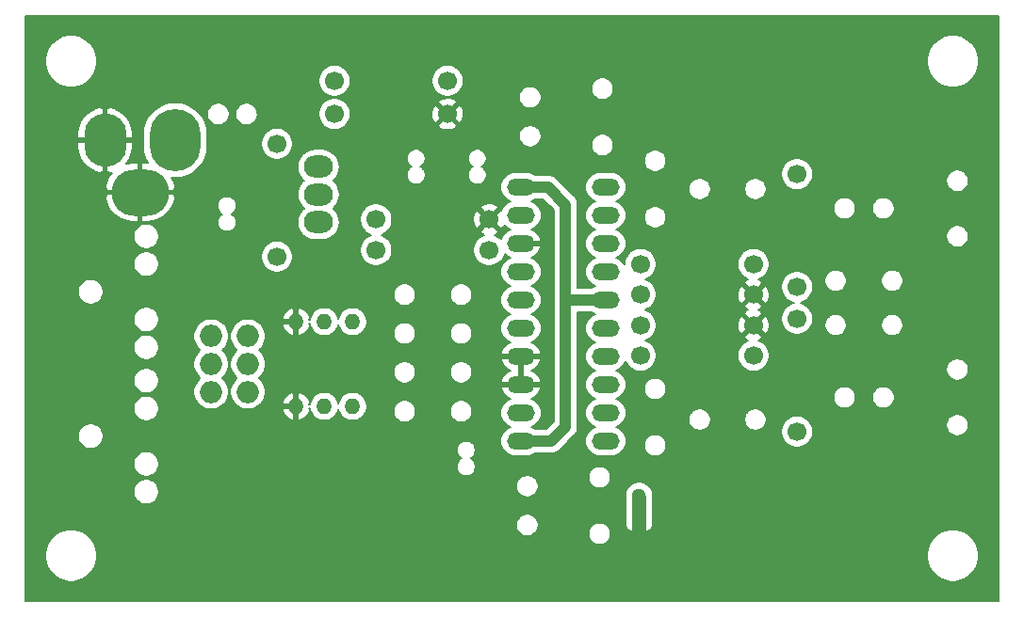
<source format=gtl>
G04 #@! TF.GenerationSoftware,KiCad,Pcbnew,(5.1.5-0-10_14)*
G04 #@! TF.CreationDate,2020-05-20T11:48:18+12:00*
G04 #@! TF.ProjectId,audio-amplifier,61756469-6f2d-4616-9d70-6c6966696572,B*
G04 #@! TF.SameCoordinates,Original*
G04 #@! TF.FileFunction,Copper,L1,Top*
G04 #@! TF.FilePolarity,Positive*
%FSLAX46Y46*%
G04 Gerber Fmt 4.6, Leading zero omitted, Abs format (unit mm)*
G04 Created by KiCad (PCBNEW (5.1.5-0-10_14)) date 2020-05-20 11:48:18*
%MOMM*%
%LPD*%
G04 APERTURE LIST*
%ADD10C,0.100000*%
%ADD11O,3.800000X4.800000*%
%ADD12O,4.600000X5.600000*%
%ADD13O,5.200000X4.200000*%
%ADD14O,2.000000X2.000000*%
%ADD15O,2.500000X1.500000*%
%ADD16O,2.600000X2.000000*%
%ADD17C,1.700000*%
%ADD18C,1.300000*%
%ADD19O,1.400000X1.400000*%
%ADD20C,2.000000*%
%ADD21C,1.300000*%
%ADD22C,1.000000*%
%ADD23C,0.200000*%
G04 APERTURE END LIST*
D10*
G36*
X86150000Y-82700000D02*
G01*
X86150000Y-80100000D01*
X87450000Y-80100000D01*
X87450000Y-82700000D01*
X86150000Y-82700000D01*
G37*
D11*
X38800000Y-48100000D03*
D12*
X45100000Y-48100000D03*
D13*
X41950000Y-52800000D03*
D14*
X48350000Y-70750000D03*
X48350000Y-68250000D03*
X48350000Y-65750000D03*
X51650000Y-70750000D03*
X51650000Y-68250000D03*
X51650000Y-65750000D03*
D15*
X83800000Y-52320000D03*
X83800000Y-54860000D03*
X83800000Y-59940000D03*
X83800000Y-57400000D03*
X76180000Y-57400000D03*
X76180000Y-59940000D03*
X76180000Y-54860000D03*
X76180000Y-52320000D03*
X76180000Y-62480000D03*
X76180000Y-65020000D03*
X76180000Y-70100000D03*
X76180000Y-67560000D03*
X83800000Y-67560000D03*
X83800000Y-70100000D03*
X83800000Y-65020000D03*
X83800000Y-62480000D03*
X83800000Y-75180000D03*
X83800000Y-72640000D03*
X76180000Y-72640000D03*
X76180000Y-75180000D03*
D16*
X58000000Y-53000000D03*
X58000000Y-55500000D03*
X58000000Y-50500000D03*
D17*
X54250000Y-58580000D03*
X54250000Y-48420000D03*
X69580000Y-45750000D03*
X59420000Y-45750000D03*
X97080000Y-67500000D03*
X86920000Y-67500000D03*
X97080000Y-64750000D03*
X86920000Y-64750000D03*
X97080000Y-59250000D03*
X86920000Y-59250000D03*
X97080000Y-62000000D03*
X86920000Y-62000000D03*
X69580000Y-42750000D03*
X59420000Y-42750000D03*
X73330000Y-58000000D03*
X63170000Y-58000000D03*
X73330000Y-55250000D03*
X63170000Y-55250000D03*
X101000000Y-51170000D03*
X101000000Y-61330000D03*
X101000000Y-74330000D03*
X101000000Y-64170000D03*
D18*
X86800000Y-80100000D03*
X86800000Y-82700000D03*
D19*
X61040000Y-72060000D03*
X58500000Y-72060000D03*
X55960000Y-72060000D03*
X61040000Y-64440000D03*
X58500000Y-64440000D03*
X55960000Y-64440000D03*
D20*
X53500000Y-61750000D03*
X63250000Y-69750000D03*
D21*
X86800000Y-82700000D02*
X86800000Y-83950000D01*
D22*
X78920000Y-75180000D02*
X76180000Y-75180000D01*
X80380000Y-62480000D02*
X83800000Y-62480000D01*
X80200000Y-62300000D02*
X80380000Y-62480000D01*
X80200000Y-62300000D02*
X80200000Y-73900000D01*
X78620000Y-52320000D02*
X76180000Y-52320000D01*
X80200000Y-53900000D02*
X78620000Y-52320000D01*
X80200000Y-62300000D02*
X80200000Y-53900000D01*
X80200000Y-73900000D02*
X78920000Y-75180000D01*
D23*
G36*
X119100001Y-89600000D02*
G01*
X31650000Y-89600000D01*
X31650000Y-85268545D01*
X33400000Y-85268545D01*
X33400000Y-85731455D01*
X33490309Y-86185470D01*
X33667457Y-86613143D01*
X33924636Y-86998038D01*
X34251962Y-87325364D01*
X34636857Y-87582543D01*
X35064530Y-87759691D01*
X35518545Y-87850000D01*
X35981455Y-87850000D01*
X36435470Y-87759691D01*
X36863143Y-87582543D01*
X37248038Y-87325364D01*
X37575364Y-86998038D01*
X37832543Y-86613143D01*
X38009691Y-86185470D01*
X38100000Y-85731455D01*
X38100000Y-85268545D01*
X112650000Y-85268545D01*
X112650000Y-85731455D01*
X112740309Y-86185470D01*
X112917457Y-86613143D01*
X113174636Y-86998038D01*
X113501962Y-87325364D01*
X113886857Y-87582543D01*
X114314530Y-87759691D01*
X114768545Y-87850000D01*
X115231455Y-87850000D01*
X115685470Y-87759691D01*
X116113143Y-87582543D01*
X116498038Y-87325364D01*
X116825364Y-86998038D01*
X117082543Y-86613143D01*
X117259691Y-86185470D01*
X117350000Y-85731455D01*
X117350000Y-85268545D01*
X117259691Y-84814530D01*
X117082543Y-84386857D01*
X116825364Y-84001962D01*
X116498038Y-83674636D01*
X116113143Y-83417457D01*
X115685470Y-83240309D01*
X115231455Y-83150000D01*
X114768545Y-83150000D01*
X114314530Y-83240309D01*
X113886857Y-83417457D01*
X113501962Y-83674636D01*
X113174636Y-84001962D01*
X112917457Y-84386857D01*
X112740309Y-84814530D01*
X112650000Y-85268545D01*
X38100000Y-85268545D01*
X38009691Y-84814530D01*
X37832543Y-84386857D01*
X37575364Y-84001962D01*
X37248038Y-83674636D01*
X36863143Y-83417457D01*
X36435470Y-83240309D01*
X35981455Y-83150000D01*
X35518545Y-83150000D01*
X35064530Y-83240309D01*
X34636857Y-83417457D01*
X34251962Y-83674636D01*
X33924636Y-84001962D01*
X33667457Y-84386857D01*
X33490309Y-84814530D01*
X33400000Y-85268545D01*
X31650000Y-85268545D01*
X31650000Y-82651509D01*
X75750000Y-82651509D01*
X75750000Y-82848491D01*
X75788429Y-83041689D01*
X75863811Y-83223678D01*
X75973249Y-83387463D01*
X76112537Y-83526751D01*
X76276322Y-83636189D01*
X76458311Y-83711571D01*
X76651509Y-83750000D01*
X76848491Y-83750000D01*
X77041689Y-83711571D01*
X77223678Y-83636189D01*
X77387463Y-83526751D01*
X77472705Y-83441509D01*
X82250000Y-83441509D01*
X82250000Y-83638491D01*
X82288429Y-83831689D01*
X82363811Y-84013678D01*
X82473249Y-84177463D01*
X82612537Y-84316751D01*
X82776322Y-84426189D01*
X82958311Y-84501571D01*
X83151509Y-84540000D01*
X83348491Y-84540000D01*
X83541689Y-84501571D01*
X83723678Y-84426189D01*
X83887463Y-84316751D01*
X84026751Y-84177463D01*
X84136189Y-84013678D01*
X84211571Y-83831689D01*
X84250000Y-83638491D01*
X84250000Y-83441509D01*
X84211571Y-83248311D01*
X84136189Y-83066322D01*
X84026751Y-82902537D01*
X83887463Y-82763249D01*
X83723678Y-82653811D01*
X83541689Y-82578429D01*
X83348491Y-82540000D01*
X83151509Y-82540000D01*
X82958311Y-82578429D01*
X82776322Y-82653811D01*
X82612537Y-82763249D01*
X82473249Y-82902537D01*
X82363811Y-83066322D01*
X82288429Y-83248311D01*
X82250000Y-83441509D01*
X77472705Y-83441509D01*
X77526751Y-83387463D01*
X77636189Y-83223678D01*
X77711571Y-83041689D01*
X77750000Y-82848491D01*
X77750000Y-82651509D01*
X77711571Y-82458311D01*
X77636189Y-82276322D01*
X77526751Y-82112537D01*
X77387463Y-81973249D01*
X77223678Y-81863811D01*
X77041689Y-81788429D01*
X76848491Y-81750000D01*
X76651509Y-81750000D01*
X76458311Y-81788429D01*
X76276322Y-81863811D01*
X76112537Y-81973249D01*
X75973249Y-82112537D01*
X75863811Y-82276322D01*
X75788429Y-82458311D01*
X75750000Y-82651509D01*
X31650000Y-82651509D01*
X31650000Y-79636735D01*
X41350000Y-79636735D01*
X41350000Y-79863265D01*
X41394194Y-80085443D01*
X41480884Y-80294729D01*
X41606737Y-80483082D01*
X41766918Y-80643263D01*
X41955271Y-80769116D01*
X42164557Y-80855806D01*
X42386735Y-80900000D01*
X42613265Y-80900000D01*
X42835443Y-80855806D01*
X43044729Y-80769116D01*
X43233082Y-80643263D01*
X43393263Y-80483082D01*
X43519116Y-80294729D01*
X43605806Y-80085443D01*
X43650000Y-79863265D01*
X43650000Y-79636735D01*
X43605806Y-79414557D01*
X43519116Y-79205271D01*
X43483194Y-79151509D01*
X75750000Y-79151509D01*
X75750000Y-79348491D01*
X75788429Y-79541689D01*
X75863811Y-79723678D01*
X75973249Y-79887463D01*
X76112537Y-80026751D01*
X76276322Y-80136189D01*
X76458311Y-80211571D01*
X76651509Y-80250000D01*
X76848491Y-80250000D01*
X77041689Y-80211571D01*
X77223678Y-80136189D01*
X77387463Y-80026751D01*
X77437328Y-79976886D01*
X85550000Y-79976886D01*
X85550000Y-82700000D01*
X85555515Y-82756244D01*
X85560628Y-82812429D01*
X85561222Y-82814446D01*
X85561427Y-82816541D01*
X85577765Y-82870656D01*
X85593690Y-82924764D01*
X85594663Y-82926626D01*
X85595272Y-82928642D01*
X85621792Y-82978519D01*
X85647941Y-83028538D01*
X85649260Y-83030178D01*
X85650247Y-83032035D01*
X85685914Y-83075767D01*
X85721316Y-83119798D01*
X85722929Y-83121151D01*
X85724258Y-83122781D01*
X85767795Y-83158799D01*
X85811020Y-83195068D01*
X85812860Y-83196080D01*
X85814484Y-83197423D01*
X85864211Y-83224310D01*
X85913635Y-83251481D01*
X85915639Y-83252117D01*
X85917491Y-83253118D01*
X85971413Y-83269809D01*
X86025253Y-83286889D01*
X86027346Y-83287124D01*
X86029353Y-83287745D01*
X86085413Y-83293637D01*
X86141623Y-83299942D01*
X86145668Y-83299970D01*
X86145811Y-83299985D01*
X86145954Y-83299972D01*
X86150000Y-83300000D01*
X87450000Y-83300000D01*
X87506244Y-83294485D01*
X87562429Y-83289372D01*
X87564446Y-83288778D01*
X87566541Y-83288573D01*
X87620656Y-83272235D01*
X87674764Y-83256310D01*
X87676626Y-83255337D01*
X87678642Y-83254728D01*
X87728519Y-83228208D01*
X87778538Y-83202059D01*
X87780178Y-83200740D01*
X87782035Y-83199753D01*
X87825767Y-83164086D01*
X87869798Y-83128684D01*
X87871151Y-83127071D01*
X87872781Y-83125742D01*
X87908799Y-83082205D01*
X87945068Y-83038980D01*
X87946080Y-83037140D01*
X87947423Y-83035516D01*
X87974310Y-82985789D01*
X88001481Y-82936365D01*
X88002117Y-82934361D01*
X88003118Y-82932509D01*
X88019809Y-82878587D01*
X88036889Y-82824747D01*
X88037124Y-82822654D01*
X88037745Y-82820647D01*
X88043637Y-82764587D01*
X88049942Y-82708377D01*
X88049970Y-82704332D01*
X88049985Y-82704189D01*
X88049972Y-82704046D01*
X88050000Y-82700000D01*
X88050000Y-79976886D01*
X88001963Y-79735389D01*
X87907735Y-79507903D01*
X87770938Y-79303172D01*
X87596828Y-79129062D01*
X87392097Y-78992265D01*
X87164611Y-78898037D01*
X86923114Y-78850000D01*
X86676886Y-78850000D01*
X86435389Y-78898037D01*
X86207903Y-78992265D01*
X86003172Y-79129062D01*
X85829062Y-79303172D01*
X85692265Y-79507903D01*
X85598037Y-79735389D01*
X85550000Y-79976886D01*
X77437328Y-79976886D01*
X77526751Y-79887463D01*
X77636189Y-79723678D01*
X77711571Y-79541689D01*
X77750000Y-79348491D01*
X77750000Y-79151509D01*
X77711571Y-78958311D01*
X77636189Y-78776322D01*
X77526751Y-78612537D01*
X77387463Y-78473249D01*
X77223678Y-78363811D01*
X77218121Y-78361509D01*
X82250000Y-78361509D01*
X82250000Y-78558491D01*
X82288429Y-78751689D01*
X82363811Y-78933678D01*
X82473249Y-79097463D01*
X82612537Y-79236751D01*
X82776322Y-79346189D01*
X82958311Y-79421571D01*
X83151509Y-79460000D01*
X83348491Y-79460000D01*
X83541689Y-79421571D01*
X83723678Y-79346189D01*
X83887463Y-79236751D01*
X84026751Y-79097463D01*
X84136189Y-78933678D01*
X84211571Y-78751689D01*
X84250000Y-78558491D01*
X84250000Y-78361509D01*
X84211571Y-78168311D01*
X84136189Y-77986322D01*
X84026751Y-77822537D01*
X83887463Y-77683249D01*
X83723678Y-77573811D01*
X83541689Y-77498429D01*
X83348491Y-77460000D01*
X83151509Y-77460000D01*
X82958311Y-77498429D01*
X82776322Y-77573811D01*
X82612537Y-77683249D01*
X82473249Y-77822537D01*
X82363811Y-77986322D01*
X82288429Y-78168311D01*
X82250000Y-78361509D01*
X77218121Y-78361509D01*
X77041689Y-78288429D01*
X76848491Y-78250000D01*
X76651509Y-78250000D01*
X76458311Y-78288429D01*
X76276322Y-78363811D01*
X76112537Y-78473249D01*
X75973249Y-78612537D01*
X75863811Y-78776322D01*
X75788429Y-78958311D01*
X75750000Y-79151509D01*
X43483194Y-79151509D01*
X43393263Y-79016918D01*
X43233082Y-78856737D01*
X43044729Y-78730884D01*
X42835443Y-78644194D01*
X42613265Y-78600000D01*
X42386735Y-78600000D01*
X42164557Y-78644194D01*
X41955271Y-78730884D01*
X41766918Y-78856737D01*
X41606737Y-79016918D01*
X41480884Y-79205271D01*
X41394194Y-79414557D01*
X41350000Y-79636735D01*
X31650000Y-79636735D01*
X31650000Y-77136735D01*
X41350000Y-77136735D01*
X41350000Y-77363265D01*
X41394194Y-77585443D01*
X41480884Y-77794729D01*
X41606737Y-77983082D01*
X41766918Y-78143263D01*
X41955271Y-78269116D01*
X42164557Y-78355806D01*
X42386735Y-78400000D01*
X42613265Y-78400000D01*
X42835443Y-78355806D01*
X43044729Y-78269116D01*
X43233082Y-78143263D01*
X43393263Y-77983082D01*
X43519116Y-77794729D01*
X43605806Y-77585443D01*
X43650000Y-77363265D01*
X43650000Y-77136735D01*
X43605806Y-76914557D01*
X43519116Y-76705271D01*
X43393263Y-76516918D01*
X43233082Y-76356737D01*
X43044729Y-76230884D01*
X42835443Y-76144194D01*
X42613265Y-76100000D01*
X42386735Y-76100000D01*
X42164557Y-76144194D01*
X41955271Y-76230884D01*
X41766918Y-76356737D01*
X41606737Y-76516918D01*
X41480884Y-76705271D01*
X41394194Y-76914557D01*
X41350000Y-77136735D01*
X31650000Y-77136735D01*
X31650000Y-75916282D01*
X70400000Y-75916282D01*
X70400000Y-76083718D01*
X70432665Y-76247936D01*
X70496740Y-76402626D01*
X70589762Y-76541844D01*
X70708156Y-76660238D01*
X70842495Y-76750000D01*
X70708156Y-76839762D01*
X70589762Y-76958156D01*
X70496740Y-77097374D01*
X70432665Y-77252064D01*
X70400000Y-77416282D01*
X70400000Y-77583718D01*
X70432665Y-77747936D01*
X70496740Y-77902626D01*
X70589762Y-78041844D01*
X70708156Y-78160238D01*
X70847374Y-78253260D01*
X71002064Y-78317335D01*
X71166282Y-78350000D01*
X71333718Y-78350000D01*
X71497936Y-78317335D01*
X71652626Y-78253260D01*
X71791844Y-78160238D01*
X71910238Y-78041844D01*
X72003260Y-77902626D01*
X72067335Y-77747936D01*
X72100000Y-77583718D01*
X72100000Y-77416282D01*
X72067335Y-77252064D01*
X72003260Y-77097374D01*
X71910238Y-76958156D01*
X71791844Y-76839762D01*
X71657505Y-76750000D01*
X71791844Y-76660238D01*
X71910238Y-76541844D01*
X72003260Y-76402626D01*
X72067335Y-76247936D01*
X72100000Y-76083718D01*
X72100000Y-75916282D01*
X72067335Y-75752064D01*
X72003260Y-75597374D01*
X71910238Y-75458156D01*
X71791844Y-75339762D01*
X71652626Y-75246740D01*
X71497936Y-75182665D01*
X71333718Y-75150000D01*
X71166282Y-75150000D01*
X71002064Y-75182665D01*
X70847374Y-75246740D01*
X70708156Y-75339762D01*
X70589762Y-75458156D01*
X70496740Y-75597374D01*
X70432665Y-75752064D01*
X70400000Y-75916282D01*
X31650000Y-75916282D01*
X31650000Y-74636735D01*
X36350000Y-74636735D01*
X36350000Y-74863265D01*
X36394194Y-75085443D01*
X36480884Y-75294729D01*
X36606737Y-75483082D01*
X36766918Y-75643263D01*
X36955271Y-75769116D01*
X37164557Y-75855806D01*
X37386735Y-75900000D01*
X37613265Y-75900000D01*
X37835443Y-75855806D01*
X38044729Y-75769116D01*
X38233082Y-75643263D01*
X38393263Y-75483082D01*
X38519116Y-75294729D01*
X38605806Y-75085443D01*
X38650000Y-74863265D01*
X38650000Y-74636735D01*
X38605806Y-74414557D01*
X38519116Y-74205271D01*
X38393263Y-74016918D01*
X38233082Y-73856737D01*
X38044729Y-73730884D01*
X37835443Y-73644194D01*
X37613265Y-73600000D01*
X37386735Y-73600000D01*
X37164557Y-73644194D01*
X36955271Y-73730884D01*
X36766918Y-73856737D01*
X36606737Y-74016918D01*
X36480884Y-74205271D01*
X36394194Y-74414557D01*
X36350000Y-74636735D01*
X31650000Y-74636735D01*
X31650000Y-72136735D01*
X41350000Y-72136735D01*
X41350000Y-72363265D01*
X41394194Y-72585443D01*
X41480884Y-72794729D01*
X41606737Y-72983082D01*
X41766918Y-73143263D01*
X41955271Y-73269116D01*
X42164557Y-73355806D01*
X42386735Y-73400000D01*
X42613265Y-73400000D01*
X42835443Y-73355806D01*
X43044729Y-73269116D01*
X43233082Y-73143263D01*
X43393263Y-72983082D01*
X43519116Y-72794729D01*
X43605806Y-72585443D01*
X43640671Y-72410160D01*
X54708046Y-72410160D01*
X54724494Y-72464403D01*
X54827129Y-72697668D01*
X54973300Y-72906427D01*
X55157389Y-73082659D01*
X55372322Y-73219591D01*
X55609839Y-73311960D01*
X55810000Y-73201324D01*
X55810000Y-72210000D01*
X54819825Y-72210000D01*
X54708046Y-72410160D01*
X43640671Y-72410160D01*
X43650000Y-72363265D01*
X43650000Y-72136735D01*
X43605806Y-71914557D01*
X43519116Y-71705271D01*
X43393263Y-71516918D01*
X43233082Y-71356737D01*
X43044729Y-71230884D01*
X42835443Y-71144194D01*
X42613265Y-71100000D01*
X42386735Y-71100000D01*
X42164557Y-71144194D01*
X41955271Y-71230884D01*
X41766918Y-71356737D01*
X41606737Y-71516918D01*
X41480884Y-71705271D01*
X41394194Y-71914557D01*
X41350000Y-72136735D01*
X31650000Y-72136735D01*
X31650000Y-69636735D01*
X41350000Y-69636735D01*
X41350000Y-69863265D01*
X41394194Y-70085443D01*
X41480884Y-70294729D01*
X41606737Y-70483082D01*
X41766918Y-70643263D01*
X41955271Y-70769116D01*
X42164557Y-70855806D01*
X42386735Y-70900000D01*
X42613265Y-70900000D01*
X42835443Y-70855806D01*
X43044729Y-70769116D01*
X43233082Y-70643263D01*
X43393263Y-70483082D01*
X43519116Y-70294729D01*
X43605806Y-70085443D01*
X43650000Y-69863265D01*
X43650000Y-69636735D01*
X43605806Y-69414557D01*
X43519116Y-69205271D01*
X43393263Y-69016918D01*
X43233082Y-68856737D01*
X43044729Y-68730884D01*
X42835443Y-68644194D01*
X42613265Y-68600000D01*
X42386735Y-68600000D01*
X42164557Y-68644194D01*
X41955271Y-68730884D01*
X41766918Y-68856737D01*
X41606737Y-69016918D01*
X41480884Y-69205271D01*
X41394194Y-69414557D01*
X41350000Y-69636735D01*
X31650000Y-69636735D01*
X31650000Y-66636735D01*
X41350000Y-66636735D01*
X41350000Y-66863265D01*
X41394194Y-67085443D01*
X41480884Y-67294729D01*
X41606737Y-67483082D01*
X41766918Y-67643263D01*
X41955271Y-67769116D01*
X42164557Y-67855806D01*
X42386735Y-67900000D01*
X42613265Y-67900000D01*
X42835443Y-67855806D01*
X43044729Y-67769116D01*
X43233082Y-67643263D01*
X43393263Y-67483082D01*
X43519116Y-67294729D01*
X43605806Y-67085443D01*
X43650000Y-66863265D01*
X43650000Y-66636735D01*
X43605806Y-66414557D01*
X43519116Y-66205271D01*
X43393263Y-66016918D01*
X43233082Y-65856737D01*
X43044729Y-65730884D01*
X42835443Y-65644194D01*
X42613265Y-65600000D01*
X42386735Y-65600000D01*
X42164557Y-65644194D01*
X41955271Y-65730884D01*
X41766918Y-65856737D01*
X41606737Y-66016918D01*
X41480884Y-66205271D01*
X41394194Y-66414557D01*
X41350000Y-66636735D01*
X31650000Y-66636735D01*
X31650000Y-65592414D01*
X46750000Y-65592414D01*
X46750000Y-65907586D01*
X46811487Y-66216703D01*
X46932098Y-66507884D01*
X47107199Y-66769941D01*
X47330059Y-66992801D01*
X47340833Y-67000000D01*
X47330059Y-67007199D01*
X47107199Y-67230059D01*
X46932098Y-67492116D01*
X46811487Y-67783297D01*
X46750000Y-68092414D01*
X46750000Y-68407586D01*
X46811487Y-68716703D01*
X46932098Y-69007884D01*
X47107199Y-69269941D01*
X47330059Y-69492801D01*
X47340833Y-69500000D01*
X47330059Y-69507199D01*
X47107199Y-69730059D01*
X46932098Y-69992116D01*
X46811487Y-70283297D01*
X46750000Y-70592414D01*
X46750000Y-70907586D01*
X46811487Y-71216703D01*
X46932098Y-71507884D01*
X47107199Y-71769941D01*
X47330059Y-71992801D01*
X47592116Y-72167902D01*
X47883297Y-72288513D01*
X48192414Y-72350000D01*
X48507586Y-72350000D01*
X48816703Y-72288513D01*
X49107884Y-72167902D01*
X49369941Y-71992801D01*
X49592801Y-71769941D01*
X49767902Y-71507884D01*
X49888513Y-71216703D01*
X49950000Y-70907586D01*
X49950000Y-70592414D01*
X49888513Y-70283297D01*
X49767902Y-69992116D01*
X49592801Y-69730059D01*
X49369941Y-69507199D01*
X49359167Y-69500000D01*
X49369941Y-69492801D01*
X49592801Y-69269941D01*
X49767902Y-69007884D01*
X49888513Y-68716703D01*
X49950000Y-68407586D01*
X49950000Y-68092414D01*
X49888513Y-67783297D01*
X49767902Y-67492116D01*
X49592801Y-67230059D01*
X49369941Y-67007199D01*
X49359167Y-67000000D01*
X49369941Y-66992801D01*
X49592801Y-66769941D01*
X49767902Y-66507884D01*
X49888513Y-66216703D01*
X49950000Y-65907586D01*
X49950000Y-65592414D01*
X50050000Y-65592414D01*
X50050000Y-65907586D01*
X50111487Y-66216703D01*
X50232098Y-66507884D01*
X50407199Y-66769941D01*
X50630059Y-66992801D01*
X50640833Y-67000000D01*
X50630059Y-67007199D01*
X50407199Y-67230059D01*
X50232098Y-67492116D01*
X50111487Y-67783297D01*
X50050000Y-68092414D01*
X50050000Y-68407586D01*
X50111487Y-68716703D01*
X50232098Y-69007884D01*
X50407199Y-69269941D01*
X50630059Y-69492801D01*
X50640833Y-69500000D01*
X50630059Y-69507199D01*
X50407199Y-69730059D01*
X50232098Y-69992116D01*
X50111487Y-70283297D01*
X50050000Y-70592414D01*
X50050000Y-70907586D01*
X50111487Y-71216703D01*
X50232098Y-71507884D01*
X50407199Y-71769941D01*
X50630059Y-71992801D01*
X50892116Y-72167902D01*
X51183297Y-72288513D01*
X51492414Y-72350000D01*
X51807586Y-72350000D01*
X52116703Y-72288513D01*
X52407884Y-72167902D01*
X52669941Y-71992801D01*
X52892801Y-71769941D01*
X52932959Y-71709840D01*
X54708046Y-71709840D01*
X54819825Y-71910000D01*
X55810000Y-71910000D01*
X55810000Y-70918676D01*
X56110000Y-70918676D01*
X56110000Y-71910000D01*
X56130000Y-71910000D01*
X56130000Y-72210000D01*
X56110000Y-72210000D01*
X56110000Y-73201324D01*
X56310161Y-73311960D01*
X56547678Y-73219591D01*
X56762611Y-73082659D01*
X56946700Y-72906427D01*
X57092871Y-72697668D01*
X57195506Y-72464403D01*
X57211954Y-72410160D01*
X57100176Y-72210002D01*
X57204369Y-72210002D01*
X57249958Y-72439196D01*
X57347955Y-72675781D01*
X57490224Y-72888702D01*
X57671298Y-73069776D01*
X57884219Y-73212045D01*
X58120804Y-73310042D01*
X58371961Y-73360000D01*
X58628039Y-73360000D01*
X58879196Y-73310042D01*
X59115781Y-73212045D01*
X59328702Y-73069776D01*
X59509776Y-72888702D01*
X59652045Y-72675781D01*
X59750042Y-72439196D01*
X59770000Y-72338860D01*
X59789958Y-72439196D01*
X59887955Y-72675781D01*
X60030224Y-72888702D01*
X60211298Y-73069776D01*
X60424219Y-73212045D01*
X60660804Y-73310042D01*
X60911961Y-73360000D01*
X61168039Y-73360000D01*
X61419196Y-73310042D01*
X61655781Y-73212045D01*
X61868702Y-73069776D01*
X62049776Y-72888702D01*
X62192045Y-72675781D01*
X62290042Y-72439196D01*
X62297538Y-72401509D01*
X64710000Y-72401509D01*
X64710000Y-72598491D01*
X64748429Y-72791689D01*
X64823811Y-72973678D01*
X64933249Y-73137463D01*
X65072537Y-73276751D01*
X65236322Y-73386189D01*
X65418311Y-73461571D01*
X65611509Y-73500000D01*
X65808491Y-73500000D01*
X66001689Y-73461571D01*
X66183678Y-73386189D01*
X66347463Y-73276751D01*
X66486751Y-73137463D01*
X66596189Y-72973678D01*
X66671571Y-72791689D01*
X66710000Y-72598491D01*
X66710000Y-72401509D01*
X69790000Y-72401509D01*
X69790000Y-72598491D01*
X69828429Y-72791689D01*
X69903811Y-72973678D01*
X70013249Y-73137463D01*
X70152537Y-73276751D01*
X70316322Y-73386189D01*
X70498311Y-73461571D01*
X70691509Y-73500000D01*
X70888491Y-73500000D01*
X71081689Y-73461571D01*
X71263678Y-73386189D01*
X71427463Y-73276751D01*
X71566751Y-73137463D01*
X71676189Y-72973678D01*
X71751571Y-72791689D01*
X71790000Y-72598491D01*
X71790000Y-72401509D01*
X71751571Y-72208311D01*
X71676189Y-72026322D01*
X71566751Y-71862537D01*
X71427463Y-71723249D01*
X71263678Y-71613811D01*
X71081689Y-71538429D01*
X70888491Y-71500000D01*
X70691509Y-71500000D01*
X70498311Y-71538429D01*
X70316322Y-71613811D01*
X70152537Y-71723249D01*
X70013249Y-71862537D01*
X69903811Y-72026322D01*
X69828429Y-72208311D01*
X69790000Y-72401509D01*
X66710000Y-72401509D01*
X66671571Y-72208311D01*
X66596189Y-72026322D01*
X66486751Y-71862537D01*
X66347463Y-71723249D01*
X66183678Y-71613811D01*
X66001689Y-71538429D01*
X65808491Y-71500000D01*
X65611509Y-71500000D01*
X65418311Y-71538429D01*
X65236322Y-71613811D01*
X65072537Y-71723249D01*
X64933249Y-71862537D01*
X64823811Y-72026322D01*
X64748429Y-72208311D01*
X64710000Y-72401509D01*
X62297538Y-72401509D01*
X62340000Y-72188039D01*
X62340000Y-71931961D01*
X62290042Y-71680804D01*
X62192045Y-71444219D01*
X62049776Y-71231298D01*
X61868702Y-71050224D01*
X61655781Y-70907955D01*
X61419196Y-70809958D01*
X61168039Y-70760000D01*
X60911961Y-70760000D01*
X60660804Y-70809958D01*
X60424219Y-70907955D01*
X60211298Y-71050224D01*
X60030224Y-71231298D01*
X59887955Y-71444219D01*
X59789958Y-71680804D01*
X59770000Y-71781140D01*
X59750042Y-71680804D01*
X59652045Y-71444219D01*
X59509776Y-71231298D01*
X59328702Y-71050224D01*
X59115781Y-70907955D01*
X58879196Y-70809958D01*
X58628039Y-70760000D01*
X58371961Y-70760000D01*
X58120804Y-70809958D01*
X57884219Y-70907955D01*
X57671298Y-71050224D01*
X57490224Y-71231298D01*
X57347955Y-71444219D01*
X57249958Y-71680804D01*
X57204369Y-71909998D01*
X57100176Y-71909998D01*
X57211954Y-71709840D01*
X57195506Y-71655597D01*
X57092871Y-71422332D01*
X56946700Y-71213573D01*
X56762611Y-71037341D01*
X56547678Y-70900409D01*
X56310161Y-70808040D01*
X56110000Y-70918676D01*
X55810000Y-70918676D01*
X55609839Y-70808040D01*
X55372322Y-70900409D01*
X55157389Y-71037341D01*
X54973300Y-71213573D01*
X54827129Y-71422332D01*
X54724494Y-71655597D01*
X54708046Y-71709840D01*
X52932959Y-71709840D01*
X53067902Y-71507884D01*
X53188513Y-71216703D01*
X53250000Y-70907586D01*
X53250000Y-70592414D01*
X53188513Y-70283297D01*
X53067902Y-69992116D01*
X52892801Y-69730059D01*
X52669941Y-69507199D01*
X52659167Y-69500000D01*
X52669941Y-69492801D01*
X52892801Y-69269941D01*
X53067902Y-69007884D01*
X53111963Y-68901509D01*
X64710000Y-68901509D01*
X64710000Y-69098491D01*
X64748429Y-69291689D01*
X64823811Y-69473678D01*
X64933249Y-69637463D01*
X65072537Y-69776751D01*
X65236322Y-69886189D01*
X65418311Y-69961571D01*
X65611509Y-70000000D01*
X65808491Y-70000000D01*
X66001689Y-69961571D01*
X66183678Y-69886189D01*
X66347463Y-69776751D01*
X66486751Y-69637463D01*
X66596189Y-69473678D01*
X66671571Y-69291689D01*
X66710000Y-69098491D01*
X66710000Y-68901509D01*
X69790000Y-68901509D01*
X69790000Y-69098491D01*
X69828429Y-69291689D01*
X69903811Y-69473678D01*
X70013249Y-69637463D01*
X70152537Y-69776751D01*
X70316322Y-69886189D01*
X70498311Y-69961571D01*
X70691509Y-70000000D01*
X70888491Y-70000000D01*
X71081689Y-69961571D01*
X71263678Y-69886189D01*
X71427463Y-69776751D01*
X71566751Y-69637463D01*
X71676189Y-69473678D01*
X71751571Y-69291689D01*
X71790000Y-69098491D01*
X71790000Y-68901509D01*
X71751571Y-68708311D01*
X71676189Y-68526322D01*
X71566751Y-68362537D01*
X71427463Y-68223249D01*
X71263678Y-68113811D01*
X71081689Y-68038429D01*
X70888491Y-68000000D01*
X70691509Y-68000000D01*
X70498311Y-68038429D01*
X70316322Y-68113811D01*
X70152537Y-68223249D01*
X70013249Y-68362537D01*
X69903811Y-68526322D01*
X69828429Y-68708311D01*
X69790000Y-68901509D01*
X66710000Y-68901509D01*
X66671571Y-68708311D01*
X66596189Y-68526322D01*
X66486751Y-68362537D01*
X66347463Y-68223249D01*
X66183678Y-68113811D01*
X66001689Y-68038429D01*
X65808491Y-68000000D01*
X65611509Y-68000000D01*
X65418311Y-68038429D01*
X65236322Y-68113811D01*
X65072537Y-68223249D01*
X64933249Y-68362537D01*
X64823811Y-68526322D01*
X64748429Y-68708311D01*
X64710000Y-68901509D01*
X53111963Y-68901509D01*
X53188513Y-68716703D01*
X53250000Y-68407586D01*
X53250000Y-68092414D01*
X53215314Y-67918032D01*
X74378342Y-67918032D01*
X74474180Y-68185299D01*
X74619339Y-68408528D01*
X74805259Y-68599148D01*
X75024795Y-68749835D01*
X75211697Y-68830000D01*
X75024795Y-68910165D01*
X74805259Y-69060852D01*
X74619339Y-69251472D01*
X74474180Y-69474701D01*
X74378342Y-69741968D01*
X74489412Y-69950000D01*
X76030000Y-69950000D01*
X76030000Y-67710000D01*
X76330000Y-67710000D01*
X76330000Y-69950000D01*
X77870588Y-69950000D01*
X77981658Y-69741968D01*
X77885820Y-69474701D01*
X77740661Y-69251472D01*
X77554741Y-69060852D01*
X77335205Y-68910165D01*
X77148303Y-68830000D01*
X77335205Y-68749835D01*
X77554741Y-68599148D01*
X77740661Y-68408528D01*
X77885820Y-68185299D01*
X77981658Y-67918032D01*
X77870588Y-67710000D01*
X76330000Y-67710000D01*
X76030000Y-67710000D01*
X74489412Y-67710000D01*
X74378342Y-67918032D01*
X53215314Y-67918032D01*
X53188513Y-67783297D01*
X53067902Y-67492116D01*
X52892801Y-67230059D01*
X52669941Y-67007199D01*
X52659167Y-67000000D01*
X52669941Y-66992801D01*
X52892801Y-66769941D01*
X53067902Y-66507884D01*
X53188513Y-66216703D01*
X53250000Y-65907586D01*
X53250000Y-65592414D01*
X53188513Y-65283297D01*
X53067902Y-64992116D01*
X52932960Y-64790160D01*
X54708046Y-64790160D01*
X54724494Y-64844403D01*
X54827129Y-65077668D01*
X54973300Y-65286427D01*
X55157389Y-65462659D01*
X55372322Y-65599591D01*
X55609839Y-65691960D01*
X55810000Y-65581324D01*
X55810000Y-64590000D01*
X54819825Y-64590000D01*
X54708046Y-64790160D01*
X52932960Y-64790160D01*
X52892801Y-64730059D01*
X52669941Y-64507199D01*
X52407884Y-64332098D01*
X52116703Y-64211487D01*
X51807586Y-64150000D01*
X51492414Y-64150000D01*
X51183297Y-64211487D01*
X50892116Y-64332098D01*
X50630059Y-64507199D01*
X50407199Y-64730059D01*
X50232098Y-64992116D01*
X50111487Y-65283297D01*
X50050000Y-65592414D01*
X49950000Y-65592414D01*
X49888513Y-65283297D01*
X49767902Y-64992116D01*
X49592801Y-64730059D01*
X49369941Y-64507199D01*
X49107884Y-64332098D01*
X48816703Y-64211487D01*
X48507586Y-64150000D01*
X48192414Y-64150000D01*
X47883297Y-64211487D01*
X47592116Y-64332098D01*
X47330059Y-64507199D01*
X47107199Y-64730059D01*
X46932098Y-64992116D01*
X46811487Y-65283297D01*
X46750000Y-65592414D01*
X31650000Y-65592414D01*
X31650000Y-64136735D01*
X41350000Y-64136735D01*
X41350000Y-64363265D01*
X41394194Y-64585443D01*
X41480884Y-64794729D01*
X41606737Y-64983082D01*
X41766918Y-65143263D01*
X41955271Y-65269116D01*
X42164557Y-65355806D01*
X42386735Y-65400000D01*
X42613265Y-65400000D01*
X42835443Y-65355806D01*
X43044729Y-65269116D01*
X43233082Y-65143263D01*
X43393263Y-64983082D01*
X43519116Y-64794729D01*
X43605806Y-64585443D01*
X43650000Y-64363265D01*
X43650000Y-64136735D01*
X43640672Y-64089840D01*
X54708046Y-64089840D01*
X54819825Y-64290000D01*
X55810000Y-64290000D01*
X55810000Y-63298676D01*
X56110000Y-63298676D01*
X56110000Y-64290000D01*
X56130000Y-64290000D01*
X56130000Y-64590000D01*
X56110000Y-64590000D01*
X56110000Y-65581324D01*
X56310161Y-65691960D01*
X56547678Y-65599591D01*
X56762611Y-65462659D01*
X56946700Y-65286427D01*
X57092871Y-65077668D01*
X57195506Y-64844403D01*
X57211954Y-64790160D01*
X57100176Y-64590002D01*
X57204369Y-64590002D01*
X57249958Y-64819196D01*
X57347955Y-65055781D01*
X57490224Y-65268702D01*
X57671298Y-65449776D01*
X57884219Y-65592045D01*
X58120804Y-65690042D01*
X58371961Y-65740000D01*
X58628039Y-65740000D01*
X58879196Y-65690042D01*
X59115781Y-65592045D01*
X59328702Y-65449776D01*
X59509776Y-65268702D01*
X59652045Y-65055781D01*
X59750042Y-64819196D01*
X59770000Y-64718860D01*
X59789958Y-64819196D01*
X59887955Y-65055781D01*
X60030224Y-65268702D01*
X60211298Y-65449776D01*
X60424219Y-65592045D01*
X60660804Y-65690042D01*
X60911961Y-65740000D01*
X61168039Y-65740000D01*
X61419196Y-65690042D01*
X61655781Y-65592045D01*
X61868702Y-65449776D01*
X61916969Y-65401509D01*
X64710000Y-65401509D01*
X64710000Y-65598491D01*
X64748429Y-65791689D01*
X64823811Y-65973678D01*
X64933249Y-66137463D01*
X65072537Y-66276751D01*
X65236322Y-66386189D01*
X65418311Y-66461571D01*
X65611509Y-66500000D01*
X65808491Y-66500000D01*
X66001689Y-66461571D01*
X66183678Y-66386189D01*
X66347463Y-66276751D01*
X66486751Y-66137463D01*
X66596189Y-65973678D01*
X66671571Y-65791689D01*
X66710000Y-65598491D01*
X66710000Y-65401509D01*
X69790000Y-65401509D01*
X69790000Y-65598491D01*
X69828429Y-65791689D01*
X69903811Y-65973678D01*
X70013249Y-66137463D01*
X70152537Y-66276751D01*
X70316322Y-66386189D01*
X70498311Y-66461571D01*
X70691509Y-66500000D01*
X70888491Y-66500000D01*
X71081689Y-66461571D01*
X71263678Y-66386189D01*
X71427463Y-66276751D01*
X71566751Y-66137463D01*
X71676189Y-65973678D01*
X71751571Y-65791689D01*
X71790000Y-65598491D01*
X71790000Y-65401509D01*
X71751571Y-65208311D01*
X71676189Y-65026322D01*
X71566751Y-64862537D01*
X71427463Y-64723249D01*
X71263678Y-64613811D01*
X71081689Y-64538429D01*
X70888491Y-64500000D01*
X70691509Y-64500000D01*
X70498311Y-64538429D01*
X70316322Y-64613811D01*
X70152537Y-64723249D01*
X70013249Y-64862537D01*
X69903811Y-65026322D01*
X69828429Y-65208311D01*
X69790000Y-65401509D01*
X66710000Y-65401509D01*
X66671571Y-65208311D01*
X66596189Y-65026322D01*
X66486751Y-64862537D01*
X66347463Y-64723249D01*
X66183678Y-64613811D01*
X66001689Y-64538429D01*
X65808491Y-64500000D01*
X65611509Y-64500000D01*
X65418311Y-64538429D01*
X65236322Y-64613811D01*
X65072537Y-64723249D01*
X64933249Y-64862537D01*
X64823811Y-65026322D01*
X64748429Y-65208311D01*
X64710000Y-65401509D01*
X61916969Y-65401509D01*
X62049776Y-65268702D01*
X62192045Y-65055781D01*
X62290042Y-64819196D01*
X62340000Y-64568039D01*
X62340000Y-64311961D01*
X62290042Y-64060804D01*
X62192045Y-63824219D01*
X62049776Y-63611298D01*
X61868702Y-63430224D01*
X61655781Y-63287955D01*
X61419196Y-63189958D01*
X61168039Y-63140000D01*
X60911961Y-63140000D01*
X60660804Y-63189958D01*
X60424219Y-63287955D01*
X60211298Y-63430224D01*
X60030224Y-63611298D01*
X59887955Y-63824219D01*
X59789958Y-64060804D01*
X59770000Y-64161140D01*
X59750042Y-64060804D01*
X59652045Y-63824219D01*
X59509776Y-63611298D01*
X59328702Y-63430224D01*
X59115781Y-63287955D01*
X58879196Y-63189958D01*
X58628039Y-63140000D01*
X58371961Y-63140000D01*
X58120804Y-63189958D01*
X57884219Y-63287955D01*
X57671298Y-63430224D01*
X57490224Y-63611298D01*
X57347955Y-63824219D01*
X57249958Y-64060804D01*
X57204369Y-64289998D01*
X57100176Y-64289998D01*
X57211954Y-64089840D01*
X57195506Y-64035597D01*
X57092871Y-63802332D01*
X56946700Y-63593573D01*
X56762611Y-63417341D01*
X56547678Y-63280409D01*
X56310161Y-63188040D01*
X56110000Y-63298676D01*
X55810000Y-63298676D01*
X55609839Y-63188040D01*
X55372322Y-63280409D01*
X55157389Y-63417341D01*
X54973300Y-63593573D01*
X54827129Y-63802332D01*
X54724494Y-64035597D01*
X54708046Y-64089840D01*
X43640672Y-64089840D01*
X43605806Y-63914557D01*
X43519116Y-63705271D01*
X43393263Y-63516918D01*
X43233082Y-63356737D01*
X43044729Y-63230884D01*
X42835443Y-63144194D01*
X42613265Y-63100000D01*
X42386735Y-63100000D01*
X42164557Y-63144194D01*
X41955271Y-63230884D01*
X41766918Y-63356737D01*
X41606737Y-63516918D01*
X41480884Y-63705271D01*
X41394194Y-63914557D01*
X41350000Y-64136735D01*
X31650000Y-64136735D01*
X31650000Y-61636735D01*
X36350000Y-61636735D01*
X36350000Y-61863265D01*
X36394194Y-62085443D01*
X36480884Y-62294729D01*
X36606737Y-62483082D01*
X36766918Y-62643263D01*
X36955271Y-62769116D01*
X37164557Y-62855806D01*
X37386735Y-62900000D01*
X37613265Y-62900000D01*
X37835443Y-62855806D01*
X38044729Y-62769116D01*
X38233082Y-62643263D01*
X38393263Y-62483082D01*
X38519116Y-62294729D01*
X38605806Y-62085443D01*
X38642392Y-61901509D01*
X64710000Y-61901509D01*
X64710000Y-62098491D01*
X64748429Y-62291689D01*
X64823811Y-62473678D01*
X64933249Y-62637463D01*
X65072537Y-62776751D01*
X65236322Y-62886189D01*
X65418311Y-62961571D01*
X65611509Y-63000000D01*
X65808491Y-63000000D01*
X66001689Y-62961571D01*
X66183678Y-62886189D01*
X66347463Y-62776751D01*
X66486751Y-62637463D01*
X66596189Y-62473678D01*
X66671571Y-62291689D01*
X66710000Y-62098491D01*
X66710000Y-61901509D01*
X69790000Y-61901509D01*
X69790000Y-62098491D01*
X69828429Y-62291689D01*
X69903811Y-62473678D01*
X70013249Y-62637463D01*
X70152537Y-62776751D01*
X70316322Y-62886189D01*
X70498311Y-62961571D01*
X70691509Y-63000000D01*
X70888491Y-63000000D01*
X71081689Y-62961571D01*
X71263678Y-62886189D01*
X71427463Y-62776751D01*
X71566751Y-62637463D01*
X71676189Y-62473678D01*
X71751571Y-62291689D01*
X71790000Y-62098491D01*
X71790000Y-61901509D01*
X71751571Y-61708311D01*
X71676189Y-61526322D01*
X71566751Y-61362537D01*
X71427463Y-61223249D01*
X71263678Y-61113811D01*
X71081689Y-61038429D01*
X70888491Y-61000000D01*
X70691509Y-61000000D01*
X70498311Y-61038429D01*
X70316322Y-61113811D01*
X70152537Y-61223249D01*
X70013249Y-61362537D01*
X69903811Y-61526322D01*
X69828429Y-61708311D01*
X69790000Y-61901509D01*
X66710000Y-61901509D01*
X66671571Y-61708311D01*
X66596189Y-61526322D01*
X66486751Y-61362537D01*
X66347463Y-61223249D01*
X66183678Y-61113811D01*
X66001689Y-61038429D01*
X65808491Y-61000000D01*
X65611509Y-61000000D01*
X65418311Y-61038429D01*
X65236322Y-61113811D01*
X65072537Y-61223249D01*
X64933249Y-61362537D01*
X64823811Y-61526322D01*
X64748429Y-61708311D01*
X64710000Y-61901509D01*
X38642392Y-61901509D01*
X38650000Y-61863265D01*
X38650000Y-61636735D01*
X38605806Y-61414557D01*
X38519116Y-61205271D01*
X38393263Y-61016918D01*
X38233082Y-60856737D01*
X38044729Y-60730884D01*
X37835443Y-60644194D01*
X37613265Y-60600000D01*
X37386735Y-60600000D01*
X37164557Y-60644194D01*
X36955271Y-60730884D01*
X36766918Y-60856737D01*
X36606737Y-61016918D01*
X36480884Y-61205271D01*
X36394194Y-61414557D01*
X36350000Y-61636735D01*
X31650000Y-61636735D01*
X31650000Y-59136735D01*
X41350000Y-59136735D01*
X41350000Y-59363265D01*
X41394194Y-59585443D01*
X41480884Y-59794729D01*
X41606737Y-59983082D01*
X41766918Y-60143263D01*
X41955271Y-60269116D01*
X42164557Y-60355806D01*
X42386735Y-60400000D01*
X42613265Y-60400000D01*
X42835443Y-60355806D01*
X43044729Y-60269116D01*
X43233082Y-60143263D01*
X43393263Y-59983082D01*
X43519116Y-59794729D01*
X43605806Y-59585443D01*
X43650000Y-59363265D01*
X43650000Y-59136735D01*
X43605806Y-58914557D01*
X43519116Y-58705271D01*
X43393263Y-58516918D01*
X43313532Y-58437187D01*
X52800000Y-58437187D01*
X52800000Y-58722813D01*
X52855723Y-59002949D01*
X52965027Y-59266833D01*
X53123711Y-59504321D01*
X53325679Y-59706289D01*
X53563167Y-59864973D01*
X53827051Y-59974277D01*
X54107187Y-60030000D01*
X54392813Y-60030000D01*
X54672949Y-59974277D01*
X54936833Y-59864973D01*
X55174321Y-59706289D01*
X55376289Y-59504321D01*
X55534973Y-59266833D01*
X55644277Y-59002949D01*
X55700000Y-58722813D01*
X55700000Y-58437187D01*
X55644277Y-58157051D01*
X55534973Y-57893167D01*
X55376289Y-57655679D01*
X55174321Y-57453711D01*
X54936833Y-57295027D01*
X54672949Y-57185723D01*
X54392813Y-57130000D01*
X54107187Y-57130000D01*
X53827051Y-57185723D01*
X53563167Y-57295027D01*
X53325679Y-57453711D01*
X53123711Y-57655679D01*
X52965027Y-57893167D01*
X52855723Y-58157051D01*
X52800000Y-58437187D01*
X43313532Y-58437187D01*
X43233082Y-58356737D01*
X43044729Y-58230884D01*
X42835443Y-58144194D01*
X42613265Y-58100000D01*
X42386735Y-58100000D01*
X42164557Y-58144194D01*
X41955271Y-58230884D01*
X41766918Y-58356737D01*
X41606737Y-58516918D01*
X41480884Y-58705271D01*
X41394194Y-58914557D01*
X41350000Y-59136735D01*
X31650000Y-59136735D01*
X31650000Y-56636735D01*
X41350000Y-56636735D01*
X41350000Y-56863265D01*
X41394194Y-57085443D01*
X41480884Y-57294729D01*
X41606737Y-57483082D01*
X41766918Y-57643263D01*
X41955271Y-57769116D01*
X42164557Y-57855806D01*
X42386735Y-57900000D01*
X42613265Y-57900000D01*
X42835443Y-57855806D01*
X43044729Y-57769116D01*
X43233082Y-57643263D01*
X43393263Y-57483082D01*
X43519116Y-57294729D01*
X43605806Y-57085443D01*
X43650000Y-56863265D01*
X43650000Y-56636735D01*
X43605806Y-56414557D01*
X43519116Y-56205271D01*
X43393263Y-56016918D01*
X43233082Y-55856737D01*
X43044729Y-55730884D01*
X42835443Y-55644194D01*
X42613265Y-55600000D01*
X42386735Y-55600000D01*
X42164557Y-55644194D01*
X41955271Y-55730884D01*
X41766918Y-55856737D01*
X41606737Y-56016918D01*
X41480884Y-56205271D01*
X41394194Y-56414557D01*
X41350000Y-56636735D01*
X31650000Y-56636735D01*
X31650000Y-53369874D01*
X38810825Y-53369874D01*
X38898122Y-53694663D01*
X39121696Y-54175319D01*
X39434745Y-54603122D01*
X39825239Y-54961632D01*
X40278172Y-55237072D01*
X40776138Y-55418857D01*
X41300000Y-55500000D01*
X41800000Y-55500000D01*
X41800000Y-52950000D01*
X42100000Y-52950000D01*
X42100000Y-55500000D01*
X42600000Y-55500000D01*
X43123862Y-55418857D01*
X43621828Y-55237072D01*
X44074761Y-54961632D01*
X44465255Y-54603122D01*
X44778304Y-54175319D01*
X44898793Y-53916282D01*
X48900000Y-53916282D01*
X48900000Y-54083718D01*
X48932665Y-54247936D01*
X48996740Y-54402626D01*
X49089762Y-54541844D01*
X49208156Y-54660238D01*
X49342495Y-54750000D01*
X49208156Y-54839762D01*
X49089762Y-54958156D01*
X48996740Y-55097374D01*
X48932665Y-55252064D01*
X48900000Y-55416282D01*
X48900000Y-55583718D01*
X48932665Y-55747936D01*
X48996740Y-55902626D01*
X49089762Y-56041844D01*
X49208156Y-56160238D01*
X49347374Y-56253260D01*
X49502064Y-56317335D01*
X49666282Y-56350000D01*
X49833718Y-56350000D01*
X49997936Y-56317335D01*
X50152626Y-56253260D01*
X50291844Y-56160238D01*
X50410238Y-56041844D01*
X50503260Y-55902626D01*
X50567335Y-55747936D01*
X50600000Y-55583718D01*
X50600000Y-55416282D01*
X50567335Y-55252064D01*
X50503260Y-55097374D01*
X50410238Y-54958156D01*
X50291844Y-54839762D01*
X50157505Y-54750000D01*
X50291844Y-54660238D01*
X50410238Y-54541844D01*
X50503260Y-54402626D01*
X50567335Y-54247936D01*
X50600000Y-54083718D01*
X50600000Y-53916282D01*
X50567335Y-53752064D01*
X50503260Y-53597374D01*
X50410238Y-53458156D01*
X50291844Y-53339762D01*
X50152626Y-53246740D01*
X49997936Y-53182665D01*
X49833718Y-53150000D01*
X49666282Y-53150000D01*
X49502064Y-53182665D01*
X49347374Y-53246740D01*
X49208156Y-53339762D01*
X49089762Y-53458156D01*
X48996740Y-53597374D01*
X48932665Y-53752064D01*
X48900000Y-53916282D01*
X44898793Y-53916282D01*
X45001878Y-53694663D01*
X45089175Y-53369874D01*
X44995584Y-52950000D01*
X42100000Y-52950000D01*
X41800000Y-52950000D01*
X38904416Y-52950000D01*
X38810825Y-53369874D01*
X31650000Y-53369874D01*
X31650000Y-52230126D01*
X38810825Y-52230126D01*
X38904416Y-52650000D01*
X41800000Y-52650000D01*
X41800000Y-50100000D01*
X42100000Y-50100000D01*
X42100000Y-52650000D01*
X44995584Y-52650000D01*
X45089175Y-52230126D01*
X45001878Y-51905337D01*
X44806415Y-51485115D01*
X45100000Y-51514031D01*
X45668499Y-51458039D01*
X46215151Y-51292214D01*
X46718949Y-51022928D01*
X47160531Y-50660531D01*
X47292275Y-50500000D01*
X56092259Y-50500000D01*
X56123151Y-50813655D01*
X56214641Y-51115256D01*
X56363212Y-51393213D01*
X56563155Y-51636845D01*
X56701035Y-51750000D01*
X56563155Y-51863155D01*
X56363212Y-52106787D01*
X56214641Y-52384744D01*
X56123151Y-52686345D01*
X56092259Y-53000000D01*
X56123151Y-53313655D01*
X56214641Y-53615256D01*
X56363212Y-53893213D01*
X56563155Y-54136845D01*
X56701035Y-54250000D01*
X56563155Y-54363155D01*
X56363212Y-54606787D01*
X56214641Y-54884744D01*
X56123151Y-55186345D01*
X56092259Y-55500000D01*
X56123151Y-55813655D01*
X56214641Y-56115256D01*
X56363212Y-56393213D01*
X56563155Y-56636845D01*
X56806787Y-56836788D01*
X57084744Y-56985359D01*
X57386345Y-57076849D01*
X57621403Y-57100000D01*
X58378597Y-57100000D01*
X58613655Y-57076849D01*
X58915256Y-56985359D01*
X59193213Y-56836788D01*
X59436845Y-56636845D01*
X59636788Y-56393213D01*
X59785359Y-56115256D01*
X59876849Y-55813655D01*
X59907741Y-55500000D01*
X59876849Y-55186345D01*
X59852837Y-55107187D01*
X61720000Y-55107187D01*
X61720000Y-55392813D01*
X61775723Y-55672949D01*
X61885027Y-55936833D01*
X62043711Y-56174321D01*
X62245679Y-56376289D01*
X62483167Y-56534973D01*
X62700512Y-56625000D01*
X62483167Y-56715027D01*
X62245679Y-56873711D01*
X62043711Y-57075679D01*
X61885027Y-57313167D01*
X61775723Y-57577051D01*
X61720000Y-57857187D01*
X61720000Y-58142813D01*
X61775723Y-58422949D01*
X61885027Y-58686833D01*
X62043711Y-58924321D01*
X62245679Y-59126289D01*
X62483167Y-59284973D01*
X62747051Y-59394277D01*
X63027187Y-59450000D01*
X63312813Y-59450000D01*
X63592949Y-59394277D01*
X63856833Y-59284973D01*
X64094321Y-59126289D01*
X64296289Y-58924321D01*
X64454973Y-58686833D01*
X64564277Y-58422949D01*
X64620000Y-58142813D01*
X64620000Y-57857187D01*
X71880000Y-57857187D01*
X71880000Y-58142813D01*
X71935723Y-58422949D01*
X72045027Y-58686833D01*
X72203711Y-58924321D01*
X72405679Y-59126289D01*
X72643167Y-59284973D01*
X72907051Y-59394277D01*
X73187187Y-59450000D01*
X73472813Y-59450000D01*
X73752949Y-59394277D01*
X74016833Y-59284973D01*
X74254321Y-59126289D01*
X74456289Y-58924321D01*
X74614973Y-58686833D01*
X74724277Y-58422949D01*
X74735319Y-58367440D01*
X74805259Y-58439148D01*
X75024795Y-58589835D01*
X75213489Y-58670769D01*
X75160878Y-58686728D01*
X74926351Y-58812085D01*
X74720787Y-58980787D01*
X74552085Y-59186351D01*
X74426728Y-59420878D01*
X74349533Y-59675354D01*
X74323468Y-59940000D01*
X74349533Y-60204646D01*
X74426728Y-60459122D01*
X74552085Y-60693649D01*
X74720787Y-60899213D01*
X74926351Y-61067915D01*
X75160878Y-61193272D01*
X75216022Y-61210000D01*
X75160878Y-61226728D01*
X74926351Y-61352085D01*
X74720787Y-61520787D01*
X74552085Y-61726351D01*
X74426728Y-61960878D01*
X74349533Y-62215354D01*
X74323468Y-62480000D01*
X74349533Y-62744646D01*
X74426728Y-62999122D01*
X74552085Y-63233649D01*
X74720787Y-63439213D01*
X74926351Y-63607915D01*
X75160878Y-63733272D01*
X75216022Y-63750000D01*
X75160878Y-63766728D01*
X74926351Y-63892085D01*
X74720787Y-64060787D01*
X74552085Y-64266351D01*
X74426728Y-64500878D01*
X74349533Y-64755354D01*
X74323468Y-65020000D01*
X74349533Y-65284646D01*
X74426728Y-65539122D01*
X74552085Y-65773649D01*
X74720787Y-65979213D01*
X74926351Y-66147915D01*
X75160878Y-66273272D01*
X75213489Y-66289231D01*
X75024795Y-66370165D01*
X74805259Y-66520852D01*
X74619339Y-66711472D01*
X74474180Y-66934701D01*
X74378342Y-67201968D01*
X74489412Y-67410000D01*
X76030000Y-67410000D01*
X76030000Y-67390000D01*
X76330000Y-67390000D01*
X76330000Y-67410000D01*
X77870588Y-67410000D01*
X77981658Y-67201968D01*
X77885820Y-66934701D01*
X77740661Y-66711472D01*
X77554741Y-66520852D01*
X77335205Y-66370165D01*
X77146511Y-66289231D01*
X77199122Y-66273272D01*
X77433649Y-66147915D01*
X77639213Y-65979213D01*
X77807915Y-65773649D01*
X77933272Y-65539122D01*
X78010467Y-65284646D01*
X78036532Y-65020000D01*
X78010467Y-64755354D01*
X77933272Y-64500878D01*
X77807915Y-64266351D01*
X77639213Y-64060787D01*
X77433649Y-63892085D01*
X77199122Y-63766728D01*
X77143978Y-63750000D01*
X77199122Y-63733272D01*
X77433649Y-63607915D01*
X77639213Y-63439213D01*
X77807915Y-63233649D01*
X77933272Y-62999122D01*
X78010467Y-62744646D01*
X78036532Y-62480000D01*
X78010467Y-62215354D01*
X77933272Y-61960878D01*
X77807915Y-61726351D01*
X77639213Y-61520787D01*
X77433649Y-61352085D01*
X77199122Y-61226728D01*
X77143978Y-61210000D01*
X77199122Y-61193272D01*
X77433649Y-61067915D01*
X77639213Y-60899213D01*
X77807915Y-60693649D01*
X77933272Y-60459122D01*
X78010467Y-60204646D01*
X78036532Y-59940000D01*
X78010467Y-59675354D01*
X77933272Y-59420878D01*
X77807915Y-59186351D01*
X77639213Y-58980787D01*
X77433649Y-58812085D01*
X77199122Y-58686728D01*
X77146511Y-58670769D01*
X77335205Y-58589835D01*
X77554741Y-58439148D01*
X77740661Y-58248528D01*
X77885820Y-58025299D01*
X77981658Y-57758032D01*
X77870588Y-57550000D01*
X76330000Y-57550000D01*
X76330000Y-57570000D01*
X76030000Y-57570000D01*
X76030000Y-57550000D01*
X76010000Y-57550000D01*
X76010000Y-57250000D01*
X76030000Y-57250000D01*
X76030000Y-57230000D01*
X76330000Y-57230000D01*
X76330000Y-57250000D01*
X77870588Y-57250000D01*
X77981658Y-57041968D01*
X77885820Y-56774701D01*
X77740661Y-56551472D01*
X77554741Y-56360852D01*
X77335205Y-56210165D01*
X77146511Y-56129231D01*
X77199122Y-56113272D01*
X77433649Y-55987915D01*
X77639213Y-55819213D01*
X77807915Y-55613649D01*
X77933272Y-55379122D01*
X78010467Y-55124646D01*
X78036532Y-54860000D01*
X78010467Y-54595354D01*
X77933272Y-54340878D01*
X77807915Y-54106351D01*
X77639213Y-53900787D01*
X77433649Y-53732085D01*
X77199122Y-53606728D01*
X77143978Y-53590000D01*
X77199122Y-53573272D01*
X77433649Y-53447915D01*
X77467664Y-53420000D01*
X78164366Y-53420000D01*
X79100001Y-54355636D01*
X79100000Y-62245964D01*
X79094678Y-62300000D01*
X79100000Y-62354034D01*
X79100001Y-73444364D01*
X78464366Y-74080000D01*
X77467664Y-74080000D01*
X77433649Y-74052085D01*
X77199122Y-73926728D01*
X77143978Y-73910000D01*
X77199122Y-73893272D01*
X77433649Y-73767915D01*
X77639213Y-73599213D01*
X77807915Y-73393649D01*
X77933272Y-73159122D01*
X78010467Y-72904646D01*
X78036532Y-72640000D01*
X78010467Y-72375354D01*
X77933272Y-72120878D01*
X77807915Y-71886351D01*
X77639213Y-71680787D01*
X77433649Y-71512085D01*
X77199122Y-71386728D01*
X77146511Y-71370769D01*
X77335205Y-71289835D01*
X77554741Y-71139148D01*
X77740661Y-70948528D01*
X77885820Y-70725299D01*
X77981658Y-70458032D01*
X77870588Y-70250000D01*
X76330000Y-70250000D01*
X76330000Y-70270000D01*
X76030000Y-70270000D01*
X76030000Y-70250000D01*
X74489412Y-70250000D01*
X74378342Y-70458032D01*
X74474180Y-70725299D01*
X74619339Y-70948528D01*
X74805259Y-71139148D01*
X75024795Y-71289835D01*
X75213489Y-71370769D01*
X75160878Y-71386728D01*
X74926351Y-71512085D01*
X74720787Y-71680787D01*
X74552085Y-71886351D01*
X74426728Y-72120878D01*
X74349533Y-72375354D01*
X74323468Y-72640000D01*
X74349533Y-72904646D01*
X74426728Y-73159122D01*
X74552085Y-73393649D01*
X74720787Y-73599213D01*
X74926351Y-73767915D01*
X75160878Y-73893272D01*
X75216022Y-73910000D01*
X75160878Y-73926728D01*
X74926351Y-74052085D01*
X74720787Y-74220787D01*
X74552085Y-74426351D01*
X74426728Y-74660878D01*
X74349533Y-74915354D01*
X74323468Y-75180000D01*
X74349533Y-75444646D01*
X74426728Y-75699122D01*
X74552085Y-75933649D01*
X74720787Y-76139213D01*
X74926351Y-76307915D01*
X75160878Y-76433272D01*
X75415354Y-76510467D01*
X75613679Y-76530000D01*
X76746321Y-76530000D01*
X76944646Y-76510467D01*
X77199122Y-76433272D01*
X77433649Y-76307915D01*
X77467664Y-76280000D01*
X78865966Y-76280000D01*
X78920000Y-76285322D01*
X78974034Y-76280000D01*
X78974036Y-76280000D01*
X79135638Y-76264084D01*
X79342988Y-76201184D01*
X79534084Y-76099042D01*
X79701581Y-75961581D01*
X79736033Y-75919601D01*
X80939606Y-74716029D01*
X80981581Y-74681581D01*
X81119042Y-74514084D01*
X81221184Y-74322988D01*
X81284084Y-74115638D01*
X81300000Y-73954036D01*
X81300000Y-73954035D01*
X81305322Y-73900001D01*
X81300000Y-73845967D01*
X81300000Y-63580000D01*
X82512336Y-63580000D01*
X82546351Y-63607915D01*
X82780878Y-63733272D01*
X82836022Y-63750000D01*
X82780878Y-63766728D01*
X82546351Y-63892085D01*
X82340787Y-64060787D01*
X82172085Y-64266351D01*
X82046728Y-64500878D01*
X81969533Y-64755354D01*
X81943468Y-65020000D01*
X81969533Y-65284646D01*
X82046728Y-65539122D01*
X82172085Y-65773649D01*
X82340787Y-65979213D01*
X82546351Y-66147915D01*
X82780878Y-66273272D01*
X82836022Y-66290000D01*
X82780878Y-66306728D01*
X82546351Y-66432085D01*
X82340787Y-66600787D01*
X82172085Y-66806351D01*
X82046728Y-67040878D01*
X81969533Y-67295354D01*
X81943468Y-67560000D01*
X81969533Y-67824646D01*
X82046728Y-68079122D01*
X82172085Y-68313649D01*
X82340787Y-68519213D01*
X82546351Y-68687915D01*
X82780878Y-68813272D01*
X82836022Y-68830000D01*
X82780878Y-68846728D01*
X82546351Y-68972085D01*
X82340787Y-69140787D01*
X82172085Y-69346351D01*
X82046728Y-69580878D01*
X81969533Y-69835354D01*
X81943468Y-70100000D01*
X81969533Y-70364646D01*
X82046728Y-70619122D01*
X82172085Y-70853649D01*
X82340787Y-71059213D01*
X82546351Y-71227915D01*
X82780878Y-71353272D01*
X82836022Y-71370000D01*
X82780878Y-71386728D01*
X82546351Y-71512085D01*
X82340787Y-71680787D01*
X82172085Y-71886351D01*
X82046728Y-72120878D01*
X81969533Y-72375354D01*
X81943468Y-72640000D01*
X81969533Y-72904646D01*
X82046728Y-73159122D01*
X82172085Y-73393649D01*
X82340787Y-73599213D01*
X82546351Y-73767915D01*
X82780878Y-73893272D01*
X82836022Y-73910000D01*
X82780878Y-73926728D01*
X82546351Y-74052085D01*
X82340787Y-74220787D01*
X82172085Y-74426351D01*
X82046728Y-74660878D01*
X81969533Y-74915354D01*
X81943468Y-75180000D01*
X81969533Y-75444646D01*
X82046728Y-75699122D01*
X82172085Y-75933649D01*
X82340787Y-76139213D01*
X82546351Y-76307915D01*
X82780878Y-76433272D01*
X83035354Y-76510467D01*
X83233679Y-76530000D01*
X84366321Y-76530000D01*
X84564646Y-76510467D01*
X84819122Y-76433272D01*
X85053649Y-76307915D01*
X85259213Y-76139213D01*
X85427915Y-75933649D01*
X85553272Y-75699122D01*
X85619284Y-75481509D01*
X87250000Y-75481509D01*
X87250000Y-75678491D01*
X87288429Y-75871689D01*
X87363811Y-76053678D01*
X87473249Y-76217463D01*
X87612537Y-76356751D01*
X87776322Y-76466189D01*
X87958311Y-76541571D01*
X88151509Y-76580000D01*
X88348491Y-76580000D01*
X88541689Y-76541571D01*
X88723678Y-76466189D01*
X88887463Y-76356751D01*
X89026751Y-76217463D01*
X89136189Y-76053678D01*
X89211571Y-75871689D01*
X89250000Y-75678491D01*
X89250000Y-75481509D01*
X89211571Y-75288311D01*
X89136189Y-75106322D01*
X89026751Y-74942537D01*
X88887463Y-74803249D01*
X88723678Y-74693811D01*
X88541689Y-74618429D01*
X88348491Y-74580000D01*
X88151509Y-74580000D01*
X87958311Y-74618429D01*
X87776322Y-74693811D01*
X87612537Y-74803249D01*
X87473249Y-74942537D01*
X87363811Y-75106322D01*
X87288429Y-75288311D01*
X87250000Y-75481509D01*
X85619284Y-75481509D01*
X85630467Y-75444646D01*
X85656532Y-75180000D01*
X85630467Y-74915354D01*
X85553272Y-74660878D01*
X85427915Y-74426351D01*
X85259213Y-74220787D01*
X85053649Y-74052085D01*
X84819122Y-73926728D01*
X84763978Y-73910000D01*
X84819122Y-73893272D01*
X85053649Y-73767915D01*
X85259213Y-73599213D01*
X85427915Y-73393649D01*
X85553272Y-73159122D01*
X85555581Y-73151509D01*
X91250000Y-73151509D01*
X91250000Y-73348491D01*
X91288429Y-73541689D01*
X91363811Y-73723678D01*
X91473249Y-73887463D01*
X91612537Y-74026751D01*
X91776322Y-74136189D01*
X91958311Y-74211571D01*
X92151509Y-74250000D01*
X92348491Y-74250000D01*
X92541689Y-74211571D01*
X92723678Y-74136189D01*
X92887463Y-74026751D01*
X93026751Y-73887463D01*
X93136189Y-73723678D01*
X93211571Y-73541689D01*
X93250000Y-73348491D01*
X93250000Y-73151509D01*
X96250000Y-73151509D01*
X96250000Y-73348491D01*
X96288429Y-73541689D01*
X96363811Y-73723678D01*
X96473249Y-73887463D01*
X96612537Y-74026751D01*
X96776322Y-74136189D01*
X96958311Y-74211571D01*
X97151509Y-74250000D01*
X97348491Y-74250000D01*
X97541689Y-74211571D01*
X97600557Y-74187187D01*
X99550000Y-74187187D01*
X99550000Y-74472813D01*
X99605723Y-74752949D01*
X99715027Y-75016833D01*
X99873711Y-75254321D01*
X100075679Y-75456289D01*
X100313167Y-75614973D01*
X100577051Y-75724277D01*
X100857187Y-75780000D01*
X101142813Y-75780000D01*
X101422949Y-75724277D01*
X101686833Y-75614973D01*
X101924321Y-75456289D01*
X102126289Y-75254321D01*
X102284973Y-75016833D01*
X102394277Y-74752949D01*
X102450000Y-74472813D01*
X102450000Y-74187187D01*
X102394277Y-73907051D01*
X102288429Y-73651509D01*
X114400000Y-73651509D01*
X114400000Y-73848491D01*
X114438429Y-74041689D01*
X114513811Y-74223678D01*
X114623249Y-74387463D01*
X114762537Y-74526751D01*
X114926322Y-74636189D01*
X115108311Y-74711571D01*
X115301509Y-74750000D01*
X115498491Y-74750000D01*
X115691689Y-74711571D01*
X115873678Y-74636189D01*
X116037463Y-74526751D01*
X116176751Y-74387463D01*
X116286189Y-74223678D01*
X116361571Y-74041689D01*
X116400000Y-73848491D01*
X116400000Y-73651509D01*
X116361571Y-73458311D01*
X116286189Y-73276322D01*
X116176751Y-73112537D01*
X116037463Y-72973249D01*
X115873678Y-72863811D01*
X115691689Y-72788429D01*
X115498491Y-72750000D01*
X115301509Y-72750000D01*
X115108311Y-72788429D01*
X114926322Y-72863811D01*
X114762537Y-72973249D01*
X114623249Y-73112537D01*
X114513811Y-73276322D01*
X114438429Y-73458311D01*
X114400000Y-73651509D01*
X102288429Y-73651509D01*
X102284973Y-73643167D01*
X102126289Y-73405679D01*
X101924321Y-73203711D01*
X101686833Y-73045027D01*
X101422949Y-72935723D01*
X101142813Y-72880000D01*
X100857187Y-72880000D01*
X100577051Y-72935723D01*
X100313167Y-73045027D01*
X100075679Y-73203711D01*
X99873711Y-73405679D01*
X99715027Y-73643167D01*
X99605723Y-73907051D01*
X99550000Y-74187187D01*
X97600557Y-74187187D01*
X97723678Y-74136189D01*
X97887463Y-74026751D01*
X98026751Y-73887463D01*
X98136189Y-73723678D01*
X98211571Y-73541689D01*
X98250000Y-73348491D01*
X98250000Y-73151509D01*
X98211571Y-72958311D01*
X98136189Y-72776322D01*
X98026751Y-72612537D01*
X97887463Y-72473249D01*
X97723678Y-72363811D01*
X97541689Y-72288429D01*
X97348491Y-72250000D01*
X97151509Y-72250000D01*
X96958311Y-72288429D01*
X96776322Y-72363811D01*
X96612537Y-72473249D01*
X96473249Y-72612537D01*
X96363811Y-72776322D01*
X96288429Y-72958311D01*
X96250000Y-73151509D01*
X93250000Y-73151509D01*
X93211571Y-72958311D01*
X93136189Y-72776322D01*
X93026751Y-72612537D01*
X92887463Y-72473249D01*
X92723678Y-72363811D01*
X92541689Y-72288429D01*
X92348491Y-72250000D01*
X92151509Y-72250000D01*
X91958311Y-72288429D01*
X91776322Y-72363811D01*
X91612537Y-72473249D01*
X91473249Y-72612537D01*
X91363811Y-72776322D01*
X91288429Y-72958311D01*
X91250000Y-73151509D01*
X85555581Y-73151509D01*
X85630467Y-72904646D01*
X85656532Y-72640000D01*
X85630467Y-72375354D01*
X85553272Y-72120878D01*
X85427915Y-71886351D01*
X85259213Y-71680787D01*
X85053649Y-71512085D01*
X84819122Y-71386728D01*
X84763978Y-71370000D01*
X84819122Y-71353272D01*
X85053649Y-71227915D01*
X85259213Y-71059213D01*
X85427915Y-70853649D01*
X85553272Y-70619122D01*
X85619284Y-70401509D01*
X87250000Y-70401509D01*
X87250000Y-70598491D01*
X87288429Y-70791689D01*
X87363811Y-70973678D01*
X87473249Y-71137463D01*
X87612537Y-71276751D01*
X87776322Y-71386189D01*
X87958311Y-71461571D01*
X88151509Y-71500000D01*
X88348491Y-71500000D01*
X88541689Y-71461571D01*
X88723678Y-71386189D01*
X88887463Y-71276751D01*
X89012705Y-71151509D01*
X104250000Y-71151509D01*
X104250000Y-71348491D01*
X104288429Y-71541689D01*
X104363811Y-71723678D01*
X104473249Y-71887463D01*
X104612537Y-72026751D01*
X104776322Y-72136189D01*
X104958311Y-72211571D01*
X105151509Y-72250000D01*
X105348491Y-72250000D01*
X105541689Y-72211571D01*
X105723678Y-72136189D01*
X105887463Y-72026751D01*
X106026751Y-71887463D01*
X106136189Y-71723678D01*
X106211571Y-71541689D01*
X106250000Y-71348491D01*
X106250000Y-71151509D01*
X107750000Y-71151509D01*
X107750000Y-71348491D01*
X107788429Y-71541689D01*
X107863811Y-71723678D01*
X107973249Y-71887463D01*
X108112537Y-72026751D01*
X108276322Y-72136189D01*
X108458311Y-72211571D01*
X108651509Y-72250000D01*
X108848491Y-72250000D01*
X109041689Y-72211571D01*
X109223678Y-72136189D01*
X109387463Y-72026751D01*
X109526751Y-71887463D01*
X109636189Y-71723678D01*
X109711571Y-71541689D01*
X109750000Y-71348491D01*
X109750000Y-71151509D01*
X109711571Y-70958311D01*
X109636189Y-70776322D01*
X109526751Y-70612537D01*
X109387463Y-70473249D01*
X109223678Y-70363811D01*
X109041689Y-70288429D01*
X108848491Y-70250000D01*
X108651509Y-70250000D01*
X108458311Y-70288429D01*
X108276322Y-70363811D01*
X108112537Y-70473249D01*
X107973249Y-70612537D01*
X107863811Y-70776322D01*
X107788429Y-70958311D01*
X107750000Y-71151509D01*
X106250000Y-71151509D01*
X106211571Y-70958311D01*
X106136189Y-70776322D01*
X106026751Y-70612537D01*
X105887463Y-70473249D01*
X105723678Y-70363811D01*
X105541689Y-70288429D01*
X105348491Y-70250000D01*
X105151509Y-70250000D01*
X104958311Y-70288429D01*
X104776322Y-70363811D01*
X104612537Y-70473249D01*
X104473249Y-70612537D01*
X104363811Y-70776322D01*
X104288429Y-70958311D01*
X104250000Y-71151509D01*
X89012705Y-71151509D01*
X89026751Y-71137463D01*
X89136189Y-70973678D01*
X89211571Y-70791689D01*
X89250000Y-70598491D01*
X89250000Y-70401509D01*
X89211571Y-70208311D01*
X89136189Y-70026322D01*
X89026751Y-69862537D01*
X88887463Y-69723249D01*
X88723678Y-69613811D01*
X88541689Y-69538429D01*
X88348491Y-69500000D01*
X88151509Y-69500000D01*
X87958311Y-69538429D01*
X87776322Y-69613811D01*
X87612537Y-69723249D01*
X87473249Y-69862537D01*
X87363811Y-70026322D01*
X87288429Y-70208311D01*
X87250000Y-70401509D01*
X85619284Y-70401509D01*
X85630467Y-70364646D01*
X85656532Y-70100000D01*
X85630467Y-69835354D01*
X85553272Y-69580878D01*
X85427915Y-69346351D01*
X85259213Y-69140787D01*
X85053649Y-68972085D01*
X84819122Y-68846728D01*
X84763978Y-68830000D01*
X84819122Y-68813272D01*
X85053649Y-68687915D01*
X85259213Y-68519213D01*
X85427915Y-68313649D01*
X85553272Y-68079122D01*
X85568973Y-68027364D01*
X85635027Y-68186833D01*
X85793711Y-68424321D01*
X85995679Y-68626289D01*
X86233167Y-68784973D01*
X86497051Y-68894277D01*
X86777187Y-68950000D01*
X87062813Y-68950000D01*
X87342949Y-68894277D01*
X87606833Y-68784973D01*
X87844321Y-68626289D01*
X88046289Y-68424321D01*
X88204973Y-68186833D01*
X88314277Y-67922949D01*
X88370000Y-67642813D01*
X88370000Y-67357187D01*
X95630000Y-67357187D01*
X95630000Y-67642813D01*
X95685723Y-67922949D01*
X95795027Y-68186833D01*
X95953711Y-68424321D01*
X96155679Y-68626289D01*
X96393167Y-68784973D01*
X96657051Y-68894277D01*
X96937187Y-68950000D01*
X97222813Y-68950000D01*
X97502949Y-68894277D01*
X97766833Y-68784973D01*
X97966576Y-68651509D01*
X114400000Y-68651509D01*
X114400000Y-68848491D01*
X114438429Y-69041689D01*
X114513811Y-69223678D01*
X114623249Y-69387463D01*
X114762537Y-69526751D01*
X114926322Y-69636189D01*
X115108311Y-69711571D01*
X115301509Y-69750000D01*
X115498491Y-69750000D01*
X115691689Y-69711571D01*
X115873678Y-69636189D01*
X116037463Y-69526751D01*
X116176751Y-69387463D01*
X116286189Y-69223678D01*
X116361571Y-69041689D01*
X116400000Y-68848491D01*
X116400000Y-68651509D01*
X116361571Y-68458311D01*
X116286189Y-68276322D01*
X116176751Y-68112537D01*
X116037463Y-67973249D01*
X115873678Y-67863811D01*
X115691689Y-67788429D01*
X115498491Y-67750000D01*
X115301509Y-67750000D01*
X115108311Y-67788429D01*
X114926322Y-67863811D01*
X114762537Y-67973249D01*
X114623249Y-68112537D01*
X114513811Y-68276322D01*
X114438429Y-68458311D01*
X114400000Y-68651509D01*
X97966576Y-68651509D01*
X98004321Y-68626289D01*
X98206289Y-68424321D01*
X98364973Y-68186833D01*
X98474277Y-67922949D01*
X98530000Y-67642813D01*
X98530000Y-67357187D01*
X98474277Y-67077051D01*
X98364973Y-66813167D01*
X98206289Y-66575679D01*
X98004321Y-66373711D01*
X97766833Y-66215027D01*
X97546352Y-66123701D01*
X97722347Y-66057780D01*
X97810509Y-66010655D01*
X97892027Y-65774159D01*
X97080000Y-64962132D01*
X96267973Y-65774159D01*
X96349491Y-66010655D01*
X96605424Y-66127108D01*
X96393167Y-66215027D01*
X96155679Y-66373711D01*
X95953711Y-66575679D01*
X95795027Y-66813167D01*
X95685723Y-67077051D01*
X95630000Y-67357187D01*
X88370000Y-67357187D01*
X88314277Y-67077051D01*
X88204973Y-66813167D01*
X88046289Y-66575679D01*
X87844321Y-66373711D01*
X87606833Y-66215027D01*
X87389488Y-66125000D01*
X87606833Y-66034973D01*
X87844321Y-65876289D01*
X88046289Y-65674321D01*
X88204973Y-65436833D01*
X88314277Y-65172949D01*
X88370000Y-64892813D01*
X88370000Y-64842986D01*
X95625954Y-64842986D01*
X95672033Y-65124870D01*
X95772220Y-65392347D01*
X95819345Y-65480509D01*
X96055841Y-65562027D01*
X96867868Y-64750000D01*
X97292132Y-64750000D01*
X98104159Y-65562027D01*
X98340655Y-65480509D01*
X98458948Y-65220531D01*
X98524248Y-64942471D01*
X98534046Y-64657014D01*
X98487967Y-64375130D01*
X98387780Y-64107653D01*
X98340655Y-64019491D01*
X98104159Y-63937973D01*
X97292132Y-64750000D01*
X96867868Y-64750000D01*
X96055841Y-63937973D01*
X95819345Y-64019491D01*
X95701052Y-64279469D01*
X95635752Y-64557529D01*
X95625954Y-64842986D01*
X88370000Y-64842986D01*
X88370000Y-64607187D01*
X88314277Y-64327051D01*
X88204973Y-64063167D01*
X88046289Y-63825679D01*
X87844321Y-63623711D01*
X87606833Y-63465027D01*
X87389488Y-63375000D01*
X87606833Y-63284973D01*
X87844321Y-63126289D01*
X87946451Y-63024159D01*
X96267973Y-63024159D01*
X96349491Y-63260655D01*
X96608162Y-63378353D01*
X96437653Y-63442220D01*
X96349491Y-63489345D01*
X96267973Y-63725841D01*
X97080000Y-64537868D01*
X97892027Y-63725841D01*
X97810509Y-63489345D01*
X97551838Y-63371647D01*
X97722347Y-63307780D01*
X97810509Y-63260655D01*
X97892027Y-63024159D01*
X97080000Y-62212132D01*
X96267973Y-63024159D01*
X87946451Y-63024159D01*
X88046289Y-62924321D01*
X88204973Y-62686833D01*
X88314277Y-62422949D01*
X88370000Y-62142813D01*
X88370000Y-62092986D01*
X95625954Y-62092986D01*
X95672033Y-62374870D01*
X95772220Y-62642347D01*
X95819345Y-62730509D01*
X96055841Y-62812027D01*
X96867868Y-62000000D01*
X97292132Y-62000000D01*
X98104159Y-62812027D01*
X98340655Y-62730509D01*
X98458948Y-62470531D01*
X98524248Y-62192471D01*
X98534046Y-61907014D01*
X98487967Y-61625130D01*
X98387780Y-61357653D01*
X98340655Y-61269491D01*
X98104159Y-61187973D01*
X97292132Y-62000000D01*
X96867868Y-62000000D01*
X96055841Y-61187973D01*
X95819345Y-61269491D01*
X95701052Y-61529469D01*
X95635752Y-61807529D01*
X95625954Y-62092986D01*
X88370000Y-62092986D01*
X88370000Y-61857187D01*
X88314277Y-61577051D01*
X88204973Y-61313167D01*
X88046289Y-61075679D01*
X87844321Y-60873711D01*
X87606833Y-60715027D01*
X87389488Y-60625000D01*
X87606833Y-60534973D01*
X87844321Y-60376289D01*
X88046289Y-60174321D01*
X88204973Y-59936833D01*
X88314277Y-59672949D01*
X88370000Y-59392813D01*
X88370000Y-59107187D01*
X95630000Y-59107187D01*
X95630000Y-59392813D01*
X95685723Y-59672949D01*
X95795027Y-59936833D01*
X95953711Y-60174321D01*
X96155679Y-60376289D01*
X96393167Y-60534973D01*
X96613648Y-60626299D01*
X96437653Y-60692220D01*
X96349491Y-60739345D01*
X96267973Y-60975841D01*
X97080000Y-61787868D01*
X97680681Y-61187187D01*
X99550000Y-61187187D01*
X99550000Y-61472813D01*
X99605723Y-61752949D01*
X99715027Y-62016833D01*
X99873711Y-62254321D01*
X100075679Y-62456289D01*
X100313167Y-62614973D01*
X100577051Y-62724277D01*
X100706368Y-62750000D01*
X100577051Y-62775723D01*
X100313167Y-62885027D01*
X100075679Y-63043711D01*
X99873711Y-63245679D01*
X99715027Y-63483167D01*
X99605723Y-63747051D01*
X99550000Y-64027187D01*
X99550000Y-64312813D01*
X99605723Y-64592949D01*
X99715027Y-64856833D01*
X99873711Y-65094321D01*
X100075679Y-65296289D01*
X100313167Y-65454973D01*
X100577051Y-65564277D01*
X100857187Y-65620000D01*
X101142813Y-65620000D01*
X101422949Y-65564277D01*
X101686833Y-65454973D01*
X101924321Y-65296289D01*
X102126289Y-65094321D01*
X102284973Y-64856833D01*
X102370020Y-64651509D01*
X103460000Y-64651509D01*
X103460000Y-64848491D01*
X103498429Y-65041689D01*
X103573811Y-65223678D01*
X103683249Y-65387463D01*
X103822537Y-65526751D01*
X103986322Y-65636189D01*
X104168311Y-65711571D01*
X104361509Y-65750000D01*
X104558491Y-65750000D01*
X104751689Y-65711571D01*
X104933678Y-65636189D01*
X105097463Y-65526751D01*
X105236751Y-65387463D01*
X105346189Y-65223678D01*
X105421571Y-65041689D01*
X105460000Y-64848491D01*
X105460000Y-64651509D01*
X108540000Y-64651509D01*
X108540000Y-64848491D01*
X108578429Y-65041689D01*
X108653811Y-65223678D01*
X108763249Y-65387463D01*
X108902537Y-65526751D01*
X109066322Y-65636189D01*
X109248311Y-65711571D01*
X109441509Y-65750000D01*
X109638491Y-65750000D01*
X109831689Y-65711571D01*
X110013678Y-65636189D01*
X110177463Y-65526751D01*
X110316751Y-65387463D01*
X110426189Y-65223678D01*
X110501571Y-65041689D01*
X110540000Y-64848491D01*
X110540000Y-64651509D01*
X110501571Y-64458311D01*
X110426189Y-64276322D01*
X110316751Y-64112537D01*
X110177463Y-63973249D01*
X110013678Y-63863811D01*
X109831689Y-63788429D01*
X109638491Y-63750000D01*
X109441509Y-63750000D01*
X109248311Y-63788429D01*
X109066322Y-63863811D01*
X108902537Y-63973249D01*
X108763249Y-64112537D01*
X108653811Y-64276322D01*
X108578429Y-64458311D01*
X108540000Y-64651509D01*
X105460000Y-64651509D01*
X105421571Y-64458311D01*
X105346189Y-64276322D01*
X105236751Y-64112537D01*
X105097463Y-63973249D01*
X104933678Y-63863811D01*
X104751689Y-63788429D01*
X104558491Y-63750000D01*
X104361509Y-63750000D01*
X104168311Y-63788429D01*
X103986322Y-63863811D01*
X103822537Y-63973249D01*
X103683249Y-64112537D01*
X103573811Y-64276322D01*
X103498429Y-64458311D01*
X103460000Y-64651509D01*
X102370020Y-64651509D01*
X102394277Y-64592949D01*
X102450000Y-64312813D01*
X102450000Y-64027187D01*
X102394277Y-63747051D01*
X102284973Y-63483167D01*
X102126289Y-63245679D01*
X101924321Y-63043711D01*
X101686833Y-62885027D01*
X101422949Y-62775723D01*
X101293632Y-62750000D01*
X101422949Y-62724277D01*
X101686833Y-62614973D01*
X101924321Y-62456289D01*
X102126289Y-62254321D01*
X102284973Y-62016833D01*
X102394277Y-61752949D01*
X102450000Y-61472813D01*
X102450000Y-61187187D01*
X102394277Y-60907051D01*
X102288429Y-60651509D01*
X103460000Y-60651509D01*
X103460000Y-60848491D01*
X103498429Y-61041689D01*
X103573811Y-61223678D01*
X103683249Y-61387463D01*
X103822537Y-61526751D01*
X103986322Y-61636189D01*
X104168311Y-61711571D01*
X104361509Y-61750000D01*
X104558491Y-61750000D01*
X104751689Y-61711571D01*
X104933678Y-61636189D01*
X105097463Y-61526751D01*
X105236751Y-61387463D01*
X105346189Y-61223678D01*
X105421571Y-61041689D01*
X105460000Y-60848491D01*
X105460000Y-60651509D01*
X108540000Y-60651509D01*
X108540000Y-60848491D01*
X108578429Y-61041689D01*
X108653811Y-61223678D01*
X108763249Y-61387463D01*
X108902537Y-61526751D01*
X109066322Y-61636189D01*
X109248311Y-61711571D01*
X109441509Y-61750000D01*
X109638491Y-61750000D01*
X109831689Y-61711571D01*
X110013678Y-61636189D01*
X110177463Y-61526751D01*
X110316751Y-61387463D01*
X110426189Y-61223678D01*
X110501571Y-61041689D01*
X110540000Y-60848491D01*
X110540000Y-60651509D01*
X110501571Y-60458311D01*
X110426189Y-60276322D01*
X110316751Y-60112537D01*
X110177463Y-59973249D01*
X110013678Y-59863811D01*
X109831689Y-59788429D01*
X109638491Y-59750000D01*
X109441509Y-59750000D01*
X109248311Y-59788429D01*
X109066322Y-59863811D01*
X108902537Y-59973249D01*
X108763249Y-60112537D01*
X108653811Y-60276322D01*
X108578429Y-60458311D01*
X108540000Y-60651509D01*
X105460000Y-60651509D01*
X105421571Y-60458311D01*
X105346189Y-60276322D01*
X105236751Y-60112537D01*
X105097463Y-59973249D01*
X104933678Y-59863811D01*
X104751689Y-59788429D01*
X104558491Y-59750000D01*
X104361509Y-59750000D01*
X104168311Y-59788429D01*
X103986322Y-59863811D01*
X103822537Y-59973249D01*
X103683249Y-60112537D01*
X103573811Y-60276322D01*
X103498429Y-60458311D01*
X103460000Y-60651509D01*
X102288429Y-60651509D01*
X102284973Y-60643167D01*
X102126289Y-60405679D01*
X101924321Y-60203711D01*
X101686833Y-60045027D01*
X101422949Y-59935723D01*
X101142813Y-59880000D01*
X100857187Y-59880000D01*
X100577051Y-59935723D01*
X100313167Y-60045027D01*
X100075679Y-60203711D01*
X99873711Y-60405679D01*
X99715027Y-60643167D01*
X99605723Y-60907051D01*
X99550000Y-61187187D01*
X97680681Y-61187187D01*
X97892027Y-60975841D01*
X97810509Y-60739345D01*
X97554576Y-60622892D01*
X97766833Y-60534973D01*
X98004321Y-60376289D01*
X98206289Y-60174321D01*
X98364973Y-59936833D01*
X98474277Y-59672949D01*
X98530000Y-59392813D01*
X98530000Y-59107187D01*
X98474277Y-58827051D01*
X98364973Y-58563167D01*
X98206289Y-58325679D01*
X98004321Y-58123711D01*
X97766833Y-57965027D01*
X97502949Y-57855723D01*
X97222813Y-57800000D01*
X96937187Y-57800000D01*
X96657051Y-57855723D01*
X96393167Y-57965027D01*
X96155679Y-58123711D01*
X95953711Y-58325679D01*
X95795027Y-58563167D01*
X95685723Y-58827051D01*
X95630000Y-59107187D01*
X88370000Y-59107187D01*
X88314277Y-58827051D01*
X88204973Y-58563167D01*
X88046289Y-58325679D01*
X87844321Y-58123711D01*
X87606833Y-57965027D01*
X87342949Y-57855723D01*
X87062813Y-57800000D01*
X86777187Y-57800000D01*
X86497051Y-57855723D01*
X86233167Y-57965027D01*
X85995679Y-58123711D01*
X85793711Y-58325679D01*
X85635027Y-58563167D01*
X85525723Y-58827051D01*
X85470000Y-59107187D01*
X85470000Y-59265087D01*
X85427915Y-59186351D01*
X85259213Y-58980787D01*
X85053649Y-58812085D01*
X84819122Y-58686728D01*
X84763978Y-58670000D01*
X84819122Y-58653272D01*
X85053649Y-58527915D01*
X85259213Y-58359213D01*
X85427915Y-58153649D01*
X85553272Y-57919122D01*
X85630467Y-57664646D01*
X85656532Y-57400000D01*
X85630467Y-57135354D01*
X85553272Y-56880878D01*
X85430673Y-56651509D01*
X114400000Y-56651509D01*
X114400000Y-56848491D01*
X114438429Y-57041689D01*
X114513811Y-57223678D01*
X114623249Y-57387463D01*
X114762537Y-57526751D01*
X114926322Y-57636189D01*
X115108311Y-57711571D01*
X115301509Y-57750000D01*
X115498491Y-57750000D01*
X115691689Y-57711571D01*
X115873678Y-57636189D01*
X116037463Y-57526751D01*
X116176751Y-57387463D01*
X116286189Y-57223678D01*
X116361571Y-57041689D01*
X116400000Y-56848491D01*
X116400000Y-56651509D01*
X116361571Y-56458311D01*
X116286189Y-56276322D01*
X116176751Y-56112537D01*
X116037463Y-55973249D01*
X115873678Y-55863811D01*
X115691689Y-55788429D01*
X115498491Y-55750000D01*
X115301509Y-55750000D01*
X115108311Y-55788429D01*
X114926322Y-55863811D01*
X114762537Y-55973249D01*
X114623249Y-56112537D01*
X114513811Y-56276322D01*
X114438429Y-56458311D01*
X114400000Y-56651509D01*
X85430673Y-56651509D01*
X85427915Y-56646351D01*
X85259213Y-56440787D01*
X85053649Y-56272085D01*
X84819122Y-56146728D01*
X84763978Y-56130000D01*
X84819122Y-56113272D01*
X85053649Y-55987915D01*
X85259213Y-55819213D01*
X85427915Y-55613649D01*
X85553272Y-55379122D01*
X85630467Y-55124646D01*
X85648504Y-54941509D01*
X87250000Y-54941509D01*
X87250000Y-55138491D01*
X87288429Y-55331689D01*
X87363811Y-55513678D01*
X87473249Y-55677463D01*
X87612537Y-55816751D01*
X87776322Y-55926189D01*
X87958311Y-56001571D01*
X88151509Y-56040000D01*
X88348491Y-56040000D01*
X88541689Y-56001571D01*
X88723678Y-55926189D01*
X88887463Y-55816751D01*
X89026751Y-55677463D01*
X89136189Y-55513678D01*
X89211571Y-55331689D01*
X89250000Y-55138491D01*
X89250000Y-54941509D01*
X89211571Y-54748311D01*
X89136189Y-54566322D01*
X89026751Y-54402537D01*
X88887463Y-54263249D01*
X88723678Y-54153811D01*
X88718121Y-54151509D01*
X104250000Y-54151509D01*
X104250000Y-54348491D01*
X104288429Y-54541689D01*
X104363811Y-54723678D01*
X104473249Y-54887463D01*
X104612537Y-55026751D01*
X104776322Y-55136189D01*
X104958311Y-55211571D01*
X105151509Y-55250000D01*
X105348491Y-55250000D01*
X105541689Y-55211571D01*
X105723678Y-55136189D01*
X105887463Y-55026751D01*
X106026751Y-54887463D01*
X106136189Y-54723678D01*
X106211571Y-54541689D01*
X106250000Y-54348491D01*
X106250000Y-54151509D01*
X107750000Y-54151509D01*
X107750000Y-54348491D01*
X107788429Y-54541689D01*
X107863811Y-54723678D01*
X107973249Y-54887463D01*
X108112537Y-55026751D01*
X108276322Y-55136189D01*
X108458311Y-55211571D01*
X108651509Y-55250000D01*
X108848491Y-55250000D01*
X109041689Y-55211571D01*
X109223678Y-55136189D01*
X109387463Y-55026751D01*
X109526751Y-54887463D01*
X109636189Y-54723678D01*
X109711571Y-54541689D01*
X109750000Y-54348491D01*
X109750000Y-54151509D01*
X109711571Y-53958311D01*
X109636189Y-53776322D01*
X109526751Y-53612537D01*
X109387463Y-53473249D01*
X109223678Y-53363811D01*
X109041689Y-53288429D01*
X108848491Y-53250000D01*
X108651509Y-53250000D01*
X108458311Y-53288429D01*
X108276322Y-53363811D01*
X108112537Y-53473249D01*
X107973249Y-53612537D01*
X107863811Y-53776322D01*
X107788429Y-53958311D01*
X107750000Y-54151509D01*
X106250000Y-54151509D01*
X106211571Y-53958311D01*
X106136189Y-53776322D01*
X106026751Y-53612537D01*
X105887463Y-53473249D01*
X105723678Y-53363811D01*
X105541689Y-53288429D01*
X105348491Y-53250000D01*
X105151509Y-53250000D01*
X104958311Y-53288429D01*
X104776322Y-53363811D01*
X104612537Y-53473249D01*
X104473249Y-53612537D01*
X104363811Y-53776322D01*
X104288429Y-53958311D01*
X104250000Y-54151509D01*
X88718121Y-54151509D01*
X88541689Y-54078429D01*
X88348491Y-54040000D01*
X88151509Y-54040000D01*
X87958311Y-54078429D01*
X87776322Y-54153811D01*
X87612537Y-54263249D01*
X87473249Y-54402537D01*
X87363811Y-54566322D01*
X87288429Y-54748311D01*
X87250000Y-54941509D01*
X85648504Y-54941509D01*
X85656532Y-54860000D01*
X85630467Y-54595354D01*
X85553272Y-54340878D01*
X85427915Y-54106351D01*
X85259213Y-53900787D01*
X85053649Y-53732085D01*
X84819122Y-53606728D01*
X84763978Y-53590000D01*
X84819122Y-53573272D01*
X85053649Y-53447915D01*
X85259213Y-53279213D01*
X85427915Y-53073649D01*
X85553272Y-52839122D01*
X85630467Y-52584646D01*
X85648504Y-52401509D01*
X91250000Y-52401509D01*
X91250000Y-52598491D01*
X91288429Y-52791689D01*
X91363811Y-52973678D01*
X91473249Y-53137463D01*
X91612537Y-53276751D01*
X91776322Y-53386189D01*
X91958311Y-53461571D01*
X92151509Y-53500000D01*
X92348491Y-53500000D01*
X92541689Y-53461571D01*
X92723678Y-53386189D01*
X92887463Y-53276751D01*
X93026751Y-53137463D01*
X93136189Y-52973678D01*
X93211571Y-52791689D01*
X93250000Y-52598491D01*
X93250000Y-52401509D01*
X96250000Y-52401509D01*
X96250000Y-52598491D01*
X96288429Y-52791689D01*
X96363811Y-52973678D01*
X96473249Y-53137463D01*
X96612537Y-53276751D01*
X96776322Y-53386189D01*
X96958311Y-53461571D01*
X97151509Y-53500000D01*
X97348491Y-53500000D01*
X97541689Y-53461571D01*
X97723678Y-53386189D01*
X97887463Y-53276751D01*
X98026751Y-53137463D01*
X98136189Y-52973678D01*
X98211571Y-52791689D01*
X98250000Y-52598491D01*
X98250000Y-52401509D01*
X98211571Y-52208311D01*
X98136189Y-52026322D01*
X98026751Y-51862537D01*
X97887463Y-51723249D01*
X97723678Y-51613811D01*
X97541689Y-51538429D01*
X97348491Y-51500000D01*
X97151509Y-51500000D01*
X96958311Y-51538429D01*
X96776322Y-51613811D01*
X96612537Y-51723249D01*
X96473249Y-51862537D01*
X96363811Y-52026322D01*
X96288429Y-52208311D01*
X96250000Y-52401509D01*
X93250000Y-52401509D01*
X93211571Y-52208311D01*
X93136189Y-52026322D01*
X93026751Y-51862537D01*
X92887463Y-51723249D01*
X92723678Y-51613811D01*
X92541689Y-51538429D01*
X92348491Y-51500000D01*
X92151509Y-51500000D01*
X91958311Y-51538429D01*
X91776322Y-51613811D01*
X91612537Y-51723249D01*
X91473249Y-51862537D01*
X91363811Y-52026322D01*
X91288429Y-52208311D01*
X91250000Y-52401509D01*
X85648504Y-52401509D01*
X85656532Y-52320000D01*
X85630467Y-52055354D01*
X85553272Y-51800878D01*
X85427915Y-51566351D01*
X85259213Y-51360787D01*
X85053649Y-51192085D01*
X84819122Y-51066728D01*
X84688774Y-51027187D01*
X99550000Y-51027187D01*
X99550000Y-51312813D01*
X99605723Y-51592949D01*
X99715027Y-51856833D01*
X99873711Y-52094321D01*
X100075679Y-52296289D01*
X100313167Y-52454973D01*
X100577051Y-52564277D01*
X100857187Y-52620000D01*
X101142813Y-52620000D01*
X101422949Y-52564277D01*
X101686833Y-52454973D01*
X101924321Y-52296289D01*
X102126289Y-52094321D01*
X102284973Y-51856833D01*
X102370020Y-51651509D01*
X114400000Y-51651509D01*
X114400000Y-51848491D01*
X114438429Y-52041689D01*
X114513811Y-52223678D01*
X114623249Y-52387463D01*
X114762537Y-52526751D01*
X114926322Y-52636189D01*
X115108311Y-52711571D01*
X115301509Y-52750000D01*
X115498491Y-52750000D01*
X115691689Y-52711571D01*
X115873678Y-52636189D01*
X116037463Y-52526751D01*
X116176751Y-52387463D01*
X116286189Y-52223678D01*
X116361571Y-52041689D01*
X116400000Y-51848491D01*
X116400000Y-51651509D01*
X116361571Y-51458311D01*
X116286189Y-51276322D01*
X116176751Y-51112537D01*
X116037463Y-50973249D01*
X115873678Y-50863811D01*
X115691689Y-50788429D01*
X115498491Y-50750000D01*
X115301509Y-50750000D01*
X115108311Y-50788429D01*
X114926322Y-50863811D01*
X114762537Y-50973249D01*
X114623249Y-51112537D01*
X114513811Y-51276322D01*
X114438429Y-51458311D01*
X114400000Y-51651509D01*
X102370020Y-51651509D01*
X102394277Y-51592949D01*
X102450000Y-51312813D01*
X102450000Y-51027187D01*
X102394277Y-50747051D01*
X102284973Y-50483167D01*
X102126289Y-50245679D01*
X101924321Y-50043711D01*
X101686833Y-49885027D01*
X101422949Y-49775723D01*
X101142813Y-49720000D01*
X100857187Y-49720000D01*
X100577051Y-49775723D01*
X100313167Y-49885027D01*
X100075679Y-50043711D01*
X99873711Y-50245679D01*
X99715027Y-50483167D01*
X99605723Y-50747051D01*
X99550000Y-51027187D01*
X84688774Y-51027187D01*
X84564646Y-50989533D01*
X84366321Y-50970000D01*
X83233679Y-50970000D01*
X83035354Y-50989533D01*
X82780878Y-51066728D01*
X82546351Y-51192085D01*
X82340787Y-51360787D01*
X82172085Y-51566351D01*
X82046728Y-51800878D01*
X81969533Y-52055354D01*
X81943468Y-52320000D01*
X81969533Y-52584646D01*
X82046728Y-52839122D01*
X82172085Y-53073649D01*
X82340787Y-53279213D01*
X82546351Y-53447915D01*
X82780878Y-53573272D01*
X82836022Y-53590000D01*
X82780878Y-53606728D01*
X82546351Y-53732085D01*
X82340787Y-53900787D01*
X82172085Y-54106351D01*
X82046728Y-54340878D01*
X81969533Y-54595354D01*
X81943468Y-54860000D01*
X81969533Y-55124646D01*
X82046728Y-55379122D01*
X82172085Y-55613649D01*
X82340787Y-55819213D01*
X82546351Y-55987915D01*
X82780878Y-56113272D01*
X82836022Y-56130000D01*
X82780878Y-56146728D01*
X82546351Y-56272085D01*
X82340787Y-56440787D01*
X82172085Y-56646351D01*
X82046728Y-56880878D01*
X81969533Y-57135354D01*
X81943468Y-57400000D01*
X81969533Y-57664646D01*
X82046728Y-57919122D01*
X82172085Y-58153649D01*
X82340787Y-58359213D01*
X82546351Y-58527915D01*
X82780878Y-58653272D01*
X82836022Y-58670000D01*
X82780878Y-58686728D01*
X82546351Y-58812085D01*
X82340787Y-58980787D01*
X82172085Y-59186351D01*
X82046728Y-59420878D01*
X81969533Y-59675354D01*
X81943468Y-59940000D01*
X81969533Y-60204646D01*
X82046728Y-60459122D01*
X82172085Y-60693649D01*
X82340787Y-60899213D01*
X82546351Y-61067915D01*
X82780878Y-61193272D01*
X82836022Y-61210000D01*
X82780878Y-61226728D01*
X82546351Y-61352085D01*
X82512336Y-61380000D01*
X81300000Y-61380000D01*
X81300000Y-53954033D01*
X81305322Y-53899999D01*
X81299613Y-53842033D01*
X81284084Y-53684362D01*
X81221184Y-53477012D01*
X81119042Y-53285916D01*
X80981581Y-53118419D01*
X80939606Y-53083971D01*
X79436033Y-51580399D01*
X79401581Y-51538419D01*
X79234084Y-51400958D01*
X79042988Y-51298816D01*
X78835638Y-51235916D01*
X78674036Y-51220000D01*
X78674034Y-51220000D01*
X78620000Y-51214678D01*
X78565966Y-51220000D01*
X77467664Y-51220000D01*
X77433649Y-51192085D01*
X77199122Y-51066728D01*
X76944646Y-50989533D01*
X76746321Y-50970000D01*
X75613679Y-50970000D01*
X75415354Y-50989533D01*
X75160878Y-51066728D01*
X74926351Y-51192085D01*
X74720787Y-51360787D01*
X74552085Y-51566351D01*
X74426728Y-51800878D01*
X74349533Y-52055354D01*
X74323468Y-52320000D01*
X74349533Y-52584646D01*
X74426728Y-52839122D01*
X74552085Y-53073649D01*
X74720787Y-53279213D01*
X74926351Y-53447915D01*
X75160878Y-53573272D01*
X75216022Y-53590000D01*
X75160878Y-53606728D01*
X74926351Y-53732085D01*
X74720787Y-53900787D01*
X74552085Y-54106351D01*
X74426728Y-54340878D01*
X74393193Y-54451428D01*
X74354159Y-54437973D01*
X73542132Y-55250000D01*
X74354159Y-56062027D01*
X74590655Y-55980509D01*
X74684285Y-55774735D01*
X74720787Y-55819213D01*
X74926351Y-55987915D01*
X75160878Y-56113272D01*
X75213489Y-56129231D01*
X75024795Y-56210165D01*
X74805259Y-56360852D01*
X74619339Y-56551472D01*
X74474180Y-56774701D01*
X74390018Y-57009408D01*
X74254321Y-56873711D01*
X74016833Y-56715027D01*
X73796352Y-56623701D01*
X73972347Y-56557780D01*
X74060509Y-56510655D01*
X74142027Y-56274159D01*
X73330000Y-55462132D01*
X72517973Y-56274159D01*
X72599491Y-56510655D01*
X72855424Y-56627108D01*
X72643167Y-56715027D01*
X72405679Y-56873711D01*
X72203711Y-57075679D01*
X72045027Y-57313167D01*
X71935723Y-57577051D01*
X71880000Y-57857187D01*
X64620000Y-57857187D01*
X64564277Y-57577051D01*
X64454973Y-57313167D01*
X64296289Y-57075679D01*
X64094321Y-56873711D01*
X63856833Y-56715027D01*
X63639488Y-56625000D01*
X63856833Y-56534973D01*
X64094321Y-56376289D01*
X64296289Y-56174321D01*
X64454973Y-55936833D01*
X64564277Y-55672949D01*
X64620000Y-55392813D01*
X64620000Y-55342986D01*
X71875954Y-55342986D01*
X71922033Y-55624870D01*
X72022220Y-55892347D01*
X72069345Y-55980509D01*
X72305841Y-56062027D01*
X73117868Y-55250000D01*
X72305841Y-54437973D01*
X72069345Y-54519491D01*
X71951052Y-54779469D01*
X71885752Y-55057529D01*
X71875954Y-55342986D01*
X64620000Y-55342986D01*
X64620000Y-55107187D01*
X64564277Y-54827051D01*
X64454973Y-54563167D01*
X64296289Y-54325679D01*
X64196451Y-54225841D01*
X72517973Y-54225841D01*
X73330000Y-55037868D01*
X74142027Y-54225841D01*
X74060509Y-53989345D01*
X73800531Y-53871052D01*
X73522471Y-53805752D01*
X73237014Y-53795954D01*
X72955130Y-53842033D01*
X72687653Y-53942220D01*
X72599491Y-53989345D01*
X72517973Y-54225841D01*
X64196451Y-54225841D01*
X64094321Y-54123711D01*
X63856833Y-53965027D01*
X63592949Y-53855723D01*
X63312813Y-53800000D01*
X63027187Y-53800000D01*
X62747051Y-53855723D01*
X62483167Y-53965027D01*
X62245679Y-54123711D01*
X62043711Y-54325679D01*
X61885027Y-54563167D01*
X61775723Y-54827051D01*
X61720000Y-55107187D01*
X59852837Y-55107187D01*
X59785359Y-54884744D01*
X59636788Y-54606787D01*
X59436845Y-54363155D01*
X59298965Y-54250000D01*
X59436845Y-54136845D01*
X59636788Y-53893213D01*
X59785359Y-53615256D01*
X59876849Y-53313655D01*
X59907741Y-53000000D01*
X59876849Y-52686345D01*
X59785359Y-52384744D01*
X59636788Y-52106787D01*
X59436845Y-51863155D01*
X59298965Y-51750000D01*
X59436845Y-51636845D01*
X59636788Y-51393213D01*
X59785359Y-51115256D01*
X59876849Y-50813655D01*
X59907741Y-50500000D01*
X59876849Y-50186345D01*
X59785359Y-49884744D01*
X59668589Y-49666282D01*
X65900000Y-49666282D01*
X65900000Y-49833718D01*
X65932665Y-49997936D01*
X65996740Y-50152626D01*
X66089762Y-50291844D01*
X66208156Y-50410238D01*
X66342495Y-50500000D01*
X66208156Y-50589762D01*
X66089762Y-50708156D01*
X65996740Y-50847374D01*
X65932665Y-51002064D01*
X65900000Y-51166282D01*
X65900000Y-51333718D01*
X65932665Y-51497936D01*
X65996740Y-51652626D01*
X66089762Y-51791844D01*
X66208156Y-51910238D01*
X66347374Y-52003260D01*
X66502064Y-52067335D01*
X66666282Y-52100000D01*
X66833718Y-52100000D01*
X66997936Y-52067335D01*
X67152626Y-52003260D01*
X67291844Y-51910238D01*
X67410238Y-51791844D01*
X67503260Y-51652626D01*
X67567335Y-51497936D01*
X67600000Y-51333718D01*
X67600000Y-51166282D01*
X67567335Y-51002064D01*
X67503260Y-50847374D01*
X67410238Y-50708156D01*
X67291844Y-50589762D01*
X67157505Y-50500000D01*
X67291844Y-50410238D01*
X67410238Y-50291844D01*
X67503260Y-50152626D01*
X67567335Y-49997936D01*
X67600000Y-49833718D01*
X67600000Y-49666282D01*
X71400000Y-49666282D01*
X71400000Y-49833718D01*
X71432665Y-49997936D01*
X71496740Y-50152626D01*
X71589762Y-50291844D01*
X71708156Y-50410238D01*
X71842495Y-50500000D01*
X71708156Y-50589762D01*
X71589762Y-50708156D01*
X71496740Y-50847374D01*
X71432665Y-51002064D01*
X71400000Y-51166282D01*
X71400000Y-51333718D01*
X71432665Y-51497936D01*
X71496740Y-51652626D01*
X71589762Y-51791844D01*
X71708156Y-51910238D01*
X71847374Y-52003260D01*
X72002064Y-52067335D01*
X72166282Y-52100000D01*
X72333718Y-52100000D01*
X72497936Y-52067335D01*
X72652626Y-52003260D01*
X72791844Y-51910238D01*
X72910238Y-51791844D01*
X73003260Y-51652626D01*
X73067335Y-51497936D01*
X73100000Y-51333718D01*
X73100000Y-51166282D01*
X73067335Y-51002064D01*
X73003260Y-50847374D01*
X72910238Y-50708156D01*
X72791844Y-50589762D01*
X72657505Y-50500000D01*
X72791844Y-50410238D01*
X72910238Y-50291844D01*
X73003260Y-50152626D01*
X73067335Y-49997936D01*
X73094472Y-49861509D01*
X87250000Y-49861509D01*
X87250000Y-50058491D01*
X87288429Y-50251689D01*
X87363811Y-50433678D01*
X87473249Y-50597463D01*
X87612537Y-50736751D01*
X87776322Y-50846189D01*
X87958311Y-50921571D01*
X88151509Y-50960000D01*
X88348491Y-50960000D01*
X88541689Y-50921571D01*
X88723678Y-50846189D01*
X88887463Y-50736751D01*
X89026751Y-50597463D01*
X89136189Y-50433678D01*
X89211571Y-50251689D01*
X89250000Y-50058491D01*
X89250000Y-49861509D01*
X89211571Y-49668311D01*
X89136189Y-49486322D01*
X89026751Y-49322537D01*
X88887463Y-49183249D01*
X88723678Y-49073811D01*
X88541689Y-48998429D01*
X88348491Y-48960000D01*
X88151509Y-48960000D01*
X87958311Y-48998429D01*
X87776322Y-49073811D01*
X87612537Y-49183249D01*
X87473249Y-49322537D01*
X87363811Y-49486322D01*
X87288429Y-49668311D01*
X87250000Y-49861509D01*
X73094472Y-49861509D01*
X73100000Y-49833718D01*
X73100000Y-49666282D01*
X73067335Y-49502064D01*
X73003260Y-49347374D01*
X72910238Y-49208156D01*
X72791844Y-49089762D01*
X72652626Y-48996740D01*
X72497936Y-48932665D01*
X72333718Y-48900000D01*
X72166282Y-48900000D01*
X72002064Y-48932665D01*
X71847374Y-48996740D01*
X71708156Y-49089762D01*
X71589762Y-49208156D01*
X71496740Y-49347374D01*
X71432665Y-49502064D01*
X71400000Y-49666282D01*
X67600000Y-49666282D01*
X67567335Y-49502064D01*
X67503260Y-49347374D01*
X67410238Y-49208156D01*
X67291844Y-49089762D01*
X67152626Y-48996740D01*
X66997936Y-48932665D01*
X66833718Y-48900000D01*
X66666282Y-48900000D01*
X66502064Y-48932665D01*
X66347374Y-48996740D01*
X66208156Y-49089762D01*
X66089762Y-49208156D01*
X65996740Y-49347374D01*
X65932665Y-49502064D01*
X65900000Y-49666282D01*
X59668589Y-49666282D01*
X59636788Y-49606787D01*
X59436845Y-49363155D01*
X59193213Y-49163212D01*
X58915256Y-49014641D01*
X58613655Y-48923151D01*
X58378597Y-48900000D01*
X57621403Y-48900000D01*
X57386345Y-48923151D01*
X57084744Y-49014641D01*
X56806787Y-49163212D01*
X56563155Y-49363155D01*
X56363212Y-49606787D01*
X56214641Y-49884744D01*
X56123151Y-50186345D01*
X56092259Y-50500000D01*
X47292275Y-50500000D01*
X47522928Y-50218949D01*
X47792214Y-49715151D01*
X47958039Y-49168498D01*
X48000000Y-48742459D01*
X48000000Y-48277187D01*
X52800000Y-48277187D01*
X52800000Y-48562813D01*
X52855723Y-48842949D01*
X52965027Y-49106833D01*
X53123711Y-49344321D01*
X53325679Y-49546289D01*
X53563167Y-49704973D01*
X53827051Y-49814277D01*
X54107187Y-49870000D01*
X54392813Y-49870000D01*
X54672949Y-49814277D01*
X54936833Y-49704973D01*
X55174321Y-49546289D01*
X55376289Y-49344321D01*
X55534973Y-49106833D01*
X55644277Y-48842949D01*
X55700000Y-48562813D01*
X55700000Y-48277187D01*
X55644277Y-47997051D01*
X55534973Y-47733167D01*
X55480412Y-47651509D01*
X76000000Y-47651509D01*
X76000000Y-47848491D01*
X76038429Y-48041689D01*
X76113811Y-48223678D01*
X76223249Y-48387463D01*
X76362537Y-48526751D01*
X76526322Y-48636189D01*
X76708311Y-48711571D01*
X76901509Y-48750000D01*
X77098491Y-48750000D01*
X77291689Y-48711571D01*
X77473678Y-48636189D01*
X77637463Y-48526751D01*
X77722705Y-48441509D01*
X82500000Y-48441509D01*
X82500000Y-48638491D01*
X82538429Y-48831689D01*
X82613811Y-49013678D01*
X82723249Y-49177463D01*
X82862537Y-49316751D01*
X83026322Y-49426189D01*
X83208311Y-49501571D01*
X83401509Y-49540000D01*
X83598491Y-49540000D01*
X83791689Y-49501571D01*
X83973678Y-49426189D01*
X84137463Y-49316751D01*
X84276751Y-49177463D01*
X84386189Y-49013678D01*
X84461571Y-48831689D01*
X84500000Y-48638491D01*
X84500000Y-48441509D01*
X84461571Y-48248311D01*
X84386189Y-48066322D01*
X84276751Y-47902537D01*
X84137463Y-47763249D01*
X83973678Y-47653811D01*
X83791689Y-47578429D01*
X83598491Y-47540000D01*
X83401509Y-47540000D01*
X83208311Y-47578429D01*
X83026322Y-47653811D01*
X82862537Y-47763249D01*
X82723249Y-47902537D01*
X82613811Y-48066322D01*
X82538429Y-48248311D01*
X82500000Y-48441509D01*
X77722705Y-48441509D01*
X77776751Y-48387463D01*
X77886189Y-48223678D01*
X77961571Y-48041689D01*
X78000000Y-47848491D01*
X78000000Y-47651509D01*
X77961571Y-47458311D01*
X77886189Y-47276322D01*
X77776751Y-47112537D01*
X77637463Y-46973249D01*
X77473678Y-46863811D01*
X77291689Y-46788429D01*
X77098491Y-46750000D01*
X76901509Y-46750000D01*
X76708311Y-46788429D01*
X76526322Y-46863811D01*
X76362537Y-46973249D01*
X76223249Y-47112537D01*
X76113811Y-47276322D01*
X76038429Y-47458311D01*
X76000000Y-47651509D01*
X55480412Y-47651509D01*
X55376289Y-47495679D01*
X55174321Y-47293711D01*
X54936833Y-47135027D01*
X54672949Y-47025723D01*
X54392813Y-46970000D01*
X54107187Y-46970000D01*
X53827051Y-47025723D01*
X53563167Y-47135027D01*
X53325679Y-47293711D01*
X53123711Y-47495679D01*
X52965027Y-47733167D01*
X52855723Y-47997051D01*
X52800000Y-48277187D01*
X48000000Y-48277187D01*
X48000000Y-47457540D01*
X47958039Y-47031501D01*
X47792214Y-46484849D01*
X47522928Y-45981051D01*
X47252480Y-45651509D01*
X47980000Y-45651509D01*
X47980000Y-45848491D01*
X48018429Y-46041689D01*
X48093811Y-46223678D01*
X48203249Y-46387463D01*
X48342537Y-46526751D01*
X48506322Y-46636189D01*
X48688311Y-46711571D01*
X48881509Y-46750000D01*
X49078491Y-46750000D01*
X49271689Y-46711571D01*
X49453678Y-46636189D01*
X49617463Y-46526751D01*
X49756751Y-46387463D01*
X49866189Y-46223678D01*
X49941571Y-46041689D01*
X49980000Y-45848491D01*
X49980000Y-45651509D01*
X50520000Y-45651509D01*
X50520000Y-45848491D01*
X50558429Y-46041689D01*
X50633811Y-46223678D01*
X50743249Y-46387463D01*
X50882537Y-46526751D01*
X51046322Y-46636189D01*
X51228311Y-46711571D01*
X51421509Y-46750000D01*
X51618491Y-46750000D01*
X51811689Y-46711571D01*
X51993678Y-46636189D01*
X52157463Y-46526751D01*
X52296751Y-46387463D01*
X52406189Y-46223678D01*
X52481571Y-46041689D01*
X52520000Y-45848491D01*
X52520000Y-45651509D01*
X52511184Y-45607187D01*
X57970000Y-45607187D01*
X57970000Y-45892813D01*
X58025723Y-46172949D01*
X58135027Y-46436833D01*
X58293711Y-46674321D01*
X58495679Y-46876289D01*
X58733167Y-47034973D01*
X58997051Y-47144277D01*
X59277187Y-47200000D01*
X59562813Y-47200000D01*
X59842949Y-47144277D01*
X60106833Y-47034973D01*
X60344321Y-46876289D01*
X60446451Y-46774159D01*
X68767973Y-46774159D01*
X68849491Y-47010655D01*
X69109469Y-47128948D01*
X69387529Y-47194248D01*
X69672986Y-47204046D01*
X69954870Y-47157967D01*
X70222347Y-47057780D01*
X70310509Y-47010655D01*
X70392027Y-46774159D01*
X69580000Y-45962132D01*
X68767973Y-46774159D01*
X60446451Y-46774159D01*
X60546289Y-46674321D01*
X60704973Y-46436833D01*
X60814277Y-46172949D01*
X60870000Y-45892813D01*
X60870000Y-45842986D01*
X68125954Y-45842986D01*
X68172033Y-46124870D01*
X68272220Y-46392347D01*
X68319345Y-46480509D01*
X68555841Y-46562027D01*
X69367868Y-45750000D01*
X69792132Y-45750000D01*
X70604159Y-46562027D01*
X70840655Y-46480509D01*
X70958948Y-46220531D01*
X71024248Y-45942471D01*
X71034046Y-45657014D01*
X70987967Y-45375130D01*
X70887780Y-45107653D01*
X70840655Y-45019491D01*
X70604159Y-44937973D01*
X69792132Y-45750000D01*
X69367868Y-45750000D01*
X68555841Y-44937973D01*
X68319345Y-45019491D01*
X68201052Y-45279469D01*
X68135752Y-45557529D01*
X68125954Y-45842986D01*
X60870000Y-45842986D01*
X60870000Y-45607187D01*
X60814277Y-45327051D01*
X60704973Y-45063167D01*
X60546289Y-44825679D01*
X60446451Y-44725841D01*
X68767973Y-44725841D01*
X69580000Y-45537868D01*
X70392027Y-44725841D01*
X70310509Y-44489345D01*
X70050531Y-44371052D01*
X69772471Y-44305752D01*
X69487014Y-44295954D01*
X69205130Y-44342033D01*
X68937653Y-44442220D01*
X68849491Y-44489345D01*
X68767973Y-44725841D01*
X60446451Y-44725841D01*
X60344321Y-44623711D01*
X60106833Y-44465027D01*
X59842949Y-44355723D01*
X59562813Y-44300000D01*
X59277187Y-44300000D01*
X58997051Y-44355723D01*
X58733167Y-44465027D01*
X58495679Y-44623711D01*
X58293711Y-44825679D01*
X58135027Y-45063167D01*
X58025723Y-45327051D01*
X57970000Y-45607187D01*
X52511184Y-45607187D01*
X52481571Y-45458311D01*
X52406189Y-45276322D01*
X52296751Y-45112537D01*
X52157463Y-44973249D01*
X51993678Y-44863811D01*
X51811689Y-44788429D01*
X51618491Y-44750000D01*
X51421509Y-44750000D01*
X51228311Y-44788429D01*
X51046322Y-44863811D01*
X50882537Y-44973249D01*
X50743249Y-45112537D01*
X50633811Y-45276322D01*
X50558429Y-45458311D01*
X50520000Y-45651509D01*
X49980000Y-45651509D01*
X49941571Y-45458311D01*
X49866189Y-45276322D01*
X49756751Y-45112537D01*
X49617463Y-44973249D01*
X49453678Y-44863811D01*
X49271689Y-44788429D01*
X49078491Y-44750000D01*
X48881509Y-44750000D01*
X48688311Y-44788429D01*
X48506322Y-44863811D01*
X48342537Y-44973249D01*
X48203249Y-45112537D01*
X48093811Y-45276322D01*
X48018429Y-45458311D01*
X47980000Y-45651509D01*
X47252480Y-45651509D01*
X47160530Y-45539469D01*
X46718948Y-45177072D01*
X46215150Y-44907786D01*
X45668498Y-44741961D01*
X45100000Y-44685969D01*
X44531501Y-44741961D01*
X43984849Y-44907786D01*
X43481051Y-45177072D01*
X43039469Y-45539470D01*
X42677072Y-45981052D01*
X42407786Y-46484850D01*
X42241961Y-47031502D01*
X42200000Y-47457541D01*
X42200000Y-48742460D01*
X42241961Y-49168499D01*
X42407786Y-49715151D01*
X42614710Y-50102279D01*
X42600000Y-50100000D01*
X42100000Y-50100000D01*
X41800000Y-50100000D01*
X41300000Y-50100000D01*
X40776138Y-50181143D01*
X40710685Y-50205037D01*
X40795339Y-50113647D01*
X41052297Y-49695291D01*
X41222700Y-49234844D01*
X41300000Y-48750000D01*
X41300000Y-48250000D01*
X38950000Y-48250000D01*
X38950000Y-50945208D01*
X39338535Y-51041307D01*
X39417586Y-51020327D01*
X39121696Y-51424681D01*
X38898122Y-51905337D01*
X38810825Y-52230126D01*
X31650000Y-52230126D01*
X31650000Y-48250000D01*
X36300000Y-48250000D01*
X36300000Y-48750000D01*
X36377300Y-49234844D01*
X36547703Y-49695291D01*
X36804661Y-50113647D01*
X37138299Y-50473834D01*
X37535795Y-50762011D01*
X37981874Y-50967103D01*
X38261465Y-51041307D01*
X38650000Y-50945208D01*
X38650000Y-48250000D01*
X36300000Y-48250000D01*
X31650000Y-48250000D01*
X31650000Y-47450000D01*
X36300000Y-47450000D01*
X36300000Y-47950000D01*
X38650000Y-47950000D01*
X38650000Y-45254792D01*
X38950000Y-45254792D01*
X38950000Y-47950000D01*
X41300000Y-47950000D01*
X41300000Y-47450000D01*
X41222700Y-46965156D01*
X41052297Y-46504709D01*
X40795339Y-46086353D01*
X40461701Y-45726166D01*
X40064205Y-45437989D01*
X39618126Y-45232897D01*
X39338535Y-45158693D01*
X38950000Y-45254792D01*
X38650000Y-45254792D01*
X38261465Y-45158693D01*
X37981874Y-45232897D01*
X37535795Y-45437989D01*
X37138299Y-45726166D01*
X36804661Y-46086353D01*
X36547703Y-46504709D01*
X36377300Y-46965156D01*
X36300000Y-47450000D01*
X31650000Y-47450000D01*
X31650000Y-40768545D01*
X33400000Y-40768545D01*
X33400000Y-41231455D01*
X33490309Y-41685470D01*
X33667457Y-42113143D01*
X33924636Y-42498038D01*
X34251962Y-42825364D01*
X34636857Y-43082543D01*
X35064530Y-43259691D01*
X35518545Y-43350000D01*
X35981455Y-43350000D01*
X36435470Y-43259691D01*
X36863143Y-43082543D01*
X37248038Y-42825364D01*
X37466215Y-42607187D01*
X57970000Y-42607187D01*
X57970000Y-42892813D01*
X58025723Y-43172949D01*
X58135027Y-43436833D01*
X58293711Y-43674321D01*
X58495679Y-43876289D01*
X58733167Y-44034973D01*
X58997051Y-44144277D01*
X59277187Y-44200000D01*
X59562813Y-44200000D01*
X59842949Y-44144277D01*
X60106833Y-44034973D01*
X60344321Y-43876289D01*
X60546289Y-43674321D01*
X60704973Y-43436833D01*
X60814277Y-43172949D01*
X60870000Y-42892813D01*
X60870000Y-42607187D01*
X68130000Y-42607187D01*
X68130000Y-42892813D01*
X68185723Y-43172949D01*
X68295027Y-43436833D01*
X68453711Y-43674321D01*
X68655679Y-43876289D01*
X68893167Y-44034973D01*
X69157051Y-44144277D01*
X69437187Y-44200000D01*
X69722813Y-44200000D01*
X69966591Y-44151509D01*
X76000000Y-44151509D01*
X76000000Y-44348491D01*
X76038429Y-44541689D01*
X76113811Y-44723678D01*
X76223249Y-44887463D01*
X76362537Y-45026751D01*
X76526322Y-45136189D01*
X76708311Y-45211571D01*
X76901509Y-45250000D01*
X77098491Y-45250000D01*
X77291689Y-45211571D01*
X77473678Y-45136189D01*
X77637463Y-45026751D01*
X77776751Y-44887463D01*
X77886189Y-44723678D01*
X77961571Y-44541689D01*
X78000000Y-44348491D01*
X78000000Y-44151509D01*
X77961571Y-43958311D01*
X77886189Y-43776322D01*
X77776751Y-43612537D01*
X77637463Y-43473249D01*
X77473678Y-43363811D01*
X77468121Y-43361509D01*
X82500000Y-43361509D01*
X82500000Y-43558491D01*
X82538429Y-43751689D01*
X82613811Y-43933678D01*
X82723249Y-44097463D01*
X82862537Y-44236751D01*
X83026322Y-44346189D01*
X83208311Y-44421571D01*
X83401509Y-44460000D01*
X83598491Y-44460000D01*
X83791689Y-44421571D01*
X83973678Y-44346189D01*
X84137463Y-44236751D01*
X84276751Y-44097463D01*
X84386189Y-43933678D01*
X84461571Y-43751689D01*
X84500000Y-43558491D01*
X84500000Y-43361509D01*
X84461571Y-43168311D01*
X84386189Y-42986322D01*
X84276751Y-42822537D01*
X84137463Y-42683249D01*
X83973678Y-42573811D01*
X83791689Y-42498429D01*
X83598491Y-42460000D01*
X83401509Y-42460000D01*
X83208311Y-42498429D01*
X83026322Y-42573811D01*
X82862537Y-42683249D01*
X82723249Y-42822537D01*
X82613811Y-42986322D01*
X82538429Y-43168311D01*
X82500000Y-43361509D01*
X77468121Y-43361509D01*
X77291689Y-43288429D01*
X77098491Y-43250000D01*
X76901509Y-43250000D01*
X76708311Y-43288429D01*
X76526322Y-43363811D01*
X76362537Y-43473249D01*
X76223249Y-43612537D01*
X76113811Y-43776322D01*
X76038429Y-43958311D01*
X76000000Y-44151509D01*
X69966591Y-44151509D01*
X70002949Y-44144277D01*
X70266833Y-44034973D01*
X70504321Y-43876289D01*
X70706289Y-43674321D01*
X70864973Y-43436833D01*
X70974277Y-43172949D01*
X71030000Y-42892813D01*
X71030000Y-42607187D01*
X70974277Y-42327051D01*
X70864973Y-42063167D01*
X70706289Y-41825679D01*
X70504321Y-41623711D01*
X70266833Y-41465027D01*
X70002949Y-41355723D01*
X69722813Y-41300000D01*
X69437187Y-41300000D01*
X69157051Y-41355723D01*
X68893167Y-41465027D01*
X68655679Y-41623711D01*
X68453711Y-41825679D01*
X68295027Y-42063167D01*
X68185723Y-42327051D01*
X68130000Y-42607187D01*
X60870000Y-42607187D01*
X60814277Y-42327051D01*
X60704973Y-42063167D01*
X60546289Y-41825679D01*
X60344321Y-41623711D01*
X60106833Y-41465027D01*
X59842949Y-41355723D01*
X59562813Y-41300000D01*
X59277187Y-41300000D01*
X58997051Y-41355723D01*
X58733167Y-41465027D01*
X58495679Y-41623711D01*
X58293711Y-41825679D01*
X58135027Y-42063167D01*
X58025723Y-42327051D01*
X57970000Y-42607187D01*
X37466215Y-42607187D01*
X37575364Y-42498038D01*
X37832543Y-42113143D01*
X38009691Y-41685470D01*
X38100000Y-41231455D01*
X38100000Y-40768545D01*
X112650000Y-40768545D01*
X112650000Y-41231455D01*
X112740309Y-41685470D01*
X112917457Y-42113143D01*
X113174636Y-42498038D01*
X113501962Y-42825364D01*
X113886857Y-43082543D01*
X114314530Y-43259691D01*
X114768545Y-43350000D01*
X115231455Y-43350000D01*
X115685470Y-43259691D01*
X116113143Y-43082543D01*
X116498038Y-42825364D01*
X116825364Y-42498038D01*
X117082543Y-42113143D01*
X117259691Y-41685470D01*
X117350000Y-41231455D01*
X117350000Y-40768545D01*
X117259691Y-40314530D01*
X117082543Y-39886857D01*
X116825364Y-39501962D01*
X116498038Y-39174636D01*
X116113143Y-38917457D01*
X115685470Y-38740309D01*
X115231455Y-38650000D01*
X114768545Y-38650000D01*
X114314530Y-38740309D01*
X113886857Y-38917457D01*
X113501962Y-39174636D01*
X113174636Y-39501962D01*
X112917457Y-39886857D01*
X112740309Y-40314530D01*
X112650000Y-40768545D01*
X38100000Y-40768545D01*
X38009691Y-40314530D01*
X37832543Y-39886857D01*
X37575364Y-39501962D01*
X37248038Y-39174636D01*
X36863143Y-38917457D01*
X36435470Y-38740309D01*
X35981455Y-38650000D01*
X35518545Y-38650000D01*
X35064530Y-38740309D01*
X34636857Y-38917457D01*
X34251962Y-39174636D01*
X33924636Y-39501962D01*
X33667457Y-39886857D01*
X33490309Y-40314530D01*
X33400000Y-40768545D01*
X31650000Y-40768545D01*
X31650000Y-36900000D01*
X119100000Y-36900000D01*
X119100001Y-89600000D01*
G37*
X119100001Y-89600000D02*
X31650000Y-89600000D01*
X31650000Y-85268545D01*
X33400000Y-85268545D01*
X33400000Y-85731455D01*
X33490309Y-86185470D01*
X33667457Y-86613143D01*
X33924636Y-86998038D01*
X34251962Y-87325364D01*
X34636857Y-87582543D01*
X35064530Y-87759691D01*
X35518545Y-87850000D01*
X35981455Y-87850000D01*
X36435470Y-87759691D01*
X36863143Y-87582543D01*
X37248038Y-87325364D01*
X37575364Y-86998038D01*
X37832543Y-86613143D01*
X38009691Y-86185470D01*
X38100000Y-85731455D01*
X38100000Y-85268545D01*
X112650000Y-85268545D01*
X112650000Y-85731455D01*
X112740309Y-86185470D01*
X112917457Y-86613143D01*
X113174636Y-86998038D01*
X113501962Y-87325364D01*
X113886857Y-87582543D01*
X114314530Y-87759691D01*
X114768545Y-87850000D01*
X115231455Y-87850000D01*
X115685470Y-87759691D01*
X116113143Y-87582543D01*
X116498038Y-87325364D01*
X116825364Y-86998038D01*
X117082543Y-86613143D01*
X117259691Y-86185470D01*
X117350000Y-85731455D01*
X117350000Y-85268545D01*
X117259691Y-84814530D01*
X117082543Y-84386857D01*
X116825364Y-84001962D01*
X116498038Y-83674636D01*
X116113143Y-83417457D01*
X115685470Y-83240309D01*
X115231455Y-83150000D01*
X114768545Y-83150000D01*
X114314530Y-83240309D01*
X113886857Y-83417457D01*
X113501962Y-83674636D01*
X113174636Y-84001962D01*
X112917457Y-84386857D01*
X112740309Y-84814530D01*
X112650000Y-85268545D01*
X38100000Y-85268545D01*
X38009691Y-84814530D01*
X37832543Y-84386857D01*
X37575364Y-84001962D01*
X37248038Y-83674636D01*
X36863143Y-83417457D01*
X36435470Y-83240309D01*
X35981455Y-83150000D01*
X35518545Y-83150000D01*
X35064530Y-83240309D01*
X34636857Y-83417457D01*
X34251962Y-83674636D01*
X33924636Y-84001962D01*
X33667457Y-84386857D01*
X33490309Y-84814530D01*
X33400000Y-85268545D01*
X31650000Y-85268545D01*
X31650000Y-82651509D01*
X75750000Y-82651509D01*
X75750000Y-82848491D01*
X75788429Y-83041689D01*
X75863811Y-83223678D01*
X75973249Y-83387463D01*
X76112537Y-83526751D01*
X76276322Y-83636189D01*
X76458311Y-83711571D01*
X76651509Y-83750000D01*
X76848491Y-83750000D01*
X77041689Y-83711571D01*
X77223678Y-83636189D01*
X77387463Y-83526751D01*
X77472705Y-83441509D01*
X82250000Y-83441509D01*
X82250000Y-83638491D01*
X82288429Y-83831689D01*
X82363811Y-84013678D01*
X82473249Y-84177463D01*
X82612537Y-84316751D01*
X82776322Y-84426189D01*
X82958311Y-84501571D01*
X83151509Y-84540000D01*
X83348491Y-84540000D01*
X83541689Y-84501571D01*
X83723678Y-84426189D01*
X83887463Y-84316751D01*
X84026751Y-84177463D01*
X84136189Y-84013678D01*
X84211571Y-83831689D01*
X84250000Y-83638491D01*
X84250000Y-83441509D01*
X84211571Y-83248311D01*
X84136189Y-83066322D01*
X84026751Y-82902537D01*
X83887463Y-82763249D01*
X83723678Y-82653811D01*
X83541689Y-82578429D01*
X83348491Y-82540000D01*
X83151509Y-82540000D01*
X82958311Y-82578429D01*
X82776322Y-82653811D01*
X82612537Y-82763249D01*
X82473249Y-82902537D01*
X82363811Y-83066322D01*
X82288429Y-83248311D01*
X82250000Y-83441509D01*
X77472705Y-83441509D01*
X77526751Y-83387463D01*
X77636189Y-83223678D01*
X77711571Y-83041689D01*
X77750000Y-82848491D01*
X77750000Y-82651509D01*
X77711571Y-82458311D01*
X77636189Y-82276322D01*
X77526751Y-82112537D01*
X77387463Y-81973249D01*
X77223678Y-81863811D01*
X77041689Y-81788429D01*
X76848491Y-81750000D01*
X76651509Y-81750000D01*
X76458311Y-81788429D01*
X76276322Y-81863811D01*
X76112537Y-81973249D01*
X75973249Y-82112537D01*
X75863811Y-82276322D01*
X75788429Y-82458311D01*
X75750000Y-82651509D01*
X31650000Y-82651509D01*
X31650000Y-79636735D01*
X41350000Y-79636735D01*
X41350000Y-79863265D01*
X41394194Y-80085443D01*
X41480884Y-80294729D01*
X41606737Y-80483082D01*
X41766918Y-80643263D01*
X41955271Y-80769116D01*
X42164557Y-80855806D01*
X42386735Y-80900000D01*
X42613265Y-80900000D01*
X42835443Y-80855806D01*
X43044729Y-80769116D01*
X43233082Y-80643263D01*
X43393263Y-80483082D01*
X43519116Y-80294729D01*
X43605806Y-80085443D01*
X43650000Y-79863265D01*
X43650000Y-79636735D01*
X43605806Y-79414557D01*
X43519116Y-79205271D01*
X43483194Y-79151509D01*
X75750000Y-79151509D01*
X75750000Y-79348491D01*
X75788429Y-79541689D01*
X75863811Y-79723678D01*
X75973249Y-79887463D01*
X76112537Y-80026751D01*
X76276322Y-80136189D01*
X76458311Y-80211571D01*
X76651509Y-80250000D01*
X76848491Y-80250000D01*
X77041689Y-80211571D01*
X77223678Y-80136189D01*
X77387463Y-80026751D01*
X77437328Y-79976886D01*
X85550000Y-79976886D01*
X85550000Y-82700000D01*
X85555515Y-82756244D01*
X85560628Y-82812429D01*
X85561222Y-82814446D01*
X85561427Y-82816541D01*
X85577765Y-82870656D01*
X85593690Y-82924764D01*
X85594663Y-82926626D01*
X85595272Y-82928642D01*
X85621792Y-82978519D01*
X85647941Y-83028538D01*
X85649260Y-83030178D01*
X85650247Y-83032035D01*
X85685914Y-83075767D01*
X85721316Y-83119798D01*
X85722929Y-83121151D01*
X85724258Y-83122781D01*
X85767795Y-83158799D01*
X85811020Y-83195068D01*
X85812860Y-83196080D01*
X85814484Y-83197423D01*
X85864211Y-83224310D01*
X85913635Y-83251481D01*
X85915639Y-83252117D01*
X85917491Y-83253118D01*
X85971413Y-83269809D01*
X86025253Y-83286889D01*
X86027346Y-83287124D01*
X86029353Y-83287745D01*
X86085413Y-83293637D01*
X86141623Y-83299942D01*
X86145668Y-83299970D01*
X86145811Y-83299985D01*
X86145954Y-83299972D01*
X86150000Y-83300000D01*
X87450000Y-83300000D01*
X87506244Y-83294485D01*
X87562429Y-83289372D01*
X87564446Y-83288778D01*
X87566541Y-83288573D01*
X87620656Y-83272235D01*
X87674764Y-83256310D01*
X87676626Y-83255337D01*
X87678642Y-83254728D01*
X87728519Y-83228208D01*
X87778538Y-83202059D01*
X87780178Y-83200740D01*
X87782035Y-83199753D01*
X87825767Y-83164086D01*
X87869798Y-83128684D01*
X87871151Y-83127071D01*
X87872781Y-83125742D01*
X87908799Y-83082205D01*
X87945068Y-83038980D01*
X87946080Y-83037140D01*
X87947423Y-83035516D01*
X87974310Y-82985789D01*
X88001481Y-82936365D01*
X88002117Y-82934361D01*
X88003118Y-82932509D01*
X88019809Y-82878587D01*
X88036889Y-82824747D01*
X88037124Y-82822654D01*
X88037745Y-82820647D01*
X88043637Y-82764587D01*
X88049942Y-82708377D01*
X88049970Y-82704332D01*
X88049985Y-82704189D01*
X88049972Y-82704046D01*
X88050000Y-82700000D01*
X88050000Y-79976886D01*
X88001963Y-79735389D01*
X87907735Y-79507903D01*
X87770938Y-79303172D01*
X87596828Y-79129062D01*
X87392097Y-78992265D01*
X87164611Y-78898037D01*
X86923114Y-78850000D01*
X86676886Y-78850000D01*
X86435389Y-78898037D01*
X86207903Y-78992265D01*
X86003172Y-79129062D01*
X85829062Y-79303172D01*
X85692265Y-79507903D01*
X85598037Y-79735389D01*
X85550000Y-79976886D01*
X77437328Y-79976886D01*
X77526751Y-79887463D01*
X77636189Y-79723678D01*
X77711571Y-79541689D01*
X77750000Y-79348491D01*
X77750000Y-79151509D01*
X77711571Y-78958311D01*
X77636189Y-78776322D01*
X77526751Y-78612537D01*
X77387463Y-78473249D01*
X77223678Y-78363811D01*
X77218121Y-78361509D01*
X82250000Y-78361509D01*
X82250000Y-78558491D01*
X82288429Y-78751689D01*
X82363811Y-78933678D01*
X82473249Y-79097463D01*
X82612537Y-79236751D01*
X82776322Y-79346189D01*
X82958311Y-79421571D01*
X83151509Y-79460000D01*
X83348491Y-79460000D01*
X83541689Y-79421571D01*
X83723678Y-79346189D01*
X83887463Y-79236751D01*
X84026751Y-79097463D01*
X84136189Y-78933678D01*
X84211571Y-78751689D01*
X84250000Y-78558491D01*
X84250000Y-78361509D01*
X84211571Y-78168311D01*
X84136189Y-77986322D01*
X84026751Y-77822537D01*
X83887463Y-77683249D01*
X83723678Y-77573811D01*
X83541689Y-77498429D01*
X83348491Y-77460000D01*
X83151509Y-77460000D01*
X82958311Y-77498429D01*
X82776322Y-77573811D01*
X82612537Y-77683249D01*
X82473249Y-77822537D01*
X82363811Y-77986322D01*
X82288429Y-78168311D01*
X82250000Y-78361509D01*
X77218121Y-78361509D01*
X77041689Y-78288429D01*
X76848491Y-78250000D01*
X76651509Y-78250000D01*
X76458311Y-78288429D01*
X76276322Y-78363811D01*
X76112537Y-78473249D01*
X75973249Y-78612537D01*
X75863811Y-78776322D01*
X75788429Y-78958311D01*
X75750000Y-79151509D01*
X43483194Y-79151509D01*
X43393263Y-79016918D01*
X43233082Y-78856737D01*
X43044729Y-78730884D01*
X42835443Y-78644194D01*
X42613265Y-78600000D01*
X42386735Y-78600000D01*
X42164557Y-78644194D01*
X41955271Y-78730884D01*
X41766918Y-78856737D01*
X41606737Y-79016918D01*
X41480884Y-79205271D01*
X41394194Y-79414557D01*
X41350000Y-79636735D01*
X31650000Y-79636735D01*
X31650000Y-77136735D01*
X41350000Y-77136735D01*
X41350000Y-77363265D01*
X41394194Y-77585443D01*
X41480884Y-77794729D01*
X41606737Y-77983082D01*
X41766918Y-78143263D01*
X41955271Y-78269116D01*
X42164557Y-78355806D01*
X42386735Y-78400000D01*
X42613265Y-78400000D01*
X42835443Y-78355806D01*
X43044729Y-78269116D01*
X43233082Y-78143263D01*
X43393263Y-77983082D01*
X43519116Y-77794729D01*
X43605806Y-77585443D01*
X43650000Y-77363265D01*
X43650000Y-77136735D01*
X43605806Y-76914557D01*
X43519116Y-76705271D01*
X43393263Y-76516918D01*
X43233082Y-76356737D01*
X43044729Y-76230884D01*
X42835443Y-76144194D01*
X42613265Y-76100000D01*
X42386735Y-76100000D01*
X42164557Y-76144194D01*
X41955271Y-76230884D01*
X41766918Y-76356737D01*
X41606737Y-76516918D01*
X41480884Y-76705271D01*
X41394194Y-76914557D01*
X41350000Y-77136735D01*
X31650000Y-77136735D01*
X31650000Y-75916282D01*
X70400000Y-75916282D01*
X70400000Y-76083718D01*
X70432665Y-76247936D01*
X70496740Y-76402626D01*
X70589762Y-76541844D01*
X70708156Y-76660238D01*
X70842495Y-76750000D01*
X70708156Y-76839762D01*
X70589762Y-76958156D01*
X70496740Y-77097374D01*
X70432665Y-77252064D01*
X70400000Y-77416282D01*
X70400000Y-77583718D01*
X70432665Y-77747936D01*
X70496740Y-77902626D01*
X70589762Y-78041844D01*
X70708156Y-78160238D01*
X70847374Y-78253260D01*
X71002064Y-78317335D01*
X71166282Y-78350000D01*
X71333718Y-78350000D01*
X71497936Y-78317335D01*
X71652626Y-78253260D01*
X71791844Y-78160238D01*
X71910238Y-78041844D01*
X72003260Y-77902626D01*
X72067335Y-77747936D01*
X72100000Y-77583718D01*
X72100000Y-77416282D01*
X72067335Y-77252064D01*
X72003260Y-77097374D01*
X71910238Y-76958156D01*
X71791844Y-76839762D01*
X71657505Y-76750000D01*
X71791844Y-76660238D01*
X71910238Y-76541844D01*
X72003260Y-76402626D01*
X72067335Y-76247936D01*
X72100000Y-76083718D01*
X72100000Y-75916282D01*
X72067335Y-75752064D01*
X72003260Y-75597374D01*
X71910238Y-75458156D01*
X71791844Y-75339762D01*
X71652626Y-75246740D01*
X71497936Y-75182665D01*
X71333718Y-75150000D01*
X71166282Y-75150000D01*
X71002064Y-75182665D01*
X70847374Y-75246740D01*
X70708156Y-75339762D01*
X70589762Y-75458156D01*
X70496740Y-75597374D01*
X70432665Y-75752064D01*
X70400000Y-75916282D01*
X31650000Y-75916282D01*
X31650000Y-74636735D01*
X36350000Y-74636735D01*
X36350000Y-74863265D01*
X36394194Y-75085443D01*
X36480884Y-75294729D01*
X36606737Y-75483082D01*
X36766918Y-75643263D01*
X36955271Y-75769116D01*
X37164557Y-75855806D01*
X37386735Y-75900000D01*
X37613265Y-75900000D01*
X37835443Y-75855806D01*
X38044729Y-75769116D01*
X38233082Y-75643263D01*
X38393263Y-75483082D01*
X38519116Y-75294729D01*
X38605806Y-75085443D01*
X38650000Y-74863265D01*
X38650000Y-74636735D01*
X38605806Y-74414557D01*
X38519116Y-74205271D01*
X38393263Y-74016918D01*
X38233082Y-73856737D01*
X38044729Y-73730884D01*
X37835443Y-73644194D01*
X37613265Y-73600000D01*
X37386735Y-73600000D01*
X37164557Y-73644194D01*
X36955271Y-73730884D01*
X36766918Y-73856737D01*
X36606737Y-74016918D01*
X36480884Y-74205271D01*
X36394194Y-74414557D01*
X36350000Y-74636735D01*
X31650000Y-74636735D01*
X31650000Y-72136735D01*
X41350000Y-72136735D01*
X41350000Y-72363265D01*
X41394194Y-72585443D01*
X41480884Y-72794729D01*
X41606737Y-72983082D01*
X41766918Y-73143263D01*
X41955271Y-73269116D01*
X42164557Y-73355806D01*
X42386735Y-73400000D01*
X42613265Y-73400000D01*
X42835443Y-73355806D01*
X43044729Y-73269116D01*
X43233082Y-73143263D01*
X43393263Y-72983082D01*
X43519116Y-72794729D01*
X43605806Y-72585443D01*
X43640671Y-72410160D01*
X54708046Y-72410160D01*
X54724494Y-72464403D01*
X54827129Y-72697668D01*
X54973300Y-72906427D01*
X55157389Y-73082659D01*
X55372322Y-73219591D01*
X55609839Y-73311960D01*
X55810000Y-73201324D01*
X55810000Y-72210000D01*
X54819825Y-72210000D01*
X54708046Y-72410160D01*
X43640671Y-72410160D01*
X43650000Y-72363265D01*
X43650000Y-72136735D01*
X43605806Y-71914557D01*
X43519116Y-71705271D01*
X43393263Y-71516918D01*
X43233082Y-71356737D01*
X43044729Y-71230884D01*
X42835443Y-71144194D01*
X42613265Y-71100000D01*
X42386735Y-71100000D01*
X42164557Y-71144194D01*
X41955271Y-71230884D01*
X41766918Y-71356737D01*
X41606737Y-71516918D01*
X41480884Y-71705271D01*
X41394194Y-71914557D01*
X41350000Y-72136735D01*
X31650000Y-72136735D01*
X31650000Y-69636735D01*
X41350000Y-69636735D01*
X41350000Y-69863265D01*
X41394194Y-70085443D01*
X41480884Y-70294729D01*
X41606737Y-70483082D01*
X41766918Y-70643263D01*
X41955271Y-70769116D01*
X42164557Y-70855806D01*
X42386735Y-70900000D01*
X42613265Y-70900000D01*
X42835443Y-70855806D01*
X43044729Y-70769116D01*
X43233082Y-70643263D01*
X43393263Y-70483082D01*
X43519116Y-70294729D01*
X43605806Y-70085443D01*
X43650000Y-69863265D01*
X43650000Y-69636735D01*
X43605806Y-69414557D01*
X43519116Y-69205271D01*
X43393263Y-69016918D01*
X43233082Y-68856737D01*
X43044729Y-68730884D01*
X42835443Y-68644194D01*
X42613265Y-68600000D01*
X42386735Y-68600000D01*
X42164557Y-68644194D01*
X41955271Y-68730884D01*
X41766918Y-68856737D01*
X41606737Y-69016918D01*
X41480884Y-69205271D01*
X41394194Y-69414557D01*
X41350000Y-69636735D01*
X31650000Y-69636735D01*
X31650000Y-66636735D01*
X41350000Y-66636735D01*
X41350000Y-66863265D01*
X41394194Y-67085443D01*
X41480884Y-67294729D01*
X41606737Y-67483082D01*
X41766918Y-67643263D01*
X41955271Y-67769116D01*
X42164557Y-67855806D01*
X42386735Y-67900000D01*
X42613265Y-67900000D01*
X42835443Y-67855806D01*
X43044729Y-67769116D01*
X43233082Y-67643263D01*
X43393263Y-67483082D01*
X43519116Y-67294729D01*
X43605806Y-67085443D01*
X43650000Y-66863265D01*
X43650000Y-66636735D01*
X43605806Y-66414557D01*
X43519116Y-66205271D01*
X43393263Y-66016918D01*
X43233082Y-65856737D01*
X43044729Y-65730884D01*
X42835443Y-65644194D01*
X42613265Y-65600000D01*
X42386735Y-65600000D01*
X42164557Y-65644194D01*
X41955271Y-65730884D01*
X41766918Y-65856737D01*
X41606737Y-66016918D01*
X41480884Y-66205271D01*
X41394194Y-66414557D01*
X41350000Y-66636735D01*
X31650000Y-66636735D01*
X31650000Y-65592414D01*
X46750000Y-65592414D01*
X46750000Y-65907586D01*
X46811487Y-66216703D01*
X46932098Y-66507884D01*
X47107199Y-66769941D01*
X47330059Y-66992801D01*
X47340833Y-67000000D01*
X47330059Y-67007199D01*
X47107199Y-67230059D01*
X46932098Y-67492116D01*
X46811487Y-67783297D01*
X46750000Y-68092414D01*
X46750000Y-68407586D01*
X46811487Y-68716703D01*
X46932098Y-69007884D01*
X47107199Y-69269941D01*
X47330059Y-69492801D01*
X47340833Y-69500000D01*
X47330059Y-69507199D01*
X47107199Y-69730059D01*
X46932098Y-69992116D01*
X46811487Y-70283297D01*
X46750000Y-70592414D01*
X46750000Y-70907586D01*
X46811487Y-71216703D01*
X46932098Y-71507884D01*
X47107199Y-71769941D01*
X47330059Y-71992801D01*
X47592116Y-72167902D01*
X47883297Y-72288513D01*
X48192414Y-72350000D01*
X48507586Y-72350000D01*
X48816703Y-72288513D01*
X49107884Y-72167902D01*
X49369941Y-71992801D01*
X49592801Y-71769941D01*
X49767902Y-71507884D01*
X49888513Y-71216703D01*
X49950000Y-70907586D01*
X49950000Y-70592414D01*
X49888513Y-70283297D01*
X49767902Y-69992116D01*
X49592801Y-69730059D01*
X49369941Y-69507199D01*
X49359167Y-69500000D01*
X49369941Y-69492801D01*
X49592801Y-69269941D01*
X49767902Y-69007884D01*
X49888513Y-68716703D01*
X49950000Y-68407586D01*
X49950000Y-68092414D01*
X49888513Y-67783297D01*
X49767902Y-67492116D01*
X49592801Y-67230059D01*
X49369941Y-67007199D01*
X49359167Y-67000000D01*
X49369941Y-66992801D01*
X49592801Y-66769941D01*
X49767902Y-66507884D01*
X49888513Y-66216703D01*
X49950000Y-65907586D01*
X49950000Y-65592414D01*
X50050000Y-65592414D01*
X50050000Y-65907586D01*
X50111487Y-66216703D01*
X50232098Y-66507884D01*
X50407199Y-66769941D01*
X50630059Y-66992801D01*
X50640833Y-67000000D01*
X50630059Y-67007199D01*
X50407199Y-67230059D01*
X50232098Y-67492116D01*
X50111487Y-67783297D01*
X50050000Y-68092414D01*
X50050000Y-68407586D01*
X50111487Y-68716703D01*
X50232098Y-69007884D01*
X50407199Y-69269941D01*
X50630059Y-69492801D01*
X50640833Y-69500000D01*
X50630059Y-69507199D01*
X50407199Y-69730059D01*
X50232098Y-69992116D01*
X50111487Y-70283297D01*
X50050000Y-70592414D01*
X50050000Y-70907586D01*
X50111487Y-71216703D01*
X50232098Y-71507884D01*
X50407199Y-71769941D01*
X50630059Y-71992801D01*
X50892116Y-72167902D01*
X51183297Y-72288513D01*
X51492414Y-72350000D01*
X51807586Y-72350000D01*
X52116703Y-72288513D01*
X52407884Y-72167902D01*
X52669941Y-71992801D01*
X52892801Y-71769941D01*
X52932959Y-71709840D01*
X54708046Y-71709840D01*
X54819825Y-71910000D01*
X55810000Y-71910000D01*
X55810000Y-70918676D01*
X56110000Y-70918676D01*
X56110000Y-71910000D01*
X56130000Y-71910000D01*
X56130000Y-72210000D01*
X56110000Y-72210000D01*
X56110000Y-73201324D01*
X56310161Y-73311960D01*
X56547678Y-73219591D01*
X56762611Y-73082659D01*
X56946700Y-72906427D01*
X57092871Y-72697668D01*
X57195506Y-72464403D01*
X57211954Y-72410160D01*
X57100176Y-72210002D01*
X57204369Y-72210002D01*
X57249958Y-72439196D01*
X57347955Y-72675781D01*
X57490224Y-72888702D01*
X57671298Y-73069776D01*
X57884219Y-73212045D01*
X58120804Y-73310042D01*
X58371961Y-73360000D01*
X58628039Y-73360000D01*
X58879196Y-73310042D01*
X59115781Y-73212045D01*
X59328702Y-73069776D01*
X59509776Y-72888702D01*
X59652045Y-72675781D01*
X59750042Y-72439196D01*
X59770000Y-72338860D01*
X59789958Y-72439196D01*
X59887955Y-72675781D01*
X60030224Y-72888702D01*
X60211298Y-73069776D01*
X60424219Y-73212045D01*
X60660804Y-73310042D01*
X60911961Y-73360000D01*
X61168039Y-73360000D01*
X61419196Y-73310042D01*
X61655781Y-73212045D01*
X61868702Y-73069776D01*
X62049776Y-72888702D01*
X62192045Y-72675781D01*
X62290042Y-72439196D01*
X62297538Y-72401509D01*
X64710000Y-72401509D01*
X64710000Y-72598491D01*
X64748429Y-72791689D01*
X64823811Y-72973678D01*
X64933249Y-73137463D01*
X65072537Y-73276751D01*
X65236322Y-73386189D01*
X65418311Y-73461571D01*
X65611509Y-73500000D01*
X65808491Y-73500000D01*
X66001689Y-73461571D01*
X66183678Y-73386189D01*
X66347463Y-73276751D01*
X66486751Y-73137463D01*
X66596189Y-72973678D01*
X66671571Y-72791689D01*
X66710000Y-72598491D01*
X66710000Y-72401509D01*
X69790000Y-72401509D01*
X69790000Y-72598491D01*
X69828429Y-72791689D01*
X69903811Y-72973678D01*
X70013249Y-73137463D01*
X70152537Y-73276751D01*
X70316322Y-73386189D01*
X70498311Y-73461571D01*
X70691509Y-73500000D01*
X70888491Y-73500000D01*
X71081689Y-73461571D01*
X71263678Y-73386189D01*
X71427463Y-73276751D01*
X71566751Y-73137463D01*
X71676189Y-72973678D01*
X71751571Y-72791689D01*
X71790000Y-72598491D01*
X71790000Y-72401509D01*
X71751571Y-72208311D01*
X71676189Y-72026322D01*
X71566751Y-71862537D01*
X71427463Y-71723249D01*
X71263678Y-71613811D01*
X71081689Y-71538429D01*
X70888491Y-71500000D01*
X70691509Y-71500000D01*
X70498311Y-71538429D01*
X70316322Y-71613811D01*
X70152537Y-71723249D01*
X70013249Y-71862537D01*
X69903811Y-72026322D01*
X69828429Y-72208311D01*
X69790000Y-72401509D01*
X66710000Y-72401509D01*
X66671571Y-72208311D01*
X66596189Y-72026322D01*
X66486751Y-71862537D01*
X66347463Y-71723249D01*
X66183678Y-71613811D01*
X66001689Y-71538429D01*
X65808491Y-71500000D01*
X65611509Y-71500000D01*
X65418311Y-71538429D01*
X65236322Y-71613811D01*
X65072537Y-71723249D01*
X64933249Y-71862537D01*
X64823811Y-72026322D01*
X64748429Y-72208311D01*
X64710000Y-72401509D01*
X62297538Y-72401509D01*
X62340000Y-72188039D01*
X62340000Y-71931961D01*
X62290042Y-71680804D01*
X62192045Y-71444219D01*
X62049776Y-71231298D01*
X61868702Y-71050224D01*
X61655781Y-70907955D01*
X61419196Y-70809958D01*
X61168039Y-70760000D01*
X60911961Y-70760000D01*
X60660804Y-70809958D01*
X60424219Y-70907955D01*
X60211298Y-71050224D01*
X60030224Y-71231298D01*
X59887955Y-71444219D01*
X59789958Y-71680804D01*
X59770000Y-71781140D01*
X59750042Y-71680804D01*
X59652045Y-71444219D01*
X59509776Y-71231298D01*
X59328702Y-71050224D01*
X59115781Y-70907955D01*
X58879196Y-70809958D01*
X58628039Y-70760000D01*
X58371961Y-70760000D01*
X58120804Y-70809958D01*
X57884219Y-70907955D01*
X57671298Y-71050224D01*
X57490224Y-71231298D01*
X57347955Y-71444219D01*
X57249958Y-71680804D01*
X57204369Y-71909998D01*
X57100176Y-71909998D01*
X57211954Y-71709840D01*
X57195506Y-71655597D01*
X57092871Y-71422332D01*
X56946700Y-71213573D01*
X56762611Y-71037341D01*
X56547678Y-70900409D01*
X56310161Y-70808040D01*
X56110000Y-70918676D01*
X55810000Y-70918676D01*
X55609839Y-70808040D01*
X55372322Y-70900409D01*
X55157389Y-71037341D01*
X54973300Y-71213573D01*
X54827129Y-71422332D01*
X54724494Y-71655597D01*
X54708046Y-71709840D01*
X52932959Y-71709840D01*
X53067902Y-71507884D01*
X53188513Y-71216703D01*
X53250000Y-70907586D01*
X53250000Y-70592414D01*
X53188513Y-70283297D01*
X53067902Y-69992116D01*
X52892801Y-69730059D01*
X52669941Y-69507199D01*
X52659167Y-69500000D01*
X52669941Y-69492801D01*
X52892801Y-69269941D01*
X53067902Y-69007884D01*
X53111963Y-68901509D01*
X64710000Y-68901509D01*
X64710000Y-69098491D01*
X64748429Y-69291689D01*
X64823811Y-69473678D01*
X64933249Y-69637463D01*
X65072537Y-69776751D01*
X65236322Y-69886189D01*
X65418311Y-69961571D01*
X65611509Y-70000000D01*
X65808491Y-70000000D01*
X66001689Y-69961571D01*
X66183678Y-69886189D01*
X66347463Y-69776751D01*
X66486751Y-69637463D01*
X66596189Y-69473678D01*
X66671571Y-69291689D01*
X66710000Y-69098491D01*
X66710000Y-68901509D01*
X69790000Y-68901509D01*
X69790000Y-69098491D01*
X69828429Y-69291689D01*
X69903811Y-69473678D01*
X70013249Y-69637463D01*
X70152537Y-69776751D01*
X70316322Y-69886189D01*
X70498311Y-69961571D01*
X70691509Y-70000000D01*
X70888491Y-70000000D01*
X71081689Y-69961571D01*
X71263678Y-69886189D01*
X71427463Y-69776751D01*
X71566751Y-69637463D01*
X71676189Y-69473678D01*
X71751571Y-69291689D01*
X71790000Y-69098491D01*
X71790000Y-68901509D01*
X71751571Y-68708311D01*
X71676189Y-68526322D01*
X71566751Y-68362537D01*
X71427463Y-68223249D01*
X71263678Y-68113811D01*
X71081689Y-68038429D01*
X70888491Y-68000000D01*
X70691509Y-68000000D01*
X70498311Y-68038429D01*
X70316322Y-68113811D01*
X70152537Y-68223249D01*
X70013249Y-68362537D01*
X69903811Y-68526322D01*
X69828429Y-68708311D01*
X69790000Y-68901509D01*
X66710000Y-68901509D01*
X66671571Y-68708311D01*
X66596189Y-68526322D01*
X66486751Y-68362537D01*
X66347463Y-68223249D01*
X66183678Y-68113811D01*
X66001689Y-68038429D01*
X65808491Y-68000000D01*
X65611509Y-68000000D01*
X65418311Y-68038429D01*
X65236322Y-68113811D01*
X65072537Y-68223249D01*
X64933249Y-68362537D01*
X64823811Y-68526322D01*
X64748429Y-68708311D01*
X64710000Y-68901509D01*
X53111963Y-68901509D01*
X53188513Y-68716703D01*
X53250000Y-68407586D01*
X53250000Y-68092414D01*
X53215314Y-67918032D01*
X74378342Y-67918032D01*
X74474180Y-68185299D01*
X74619339Y-68408528D01*
X74805259Y-68599148D01*
X75024795Y-68749835D01*
X75211697Y-68830000D01*
X75024795Y-68910165D01*
X74805259Y-69060852D01*
X74619339Y-69251472D01*
X74474180Y-69474701D01*
X74378342Y-69741968D01*
X74489412Y-69950000D01*
X76030000Y-69950000D01*
X76030000Y-67710000D01*
X76330000Y-67710000D01*
X76330000Y-69950000D01*
X77870588Y-69950000D01*
X77981658Y-69741968D01*
X77885820Y-69474701D01*
X77740661Y-69251472D01*
X77554741Y-69060852D01*
X77335205Y-68910165D01*
X77148303Y-68830000D01*
X77335205Y-68749835D01*
X77554741Y-68599148D01*
X77740661Y-68408528D01*
X77885820Y-68185299D01*
X77981658Y-67918032D01*
X77870588Y-67710000D01*
X76330000Y-67710000D01*
X76030000Y-67710000D01*
X74489412Y-67710000D01*
X74378342Y-67918032D01*
X53215314Y-67918032D01*
X53188513Y-67783297D01*
X53067902Y-67492116D01*
X52892801Y-67230059D01*
X52669941Y-67007199D01*
X52659167Y-67000000D01*
X52669941Y-66992801D01*
X52892801Y-66769941D01*
X53067902Y-66507884D01*
X53188513Y-66216703D01*
X53250000Y-65907586D01*
X53250000Y-65592414D01*
X53188513Y-65283297D01*
X53067902Y-64992116D01*
X52932960Y-64790160D01*
X54708046Y-64790160D01*
X54724494Y-64844403D01*
X54827129Y-65077668D01*
X54973300Y-65286427D01*
X55157389Y-65462659D01*
X55372322Y-65599591D01*
X55609839Y-65691960D01*
X55810000Y-65581324D01*
X55810000Y-64590000D01*
X54819825Y-64590000D01*
X54708046Y-64790160D01*
X52932960Y-64790160D01*
X52892801Y-64730059D01*
X52669941Y-64507199D01*
X52407884Y-64332098D01*
X52116703Y-64211487D01*
X51807586Y-64150000D01*
X51492414Y-64150000D01*
X51183297Y-64211487D01*
X50892116Y-64332098D01*
X50630059Y-64507199D01*
X50407199Y-64730059D01*
X50232098Y-64992116D01*
X50111487Y-65283297D01*
X50050000Y-65592414D01*
X49950000Y-65592414D01*
X49888513Y-65283297D01*
X49767902Y-64992116D01*
X49592801Y-64730059D01*
X49369941Y-64507199D01*
X49107884Y-64332098D01*
X48816703Y-64211487D01*
X48507586Y-64150000D01*
X48192414Y-64150000D01*
X47883297Y-64211487D01*
X47592116Y-64332098D01*
X47330059Y-64507199D01*
X47107199Y-64730059D01*
X46932098Y-64992116D01*
X46811487Y-65283297D01*
X46750000Y-65592414D01*
X31650000Y-65592414D01*
X31650000Y-64136735D01*
X41350000Y-64136735D01*
X41350000Y-64363265D01*
X41394194Y-64585443D01*
X41480884Y-64794729D01*
X41606737Y-64983082D01*
X41766918Y-65143263D01*
X41955271Y-65269116D01*
X42164557Y-65355806D01*
X42386735Y-65400000D01*
X42613265Y-65400000D01*
X42835443Y-65355806D01*
X43044729Y-65269116D01*
X43233082Y-65143263D01*
X43393263Y-64983082D01*
X43519116Y-64794729D01*
X43605806Y-64585443D01*
X43650000Y-64363265D01*
X43650000Y-64136735D01*
X43640672Y-64089840D01*
X54708046Y-64089840D01*
X54819825Y-64290000D01*
X55810000Y-64290000D01*
X55810000Y-63298676D01*
X56110000Y-63298676D01*
X56110000Y-64290000D01*
X56130000Y-64290000D01*
X56130000Y-64590000D01*
X56110000Y-64590000D01*
X56110000Y-65581324D01*
X56310161Y-65691960D01*
X56547678Y-65599591D01*
X56762611Y-65462659D01*
X56946700Y-65286427D01*
X57092871Y-65077668D01*
X57195506Y-64844403D01*
X57211954Y-64790160D01*
X57100176Y-64590002D01*
X57204369Y-64590002D01*
X57249958Y-64819196D01*
X57347955Y-65055781D01*
X57490224Y-65268702D01*
X57671298Y-65449776D01*
X57884219Y-65592045D01*
X58120804Y-65690042D01*
X58371961Y-65740000D01*
X58628039Y-65740000D01*
X58879196Y-65690042D01*
X59115781Y-65592045D01*
X59328702Y-65449776D01*
X59509776Y-65268702D01*
X59652045Y-65055781D01*
X59750042Y-64819196D01*
X59770000Y-64718860D01*
X59789958Y-64819196D01*
X59887955Y-65055781D01*
X60030224Y-65268702D01*
X60211298Y-65449776D01*
X60424219Y-65592045D01*
X60660804Y-65690042D01*
X60911961Y-65740000D01*
X61168039Y-65740000D01*
X61419196Y-65690042D01*
X61655781Y-65592045D01*
X61868702Y-65449776D01*
X61916969Y-65401509D01*
X64710000Y-65401509D01*
X64710000Y-65598491D01*
X64748429Y-65791689D01*
X64823811Y-65973678D01*
X64933249Y-66137463D01*
X65072537Y-66276751D01*
X65236322Y-66386189D01*
X65418311Y-66461571D01*
X65611509Y-66500000D01*
X65808491Y-66500000D01*
X66001689Y-66461571D01*
X66183678Y-66386189D01*
X66347463Y-66276751D01*
X66486751Y-66137463D01*
X66596189Y-65973678D01*
X66671571Y-65791689D01*
X66710000Y-65598491D01*
X66710000Y-65401509D01*
X69790000Y-65401509D01*
X69790000Y-65598491D01*
X69828429Y-65791689D01*
X69903811Y-65973678D01*
X70013249Y-66137463D01*
X70152537Y-66276751D01*
X70316322Y-66386189D01*
X70498311Y-66461571D01*
X70691509Y-66500000D01*
X70888491Y-66500000D01*
X71081689Y-66461571D01*
X71263678Y-66386189D01*
X71427463Y-66276751D01*
X71566751Y-66137463D01*
X71676189Y-65973678D01*
X71751571Y-65791689D01*
X71790000Y-65598491D01*
X71790000Y-65401509D01*
X71751571Y-65208311D01*
X71676189Y-65026322D01*
X71566751Y-64862537D01*
X71427463Y-64723249D01*
X71263678Y-64613811D01*
X71081689Y-64538429D01*
X70888491Y-64500000D01*
X70691509Y-64500000D01*
X70498311Y-64538429D01*
X70316322Y-64613811D01*
X70152537Y-64723249D01*
X70013249Y-64862537D01*
X69903811Y-65026322D01*
X69828429Y-65208311D01*
X69790000Y-65401509D01*
X66710000Y-65401509D01*
X66671571Y-65208311D01*
X66596189Y-65026322D01*
X66486751Y-64862537D01*
X66347463Y-64723249D01*
X66183678Y-64613811D01*
X66001689Y-64538429D01*
X65808491Y-64500000D01*
X65611509Y-64500000D01*
X65418311Y-64538429D01*
X65236322Y-64613811D01*
X65072537Y-64723249D01*
X64933249Y-64862537D01*
X64823811Y-65026322D01*
X64748429Y-65208311D01*
X64710000Y-65401509D01*
X61916969Y-65401509D01*
X62049776Y-65268702D01*
X62192045Y-65055781D01*
X62290042Y-64819196D01*
X62340000Y-64568039D01*
X62340000Y-64311961D01*
X62290042Y-64060804D01*
X62192045Y-63824219D01*
X62049776Y-63611298D01*
X61868702Y-63430224D01*
X61655781Y-63287955D01*
X61419196Y-63189958D01*
X61168039Y-63140000D01*
X60911961Y-63140000D01*
X60660804Y-63189958D01*
X60424219Y-63287955D01*
X60211298Y-63430224D01*
X60030224Y-63611298D01*
X59887955Y-63824219D01*
X59789958Y-64060804D01*
X59770000Y-64161140D01*
X59750042Y-64060804D01*
X59652045Y-63824219D01*
X59509776Y-63611298D01*
X59328702Y-63430224D01*
X59115781Y-63287955D01*
X58879196Y-63189958D01*
X58628039Y-63140000D01*
X58371961Y-63140000D01*
X58120804Y-63189958D01*
X57884219Y-63287955D01*
X57671298Y-63430224D01*
X57490224Y-63611298D01*
X57347955Y-63824219D01*
X57249958Y-64060804D01*
X57204369Y-64289998D01*
X57100176Y-64289998D01*
X57211954Y-64089840D01*
X57195506Y-64035597D01*
X57092871Y-63802332D01*
X56946700Y-63593573D01*
X56762611Y-63417341D01*
X56547678Y-63280409D01*
X56310161Y-63188040D01*
X56110000Y-63298676D01*
X55810000Y-63298676D01*
X55609839Y-63188040D01*
X55372322Y-63280409D01*
X55157389Y-63417341D01*
X54973300Y-63593573D01*
X54827129Y-63802332D01*
X54724494Y-64035597D01*
X54708046Y-64089840D01*
X43640672Y-64089840D01*
X43605806Y-63914557D01*
X43519116Y-63705271D01*
X43393263Y-63516918D01*
X43233082Y-63356737D01*
X43044729Y-63230884D01*
X42835443Y-63144194D01*
X42613265Y-63100000D01*
X42386735Y-63100000D01*
X42164557Y-63144194D01*
X41955271Y-63230884D01*
X41766918Y-63356737D01*
X41606737Y-63516918D01*
X41480884Y-63705271D01*
X41394194Y-63914557D01*
X41350000Y-64136735D01*
X31650000Y-64136735D01*
X31650000Y-61636735D01*
X36350000Y-61636735D01*
X36350000Y-61863265D01*
X36394194Y-62085443D01*
X36480884Y-62294729D01*
X36606737Y-62483082D01*
X36766918Y-62643263D01*
X36955271Y-62769116D01*
X37164557Y-62855806D01*
X37386735Y-62900000D01*
X37613265Y-62900000D01*
X37835443Y-62855806D01*
X38044729Y-62769116D01*
X38233082Y-62643263D01*
X38393263Y-62483082D01*
X38519116Y-62294729D01*
X38605806Y-62085443D01*
X38642392Y-61901509D01*
X64710000Y-61901509D01*
X64710000Y-62098491D01*
X64748429Y-62291689D01*
X64823811Y-62473678D01*
X64933249Y-62637463D01*
X65072537Y-62776751D01*
X65236322Y-62886189D01*
X65418311Y-62961571D01*
X65611509Y-63000000D01*
X65808491Y-63000000D01*
X66001689Y-62961571D01*
X66183678Y-62886189D01*
X66347463Y-62776751D01*
X66486751Y-62637463D01*
X66596189Y-62473678D01*
X66671571Y-62291689D01*
X66710000Y-62098491D01*
X66710000Y-61901509D01*
X69790000Y-61901509D01*
X69790000Y-62098491D01*
X69828429Y-62291689D01*
X69903811Y-62473678D01*
X70013249Y-62637463D01*
X70152537Y-62776751D01*
X70316322Y-62886189D01*
X70498311Y-62961571D01*
X70691509Y-63000000D01*
X70888491Y-63000000D01*
X71081689Y-62961571D01*
X71263678Y-62886189D01*
X71427463Y-62776751D01*
X71566751Y-62637463D01*
X71676189Y-62473678D01*
X71751571Y-62291689D01*
X71790000Y-62098491D01*
X71790000Y-61901509D01*
X71751571Y-61708311D01*
X71676189Y-61526322D01*
X71566751Y-61362537D01*
X71427463Y-61223249D01*
X71263678Y-61113811D01*
X71081689Y-61038429D01*
X70888491Y-61000000D01*
X70691509Y-61000000D01*
X70498311Y-61038429D01*
X70316322Y-61113811D01*
X70152537Y-61223249D01*
X70013249Y-61362537D01*
X69903811Y-61526322D01*
X69828429Y-61708311D01*
X69790000Y-61901509D01*
X66710000Y-61901509D01*
X66671571Y-61708311D01*
X66596189Y-61526322D01*
X66486751Y-61362537D01*
X66347463Y-61223249D01*
X66183678Y-61113811D01*
X66001689Y-61038429D01*
X65808491Y-61000000D01*
X65611509Y-61000000D01*
X65418311Y-61038429D01*
X65236322Y-61113811D01*
X65072537Y-61223249D01*
X64933249Y-61362537D01*
X64823811Y-61526322D01*
X64748429Y-61708311D01*
X64710000Y-61901509D01*
X38642392Y-61901509D01*
X38650000Y-61863265D01*
X38650000Y-61636735D01*
X38605806Y-61414557D01*
X38519116Y-61205271D01*
X38393263Y-61016918D01*
X38233082Y-60856737D01*
X38044729Y-60730884D01*
X37835443Y-60644194D01*
X37613265Y-60600000D01*
X37386735Y-60600000D01*
X37164557Y-60644194D01*
X36955271Y-60730884D01*
X36766918Y-60856737D01*
X36606737Y-61016918D01*
X36480884Y-61205271D01*
X36394194Y-61414557D01*
X36350000Y-61636735D01*
X31650000Y-61636735D01*
X31650000Y-59136735D01*
X41350000Y-59136735D01*
X41350000Y-59363265D01*
X41394194Y-59585443D01*
X41480884Y-59794729D01*
X41606737Y-59983082D01*
X41766918Y-60143263D01*
X41955271Y-60269116D01*
X42164557Y-60355806D01*
X42386735Y-60400000D01*
X42613265Y-60400000D01*
X42835443Y-60355806D01*
X43044729Y-60269116D01*
X43233082Y-60143263D01*
X43393263Y-59983082D01*
X43519116Y-59794729D01*
X43605806Y-59585443D01*
X43650000Y-59363265D01*
X43650000Y-59136735D01*
X43605806Y-58914557D01*
X43519116Y-58705271D01*
X43393263Y-58516918D01*
X43313532Y-58437187D01*
X52800000Y-58437187D01*
X52800000Y-58722813D01*
X52855723Y-59002949D01*
X52965027Y-59266833D01*
X53123711Y-59504321D01*
X53325679Y-59706289D01*
X53563167Y-59864973D01*
X53827051Y-59974277D01*
X54107187Y-60030000D01*
X54392813Y-60030000D01*
X54672949Y-59974277D01*
X54936833Y-59864973D01*
X55174321Y-59706289D01*
X55376289Y-59504321D01*
X55534973Y-59266833D01*
X55644277Y-59002949D01*
X55700000Y-58722813D01*
X55700000Y-58437187D01*
X55644277Y-58157051D01*
X55534973Y-57893167D01*
X55376289Y-57655679D01*
X55174321Y-57453711D01*
X54936833Y-57295027D01*
X54672949Y-57185723D01*
X54392813Y-57130000D01*
X54107187Y-57130000D01*
X53827051Y-57185723D01*
X53563167Y-57295027D01*
X53325679Y-57453711D01*
X53123711Y-57655679D01*
X52965027Y-57893167D01*
X52855723Y-58157051D01*
X52800000Y-58437187D01*
X43313532Y-58437187D01*
X43233082Y-58356737D01*
X43044729Y-58230884D01*
X42835443Y-58144194D01*
X42613265Y-58100000D01*
X42386735Y-58100000D01*
X42164557Y-58144194D01*
X41955271Y-58230884D01*
X41766918Y-58356737D01*
X41606737Y-58516918D01*
X41480884Y-58705271D01*
X41394194Y-58914557D01*
X41350000Y-59136735D01*
X31650000Y-59136735D01*
X31650000Y-56636735D01*
X41350000Y-56636735D01*
X41350000Y-56863265D01*
X41394194Y-57085443D01*
X41480884Y-57294729D01*
X41606737Y-57483082D01*
X41766918Y-57643263D01*
X41955271Y-57769116D01*
X42164557Y-57855806D01*
X42386735Y-57900000D01*
X42613265Y-57900000D01*
X42835443Y-57855806D01*
X43044729Y-57769116D01*
X43233082Y-57643263D01*
X43393263Y-57483082D01*
X43519116Y-57294729D01*
X43605806Y-57085443D01*
X43650000Y-56863265D01*
X43650000Y-56636735D01*
X43605806Y-56414557D01*
X43519116Y-56205271D01*
X43393263Y-56016918D01*
X43233082Y-55856737D01*
X43044729Y-55730884D01*
X42835443Y-55644194D01*
X42613265Y-55600000D01*
X42386735Y-55600000D01*
X42164557Y-55644194D01*
X41955271Y-55730884D01*
X41766918Y-55856737D01*
X41606737Y-56016918D01*
X41480884Y-56205271D01*
X41394194Y-56414557D01*
X41350000Y-56636735D01*
X31650000Y-56636735D01*
X31650000Y-53369874D01*
X38810825Y-53369874D01*
X38898122Y-53694663D01*
X39121696Y-54175319D01*
X39434745Y-54603122D01*
X39825239Y-54961632D01*
X40278172Y-55237072D01*
X40776138Y-55418857D01*
X41300000Y-55500000D01*
X41800000Y-55500000D01*
X41800000Y-52950000D01*
X42100000Y-52950000D01*
X42100000Y-55500000D01*
X42600000Y-55500000D01*
X43123862Y-55418857D01*
X43621828Y-55237072D01*
X44074761Y-54961632D01*
X44465255Y-54603122D01*
X44778304Y-54175319D01*
X44898793Y-53916282D01*
X48900000Y-53916282D01*
X48900000Y-54083718D01*
X48932665Y-54247936D01*
X48996740Y-54402626D01*
X49089762Y-54541844D01*
X49208156Y-54660238D01*
X49342495Y-54750000D01*
X49208156Y-54839762D01*
X49089762Y-54958156D01*
X48996740Y-55097374D01*
X48932665Y-55252064D01*
X48900000Y-55416282D01*
X48900000Y-55583718D01*
X48932665Y-55747936D01*
X48996740Y-55902626D01*
X49089762Y-56041844D01*
X49208156Y-56160238D01*
X49347374Y-56253260D01*
X49502064Y-56317335D01*
X49666282Y-56350000D01*
X49833718Y-56350000D01*
X49997936Y-56317335D01*
X50152626Y-56253260D01*
X50291844Y-56160238D01*
X50410238Y-56041844D01*
X50503260Y-55902626D01*
X50567335Y-55747936D01*
X50600000Y-55583718D01*
X50600000Y-55416282D01*
X50567335Y-55252064D01*
X50503260Y-55097374D01*
X50410238Y-54958156D01*
X50291844Y-54839762D01*
X50157505Y-54750000D01*
X50291844Y-54660238D01*
X50410238Y-54541844D01*
X50503260Y-54402626D01*
X50567335Y-54247936D01*
X50600000Y-54083718D01*
X50600000Y-53916282D01*
X50567335Y-53752064D01*
X50503260Y-53597374D01*
X50410238Y-53458156D01*
X50291844Y-53339762D01*
X50152626Y-53246740D01*
X49997936Y-53182665D01*
X49833718Y-53150000D01*
X49666282Y-53150000D01*
X49502064Y-53182665D01*
X49347374Y-53246740D01*
X49208156Y-53339762D01*
X49089762Y-53458156D01*
X48996740Y-53597374D01*
X48932665Y-53752064D01*
X48900000Y-53916282D01*
X44898793Y-53916282D01*
X45001878Y-53694663D01*
X45089175Y-53369874D01*
X44995584Y-52950000D01*
X42100000Y-52950000D01*
X41800000Y-52950000D01*
X38904416Y-52950000D01*
X38810825Y-53369874D01*
X31650000Y-53369874D01*
X31650000Y-52230126D01*
X38810825Y-52230126D01*
X38904416Y-52650000D01*
X41800000Y-52650000D01*
X41800000Y-50100000D01*
X42100000Y-50100000D01*
X42100000Y-52650000D01*
X44995584Y-52650000D01*
X45089175Y-52230126D01*
X45001878Y-51905337D01*
X44806415Y-51485115D01*
X45100000Y-51514031D01*
X45668499Y-51458039D01*
X46215151Y-51292214D01*
X46718949Y-51022928D01*
X47160531Y-50660531D01*
X47292275Y-50500000D01*
X56092259Y-50500000D01*
X56123151Y-50813655D01*
X56214641Y-51115256D01*
X56363212Y-51393213D01*
X56563155Y-51636845D01*
X56701035Y-51750000D01*
X56563155Y-51863155D01*
X56363212Y-52106787D01*
X56214641Y-52384744D01*
X56123151Y-52686345D01*
X56092259Y-53000000D01*
X56123151Y-53313655D01*
X56214641Y-53615256D01*
X56363212Y-53893213D01*
X56563155Y-54136845D01*
X56701035Y-54250000D01*
X56563155Y-54363155D01*
X56363212Y-54606787D01*
X56214641Y-54884744D01*
X56123151Y-55186345D01*
X56092259Y-55500000D01*
X56123151Y-55813655D01*
X56214641Y-56115256D01*
X56363212Y-56393213D01*
X56563155Y-56636845D01*
X56806787Y-56836788D01*
X57084744Y-56985359D01*
X57386345Y-57076849D01*
X57621403Y-57100000D01*
X58378597Y-57100000D01*
X58613655Y-57076849D01*
X58915256Y-56985359D01*
X59193213Y-56836788D01*
X59436845Y-56636845D01*
X59636788Y-56393213D01*
X59785359Y-56115256D01*
X59876849Y-55813655D01*
X59907741Y-55500000D01*
X59876849Y-55186345D01*
X59852837Y-55107187D01*
X61720000Y-55107187D01*
X61720000Y-55392813D01*
X61775723Y-55672949D01*
X61885027Y-55936833D01*
X62043711Y-56174321D01*
X62245679Y-56376289D01*
X62483167Y-56534973D01*
X62700512Y-56625000D01*
X62483167Y-56715027D01*
X62245679Y-56873711D01*
X62043711Y-57075679D01*
X61885027Y-57313167D01*
X61775723Y-57577051D01*
X61720000Y-57857187D01*
X61720000Y-58142813D01*
X61775723Y-58422949D01*
X61885027Y-58686833D01*
X62043711Y-58924321D01*
X62245679Y-59126289D01*
X62483167Y-59284973D01*
X62747051Y-59394277D01*
X63027187Y-59450000D01*
X63312813Y-59450000D01*
X63592949Y-59394277D01*
X63856833Y-59284973D01*
X64094321Y-59126289D01*
X64296289Y-58924321D01*
X64454973Y-58686833D01*
X64564277Y-58422949D01*
X64620000Y-58142813D01*
X64620000Y-57857187D01*
X71880000Y-57857187D01*
X71880000Y-58142813D01*
X71935723Y-58422949D01*
X72045027Y-58686833D01*
X72203711Y-58924321D01*
X72405679Y-59126289D01*
X72643167Y-59284973D01*
X72907051Y-59394277D01*
X73187187Y-59450000D01*
X73472813Y-59450000D01*
X73752949Y-59394277D01*
X74016833Y-59284973D01*
X74254321Y-59126289D01*
X74456289Y-58924321D01*
X74614973Y-58686833D01*
X74724277Y-58422949D01*
X74735319Y-58367440D01*
X74805259Y-58439148D01*
X75024795Y-58589835D01*
X75213489Y-58670769D01*
X75160878Y-58686728D01*
X74926351Y-58812085D01*
X74720787Y-58980787D01*
X74552085Y-59186351D01*
X74426728Y-59420878D01*
X74349533Y-59675354D01*
X74323468Y-59940000D01*
X74349533Y-60204646D01*
X74426728Y-60459122D01*
X74552085Y-60693649D01*
X74720787Y-60899213D01*
X74926351Y-61067915D01*
X75160878Y-61193272D01*
X75216022Y-61210000D01*
X75160878Y-61226728D01*
X74926351Y-61352085D01*
X74720787Y-61520787D01*
X74552085Y-61726351D01*
X74426728Y-61960878D01*
X74349533Y-62215354D01*
X74323468Y-62480000D01*
X74349533Y-62744646D01*
X74426728Y-62999122D01*
X74552085Y-63233649D01*
X74720787Y-63439213D01*
X74926351Y-63607915D01*
X75160878Y-63733272D01*
X75216022Y-63750000D01*
X75160878Y-63766728D01*
X74926351Y-63892085D01*
X74720787Y-64060787D01*
X74552085Y-64266351D01*
X74426728Y-64500878D01*
X74349533Y-64755354D01*
X74323468Y-65020000D01*
X74349533Y-65284646D01*
X74426728Y-65539122D01*
X74552085Y-65773649D01*
X74720787Y-65979213D01*
X74926351Y-66147915D01*
X75160878Y-66273272D01*
X75213489Y-66289231D01*
X75024795Y-66370165D01*
X74805259Y-66520852D01*
X74619339Y-66711472D01*
X74474180Y-66934701D01*
X74378342Y-67201968D01*
X74489412Y-67410000D01*
X76030000Y-67410000D01*
X76030000Y-67390000D01*
X76330000Y-67390000D01*
X76330000Y-67410000D01*
X77870588Y-67410000D01*
X77981658Y-67201968D01*
X77885820Y-66934701D01*
X77740661Y-66711472D01*
X77554741Y-66520852D01*
X77335205Y-66370165D01*
X77146511Y-66289231D01*
X77199122Y-66273272D01*
X77433649Y-66147915D01*
X77639213Y-65979213D01*
X77807915Y-65773649D01*
X77933272Y-65539122D01*
X78010467Y-65284646D01*
X78036532Y-65020000D01*
X78010467Y-64755354D01*
X77933272Y-64500878D01*
X77807915Y-64266351D01*
X77639213Y-64060787D01*
X77433649Y-63892085D01*
X77199122Y-63766728D01*
X77143978Y-63750000D01*
X77199122Y-63733272D01*
X77433649Y-63607915D01*
X77639213Y-63439213D01*
X77807915Y-63233649D01*
X77933272Y-62999122D01*
X78010467Y-62744646D01*
X78036532Y-62480000D01*
X78010467Y-62215354D01*
X77933272Y-61960878D01*
X77807915Y-61726351D01*
X77639213Y-61520787D01*
X77433649Y-61352085D01*
X77199122Y-61226728D01*
X77143978Y-61210000D01*
X77199122Y-61193272D01*
X77433649Y-61067915D01*
X77639213Y-60899213D01*
X77807915Y-60693649D01*
X77933272Y-60459122D01*
X78010467Y-60204646D01*
X78036532Y-59940000D01*
X78010467Y-59675354D01*
X77933272Y-59420878D01*
X77807915Y-59186351D01*
X77639213Y-58980787D01*
X77433649Y-58812085D01*
X77199122Y-58686728D01*
X77146511Y-58670769D01*
X77335205Y-58589835D01*
X77554741Y-58439148D01*
X77740661Y-58248528D01*
X77885820Y-58025299D01*
X77981658Y-57758032D01*
X77870588Y-57550000D01*
X76330000Y-57550000D01*
X76330000Y-57570000D01*
X76030000Y-57570000D01*
X76030000Y-57550000D01*
X76010000Y-57550000D01*
X76010000Y-57250000D01*
X76030000Y-57250000D01*
X76030000Y-57230000D01*
X76330000Y-57230000D01*
X76330000Y-57250000D01*
X77870588Y-57250000D01*
X77981658Y-57041968D01*
X77885820Y-56774701D01*
X77740661Y-56551472D01*
X77554741Y-56360852D01*
X77335205Y-56210165D01*
X77146511Y-56129231D01*
X77199122Y-56113272D01*
X77433649Y-55987915D01*
X77639213Y-55819213D01*
X77807915Y-55613649D01*
X77933272Y-55379122D01*
X78010467Y-55124646D01*
X78036532Y-54860000D01*
X78010467Y-54595354D01*
X77933272Y-54340878D01*
X77807915Y-54106351D01*
X77639213Y-53900787D01*
X77433649Y-53732085D01*
X77199122Y-53606728D01*
X77143978Y-53590000D01*
X77199122Y-53573272D01*
X77433649Y-53447915D01*
X77467664Y-53420000D01*
X78164366Y-53420000D01*
X79100001Y-54355636D01*
X79100000Y-62245964D01*
X79094678Y-62300000D01*
X79100000Y-62354034D01*
X79100001Y-73444364D01*
X78464366Y-74080000D01*
X77467664Y-74080000D01*
X77433649Y-74052085D01*
X77199122Y-73926728D01*
X77143978Y-73910000D01*
X77199122Y-73893272D01*
X77433649Y-73767915D01*
X77639213Y-73599213D01*
X77807915Y-73393649D01*
X77933272Y-73159122D01*
X78010467Y-72904646D01*
X78036532Y-72640000D01*
X78010467Y-72375354D01*
X77933272Y-72120878D01*
X77807915Y-71886351D01*
X77639213Y-71680787D01*
X77433649Y-71512085D01*
X77199122Y-71386728D01*
X77146511Y-71370769D01*
X77335205Y-71289835D01*
X77554741Y-71139148D01*
X77740661Y-70948528D01*
X77885820Y-70725299D01*
X77981658Y-70458032D01*
X77870588Y-70250000D01*
X76330000Y-70250000D01*
X76330000Y-70270000D01*
X76030000Y-70270000D01*
X76030000Y-70250000D01*
X74489412Y-70250000D01*
X74378342Y-70458032D01*
X74474180Y-70725299D01*
X74619339Y-70948528D01*
X74805259Y-71139148D01*
X75024795Y-71289835D01*
X75213489Y-71370769D01*
X75160878Y-71386728D01*
X74926351Y-71512085D01*
X74720787Y-71680787D01*
X74552085Y-71886351D01*
X74426728Y-72120878D01*
X74349533Y-72375354D01*
X74323468Y-72640000D01*
X74349533Y-72904646D01*
X74426728Y-73159122D01*
X74552085Y-73393649D01*
X74720787Y-73599213D01*
X74926351Y-73767915D01*
X75160878Y-73893272D01*
X75216022Y-73910000D01*
X75160878Y-73926728D01*
X74926351Y-74052085D01*
X74720787Y-74220787D01*
X74552085Y-74426351D01*
X74426728Y-74660878D01*
X74349533Y-74915354D01*
X74323468Y-75180000D01*
X74349533Y-75444646D01*
X74426728Y-75699122D01*
X74552085Y-75933649D01*
X74720787Y-76139213D01*
X74926351Y-76307915D01*
X75160878Y-76433272D01*
X75415354Y-76510467D01*
X75613679Y-76530000D01*
X76746321Y-76530000D01*
X76944646Y-76510467D01*
X77199122Y-76433272D01*
X77433649Y-76307915D01*
X77467664Y-76280000D01*
X78865966Y-76280000D01*
X78920000Y-76285322D01*
X78974034Y-76280000D01*
X78974036Y-76280000D01*
X79135638Y-76264084D01*
X79342988Y-76201184D01*
X79534084Y-76099042D01*
X79701581Y-75961581D01*
X79736033Y-75919601D01*
X80939606Y-74716029D01*
X80981581Y-74681581D01*
X81119042Y-74514084D01*
X81221184Y-74322988D01*
X81284084Y-74115638D01*
X81300000Y-73954036D01*
X81300000Y-73954035D01*
X81305322Y-73900001D01*
X81300000Y-73845967D01*
X81300000Y-63580000D01*
X82512336Y-63580000D01*
X82546351Y-63607915D01*
X82780878Y-63733272D01*
X82836022Y-63750000D01*
X82780878Y-63766728D01*
X82546351Y-63892085D01*
X82340787Y-64060787D01*
X82172085Y-64266351D01*
X82046728Y-64500878D01*
X81969533Y-64755354D01*
X81943468Y-65020000D01*
X81969533Y-65284646D01*
X82046728Y-65539122D01*
X82172085Y-65773649D01*
X82340787Y-65979213D01*
X82546351Y-66147915D01*
X82780878Y-66273272D01*
X82836022Y-66290000D01*
X82780878Y-66306728D01*
X82546351Y-66432085D01*
X82340787Y-66600787D01*
X82172085Y-66806351D01*
X82046728Y-67040878D01*
X81969533Y-67295354D01*
X81943468Y-67560000D01*
X81969533Y-67824646D01*
X82046728Y-68079122D01*
X82172085Y-68313649D01*
X82340787Y-68519213D01*
X82546351Y-68687915D01*
X82780878Y-68813272D01*
X82836022Y-68830000D01*
X82780878Y-68846728D01*
X82546351Y-68972085D01*
X82340787Y-69140787D01*
X82172085Y-69346351D01*
X82046728Y-69580878D01*
X81969533Y-69835354D01*
X81943468Y-70100000D01*
X81969533Y-70364646D01*
X82046728Y-70619122D01*
X82172085Y-70853649D01*
X82340787Y-71059213D01*
X82546351Y-71227915D01*
X82780878Y-71353272D01*
X82836022Y-71370000D01*
X82780878Y-71386728D01*
X82546351Y-71512085D01*
X82340787Y-71680787D01*
X82172085Y-71886351D01*
X82046728Y-72120878D01*
X81969533Y-72375354D01*
X81943468Y-72640000D01*
X81969533Y-72904646D01*
X82046728Y-73159122D01*
X82172085Y-73393649D01*
X82340787Y-73599213D01*
X82546351Y-73767915D01*
X82780878Y-73893272D01*
X82836022Y-73910000D01*
X82780878Y-73926728D01*
X82546351Y-74052085D01*
X82340787Y-74220787D01*
X82172085Y-74426351D01*
X82046728Y-74660878D01*
X81969533Y-74915354D01*
X81943468Y-75180000D01*
X81969533Y-75444646D01*
X82046728Y-75699122D01*
X82172085Y-75933649D01*
X82340787Y-76139213D01*
X82546351Y-76307915D01*
X82780878Y-76433272D01*
X83035354Y-76510467D01*
X83233679Y-76530000D01*
X84366321Y-76530000D01*
X84564646Y-76510467D01*
X84819122Y-76433272D01*
X85053649Y-76307915D01*
X85259213Y-76139213D01*
X85427915Y-75933649D01*
X85553272Y-75699122D01*
X85619284Y-75481509D01*
X87250000Y-75481509D01*
X87250000Y-75678491D01*
X87288429Y-75871689D01*
X87363811Y-76053678D01*
X87473249Y-76217463D01*
X87612537Y-76356751D01*
X87776322Y-76466189D01*
X87958311Y-76541571D01*
X88151509Y-76580000D01*
X88348491Y-76580000D01*
X88541689Y-76541571D01*
X88723678Y-76466189D01*
X88887463Y-76356751D01*
X89026751Y-76217463D01*
X89136189Y-76053678D01*
X89211571Y-75871689D01*
X89250000Y-75678491D01*
X89250000Y-75481509D01*
X89211571Y-75288311D01*
X89136189Y-75106322D01*
X89026751Y-74942537D01*
X88887463Y-74803249D01*
X88723678Y-74693811D01*
X88541689Y-74618429D01*
X88348491Y-74580000D01*
X88151509Y-74580000D01*
X87958311Y-74618429D01*
X87776322Y-74693811D01*
X87612537Y-74803249D01*
X87473249Y-74942537D01*
X87363811Y-75106322D01*
X87288429Y-75288311D01*
X87250000Y-75481509D01*
X85619284Y-75481509D01*
X85630467Y-75444646D01*
X85656532Y-75180000D01*
X85630467Y-74915354D01*
X85553272Y-74660878D01*
X85427915Y-74426351D01*
X85259213Y-74220787D01*
X85053649Y-74052085D01*
X84819122Y-73926728D01*
X84763978Y-73910000D01*
X84819122Y-73893272D01*
X85053649Y-73767915D01*
X85259213Y-73599213D01*
X85427915Y-73393649D01*
X85553272Y-73159122D01*
X85555581Y-73151509D01*
X91250000Y-73151509D01*
X91250000Y-73348491D01*
X91288429Y-73541689D01*
X91363811Y-73723678D01*
X91473249Y-73887463D01*
X91612537Y-74026751D01*
X91776322Y-74136189D01*
X91958311Y-74211571D01*
X92151509Y-74250000D01*
X92348491Y-74250000D01*
X92541689Y-74211571D01*
X92723678Y-74136189D01*
X92887463Y-74026751D01*
X93026751Y-73887463D01*
X93136189Y-73723678D01*
X93211571Y-73541689D01*
X93250000Y-73348491D01*
X93250000Y-73151509D01*
X96250000Y-73151509D01*
X96250000Y-73348491D01*
X96288429Y-73541689D01*
X96363811Y-73723678D01*
X96473249Y-73887463D01*
X96612537Y-74026751D01*
X96776322Y-74136189D01*
X96958311Y-74211571D01*
X97151509Y-74250000D01*
X97348491Y-74250000D01*
X97541689Y-74211571D01*
X97600557Y-74187187D01*
X99550000Y-74187187D01*
X99550000Y-74472813D01*
X99605723Y-74752949D01*
X99715027Y-75016833D01*
X99873711Y-75254321D01*
X100075679Y-75456289D01*
X100313167Y-75614973D01*
X100577051Y-75724277D01*
X100857187Y-75780000D01*
X101142813Y-75780000D01*
X101422949Y-75724277D01*
X101686833Y-75614973D01*
X101924321Y-75456289D01*
X102126289Y-75254321D01*
X102284973Y-75016833D01*
X102394277Y-74752949D01*
X102450000Y-74472813D01*
X102450000Y-74187187D01*
X102394277Y-73907051D01*
X102288429Y-73651509D01*
X114400000Y-73651509D01*
X114400000Y-73848491D01*
X114438429Y-74041689D01*
X114513811Y-74223678D01*
X114623249Y-74387463D01*
X114762537Y-74526751D01*
X114926322Y-74636189D01*
X115108311Y-74711571D01*
X115301509Y-74750000D01*
X115498491Y-74750000D01*
X115691689Y-74711571D01*
X115873678Y-74636189D01*
X116037463Y-74526751D01*
X116176751Y-74387463D01*
X116286189Y-74223678D01*
X116361571Y-74041689D01*
X116400000Y-73848491D01*
X116400000Y-73651509D01*
X116361571Y-73458311D01*
X116286189Y-73276322D01*
X116176751Y-73112537D01*
X116037463Y-72973249D01*
X115873678Y-72863811D01*
X115691689Y-72788429D01*
X115498491Y-72750000D01*
X115301509Y-72750000D01*
X115108311Y-72788429D01*
X114926322Y-72863811D01*
X114762537Y-72973249D01*
X114623249Y-73112537D01*
X114513811Y-73276322D01*
X114438429Y-73458311D01*
X114400000Y-73651509D01*
X102288429Y-73651509D01*
X102284973Y-73643167D01*
X102126289Y-73405679D01*
X101924321Y-73203711D01*
X101686833Y-73045027D01*
X101422949Y-72935723D01*
X101142813Y-72880000D01*
X100857187Y-72880000D01*
X100577051Y-72935723D01*
X100313167Y-73045027D01*
X100075679Y-73203711D01*
X99873711Y-73405679D01*
X99715027Y-73643167D01*
X99605723Y-73907051D01*
X99550000Y-74187187D01*
X97600557Y-74187187D01*
X97723678Y-74136189D01*
X97887463Y-74026751D01*
X98026751Y-73887463D01*
X98136189Y-73723678D01*
X98211571Y-73541689D01*
X98250000Y-73348491D01*
X98250000Y-73151509D01*
X98211571Y-72958311D01*
X98136189Y-72776322D01*
X98026751Y-72612537D01*
X97887463Y-72473249D01*
X97723678Y-72363811D01*
X97541689Y-72288429D01*
X97348491Y-72250000D01*
X97151509Y-72250000D01*
X96958311Y-72288429D01*
X96776322Y-72363811D01*
X96612537Y-72473249D01*
X96473249Y-72612537D01*
X96363811Y-72776322D01*
X96288429Y-72958311D01*
X96250000Y-73151509D01*
X93250000Y-73151509D01*
X93211571Y-72958311D01*
X93136189Y-72776322D01*
X93026751Y-72612537D01*
X92887463Y-72473249D01*
X92723678Y-72363811D01*
X92541689Y-72288429D01*
X92348491Y-72250000D01*
X92151509Y-72250000D01*
X91958311Y-72288429D01*
X91776322Y-72363811D01*
X91612537Y-72473249D01*
X91473249Y-72612537D01*
X91363811Y-72776322D01*
X91288429Y-72958311D01*
X91250000Y-73151509D01*
X85555581Y-73151509D01*
X85630467Y-72904646D01*
X85656532Y-72640000D01*
X85630467Y-72375354D01*
X85553272Y-72120878D01*
X85427915Y-71886351D01*
X85259213Y-71680787D01*
X85053649Y-71512085D01*
X84819122Y-71386728D01*
X84763978Y-71370000D01*
X84819122Y-71353272D01*
X85053649Y-71227915D01*
X85259213Y-71059213D01*
X85427915Y-70853649D01*
X85553272Y-70619122D01*
X85619284Y-70401509D01*
X87250000Y-70401509D01*
X87250000Y-70598491D01*
X87288429Y-70791689D01*
X87363811Y-70973678D01*
X87473249Y-71137463D01*
X87612537Y-71276751D01*
X87776322Y-71386189D01*
X87958311Y-71461571D01*
X88151509Y-71500000D01*
X88348491Y-71500000D01*
X88541689Y-71461571D01*
X88723678Y-71386189D01*
X88887463Y-71276751D01*
X89012705Y-71151509D01*
X104250000Y-71151509D01*
X104250000Y-71348491D01*
X104288429Y-71541689D01*
X104363811Y-71723678D01*
X104473249Y-71887463D01*
X104612537Y-72026751D01*
X104776322Y-72136189D01*
X104958311Y-72211571D01*
X105151509Y-72250000D01*
X105348491Y-72250000D01*
X105541689Y-72211571D01*
X105723678Y-72136189D01*
X105887463Y-72026751D01*
X106026751Y-71887463D01*
X106136189Y-71723678D01*
X106211571Y-71541689D01*
X106250000Y-71348491D01*
X106250000Y-71151509D01*
X107750000Y-71151509D01*
X107750000Y-71348491D01*
X107788429Y-71541689D01*
X107863811Y-71723678D01*
X107973249Y-71887463D01*
X108112537Y-72026751D01*
X108276322Y-72136189D01*
X108458311Y-72211571D01*
X108651509Y-72250000D01*
X108848491Y-72250000D01*
X109041689Y-72211571D01*
X109223678Y-72136189D01*
X109387463Y-72026751D01*
X109526751Y-71887463D01*
X109636189Y-71723678D01*
X109711571Y-71541689D01*
X109750000Y-71348491D01*
X109750000Y-71151509D01*
X109711571Y-70958311D01*
X109636189Y-70776322D01*
X109526751Y-70612537D01*
X109387463Y-70473249D01*
X109223678Y-70363811D01*
X109041689Y-70288429D01*
X108848491Y-70250000D01*
X108651509Y-70250000D01*
X108458311Y-70288429D01*
X108276322Y-70363811D01*
X108112537Y-70473249D01*
X107973249Y-70612537D01*
X107863811Y-70776322D01*
X107788429Y-70958311D01*
X107750000Y-71151509D01*
X106250000Y-71151509D01*
X106211571Y-70958311D01*
X106136189Y-70776322D01*
X106026751Y-70612537D01*
X105887463Y-70473249D01*
X105723678Y-70363811D01*
X105541689Y-70288429D01*
X105348491Y-70250000D01*
X105151509Y-70250000D01*
X104958311Y-70288429D01*
X104776322Y-70363811D01*
X104612537Y-70473249D01*
X104473249Y-70612537D01*
X104363811Y-70776322D01*
X104288429Y-70958311D01*
X104250000Y-71151509D01*
X89012705Y-71151509D01*
X89026751Y-71137463D01*
X89136189Y-70973678D01*
X89211571Y-70791689D01*
X89250000Y-70598491D01*
X89250000Y-70401509D01*
X89211571Y-70208311D01*
X89136189Y-70026322D01*
X89026751Y-69862537D01*
X88887463Y-69723249D01*
X88723678Y-69613811D01*
X88541689Y-69538429D01*
X88348491Y-69500000D01*
X88151509Y-69500000D01*
X87958311Y-69538429D01*
X87776322Y-69613811D01*
X87612537Y-69723249D01*
X87473249Y-69862537D01*
X87363811Y-70026322D01*
X87288429Y-70208311D01*
X87250000Y-70401509D01*
X85619284Y-70401509D01*
X85630467Y-70364646D01*
X85656532Y-70100000D01*
X85630467Y-69835354D01*
X85553272Y-69580878D01*
X85427915Y-69346351D01*
X85259213Y-69140787D01*
X85053649Y-68972085D01*
X84819122Y-68846728D01*
X84763978Y-68830000D01*
X84819122Y-68813272D01*
X85053649Y-68687915D01*
X85259213Y-68519213D01*
X85427915Y-68313649D01*
X85553272Y-68079122D01*
X85568973Y-68027364D01*
X85635027Y-68186833D01*
X85793711Y-68424321D01*
X85995679Y-68626289D01*
X86233167Y-68784973D01*
X86497051Y-68894277D01*
X86777187Y-68950000D01*
X87062813Y-68950000D01*
X87342949Y-68894277D01*
X87606833Y-68784973D01*
X87844321Y-68626289D01*
X88046289Y-68424321D01*
X88204973Y-68186833D01*
X88314277Y-67922949D01*
X88370000Y-67642813D01*
X88370000Y-67357187D01*
X95630000Y-67357187D01*
X95630000Y-67642813D01*
X95685723Y-67922949D01*
X95795027Y-68186833D01*
X95953711Y-68424321D01*
X96155679Y-68626289D01*
X96393167Y-68784973D01*
X96657051Y-68894277D01*
X96937187Y-68950000D01*
X97222813Y-68950000D01*
X97502949Y-68894277D01*
X97766833Y-68784973D01*
X97966576Y-68651509D01*
X114400000Y-68651509D01*
X114400000Y-68848491D01*
X114438429Y-69041689D01*
X114513811Y-69223678D01*
X114623249Y-69387463D01*
X114762537Y-69526751D01*
X114926322Y-69636189D01*
X115108311Y-69711571D01*
X115301509Y-69750000D01*
X115498491Y-69750000D01*
X115691689Y-69711571D01*
X115873678Y-69636189D01*
X116037463Y-69526751D01*
X116176751Y-69387463D01*
X116286189Y-69223678D01*
X116361571Y-69041689D01*
X116400000Y-68848491D01*
X116400000Y-68651509D01*
X116361571Y-68458311D01*
X116286189Y-68276322D01*
X116176751Y-68112537D01*
X116037463Y-67973249D01*
X115873678Y-67863811D01*
X115691689Y-67788429D01*
X115498491Y-67750000D01*
X115301509Y-67750000D01*
X115108311Y-67788429D01*
X114926322Y-67863811D01*
X114762537Y-67973249D01*
X114623249Y-68112537D01*
X114513811Y-68276322D01*
X114438429Y-68458311D01*
X114400000Y-68651509D01*
X97966576Y-68651509D01*
X98004321Y-68626289D01*
X98206289Y-68424321D01*
X98364973Y-68186833D01*
X98474277Y-67922949D01*
X98530000Y-67642813D01*
X98530000Y-67357187D01*
X98474277Y-67077051D01*
X98364973Y-66813167D01*
X98206289Y-66575679D01*
X98004321Y-66373711D01*
X97766833Y-66215027D01*
X97546352Y-66123701D01*
X97722347Y-66057780D01*
X97810509Y-66010655D01*
X97892027Y-65774159D01*
X97080000Y-64962132D01*
X96267973Y-65774159D01*
X96349491Y-66010655D01*
X96605424Y-66127108D01*
X96393167Y-66215027D01*
X96155679Y-66373711D01*
X95953711Y-66575679D01*
X95795027Y-66813167D01*
X95685723Y-67077051D01*
X95630000Y-67357187D01*
X88370000Y-67357187D01*
X88314277Y-67077051D01*
X88204973Y-66813167D01*
X88046289Y-66575679D01*
X87844321Y-66373711D01*
X87606833Y-66215027D01*
X87389488Y-66125000D01*
X87606833Y-66034973D01*
X87844321Y-65876289D01*
X88046289Y-65674321D01*
X88204973Y-65436833D01*
X88314277Y-65172949D01*
X88370000Y-64892813D01*
X88370000Y-64842986D01*
X95625954Y-64842986D01*
X95672033Y-65124870D01*
X95772220Y-65392347D01*
X95819345Y-65480509D01*
X96055841Y-65562027D01*
X96867868Y-64750000D01*
X97292132Y-64750000D01*
X98104159Y-65562027D01*
X98340655Y-65480509D01*
X98458948Y-65220531D01*
X98524248Y-64942471D01*
X98534046Y-64657014D01*
X98487967Y-64375130D01*
X98387780Y-64107653D01*
X98340655Y-64019491D01*
X98104159Y-63937973D01*
X97292132Y-64750000D01*
X96867868Y-64750000D01*
X96055841Y-63937973D01*
X95819345Y-64019491D01*
X95701052Y-64279469D01*
X95635752Y-64557529D01*
X95625954Y-64842986D01*
X88370000Y-64842986D01*
X88370000Y-64607187D01*
X88314277Y-64327051D01*
X88204973Y-64063167D01*
X88046289Y-63825679D01*
X87844321Y-63623711D01*
X87606833Y-63465027D01*
X87389488Y-63375000D01*
X87606833Y-63284973D01*
X87844321Y-63126289D01*
X87946451Y-63024159D01*
X96267973Y-63024159D01*
X96349491Y-63260655D01*
X96608162Y-63378353D01*
X96437653Y-63442220D01*
X96349491Y-63489345D01*
X96267973Y-63725841D01*
X97080000Y-64537868D01*
X97892027Y-63725841D01*
X97810509Y-63489345D01*
X97551838Y-63371647D01*
X97722347Y-63307780D01*
X97810509Y-63260655D01*
X97892027Y-63024159D01*
X97080000Y-62212132D01*
X96267973Y-63024159D01*
X87946451Y-63024159D01*
X88046289Y-62924321D01*
X88204973Y-62686833D01*
X88314277Y-62422949D01*
X88370000Y-62142813D01*
X88370000Y-62092986D01*
X95625954Y-62092986D01*
X95672033Y-62374870D01*
X95772220Y-62642347D01*
X95819345Y-62730509D01*
X96055841Y-62812027D01*
X96867868Y-62000000D01*
X97292132Y-62000000D01*
X98104159Y-62812027D01*
X98340655Y-62730509D01*
X98458948Y-62470531D01*
X98524248Y-62192471D01*
X98534046Y-61907014D01*
X98487967Y-61625130D01*
X98387780Y-61357653D01*
X98340655Y-61269491D01*
X98104159Y-61187973D01*
X97292132Y-62000000D01*
X96867868Y-62000000D01*
X96055841Y-61187973D01*
X95819345Y-61269491D01*
X95701052Y-61529469D01*
X95635752Y-61807529D01*
X95625954Y-62092986D01*
X88370000Y-62092986D01*
X88370000Y-61857187D01*
X88314277Y-61577051D01*
X88204973Y-61313167D01*
X88046289Y-61075679D01*
X87844321Y-60873711D01*
X87606833Y-60715027D01*
X87389488Y-60625000D01*
X87606833Y-60534973D01*
X87844321Y-60376289D01*
X88046289Y-60174321D01*
X88204973Y-59936833D01*
X88314277Y-59672949D01*
X88370000Y-59392813D01*
X88370000Y-59107187D01*
X95630000Y-59107187D01*
X95630000Y-59392813D01*
X95685723Y-59672949D01*
X95795027Y-59936833D01*
X95953711Y-60174321D01*
X96155679Y-60376289D01*
X96393167Y-60534973D01*
X96613648Y-60626299D01*
X96437653Y-60692220D01*
X96349491Y-60739345D01*
X96267973Y-60975841D01*
X97080000Y-61787868D01*
X97680681Y-61187187D01*
X99550000Y-61187187D01*
X99550000Y-61472813D01*
X99605723Y-61752949D01*
X99715027Y-62016833D01*
X99873711Y-62254321D01*
X100075679Y-62456289D01*
X100313167Y-62614973D01*
X100577051Y-62724277D01*
X100706368Y-62750000D01*
X100577051Y-62775723D01*
X100313167Y-62885027D01*
X100075679Y-63043711D01*
X99873711Y-63245679D01*
X99715027Y-63483167D01*
X99605723Y-63747051D01*
X99550000Y-64027187D01*
X99550000Y-64312813D01*
X99605723Y-64592949D01*
X99715027Y-64856833D01*
X99873711Y-65094321D01*
X100075679Y-65296289D01*
X100313167Y-65454973D01*
X100577051Y-65564277D01*
X100857187Y-65620000D01*
X101142813Y-65620000D01*
X101422949Y-65564277D01*
X101686833Y-65454973D01*
X101924321Y-65296289D01*
X102126289Y-65094321D01*
X102284973Y-64856833D01*
X102370020Y-64651509D01*
X103460000Y-64651509D01*
X103460000Y-64848491D01*
X103498429Y-65041689D01*
X103573811Y-65223678D01*
X103683249Y-65387463D01*
X103822537Y-65526751D01*
X103986322Y-65636189D01*
X104168311Y-65711571D01*
X104361509Y-65750000D01*
X104558491Y-65750000D01*
X104751689Y-65711571D01*
X104933678Y-65636189D01*
X105097463Y-65526751D01*
X105236751Y-65387463D01*
X105346189Y-65223678D01*
X105421571Y-65041689D01*
X105460000Y-64848491D01*
X105460000Y-64651509D01*
X108540000Y-64651509D01*
X108540000Y-64848491D01*
X108578429Y-65041689D01*
X108653811Y-65223678D01*
X108763249Y-65387463D01*
X108902537Y-65526751D01*
X109066322Y-65636189D01*
X109248311Y-65711571D01*
X109441509Y-65750000D01*
X109638491Y-65750000D01*
X109831689Y-65711571D01*
X110013678Y-65636189D01*
X110177463Y-65526751D01*
X110316751Y-65387463D01*
X110426189Y-65223678D01*
X110501571Y-65041689D01*
X110540000Y-64848491D01*
X110540000Y-64651509D01*
X110501571Y-64458311D01*
X110426189Y-64276322D01*
X110316751Y-64112537D01*
X110177463Y-63973249D01*
X110013678Y-63863811D01*
X109831689Y-63788429D01*
X109638491Y-63750000D01*
X109441509Y-63750000D01*
X109248311Y-63788429D01*
X109066322Y-63863811D01*
X108902537Y-63973249D01*
X108763249Y-64112537D01*
X108653811Y-64276322D01*
X108578429Y-64458311D01*
X108540000Y-64651509D01*
X105460000Y-64651509D01*
X105421571Y-64458311D01*
X105346189Y-64276322D01*
X105236751Y-64112537D01*
X105097463Y-63973249D01*
X104933678Y-63863811D01*
X104751689Y-63788429D01*
X104558491Y-63750000D01*
X104361509Y-63750000D01*
X104168311Y-63788429D01*
X103986322Y-63863811D01*
X103822537Y-63973249D01*
X103683249Y-64112537D01*
X103573811Y-64276322D01*
X103498429Y-64458311D01*
X103460000Y-64651509D01*
X102370020Y-64651509D01*
X102394277Y-64592949D01*
X102450000Y-64312813D01*
X102450000Y-64027187D01*
X102394277Y-63747051D01*
X102284973Y-63483167D01*
X102126289Y-63245679D01*
X101924321Y-63043711D01*
X101686833Y-62885027D01*
X101422949Y-62775723D01*
X101293632Y-62750000D01*
X101422949Y-62724277D01*
X101686833Y-62614973D01*
X101924321Y-62456289D01*
X102126289Y-62254321D01*
X102284973Y-62016833D01*
X102394277Y-61752949D01*
X102450000Y-61472813D01*
X102450000Y-61187187D01*
X102394277Y-60907051D01*
X102288429Y-60651509D01*
X103460000Y-60651509D01*
X103460000Y-60848491D01*
X103498429Y-61041689D01*
X103573811Y-61223678D01*
X103683249Y-61387463D01*
X103822537Y-61526751D01*
X103986322Y-61636189D01*
X104168311Y-61711571D01*
X104361509Y-61750000D01*
X104558491Y-61750000D01*
X104751689Y-61711571D01*
X104933678Y-61636189D01*
X105097463Y-61526751D01*
X105236751Y-61387463D01*
X105346189Y-61223678D01*
X105421571Y-61041689D01*
X105460000Y-60848491D01*
X105460000Y-60651509D01*
X108540000Y-60651509D01*
X108540000Y-60848491D01*
X108578429Y-61041689D01*
X108653811Y-61223678D01*
X108763249Y-61387463D01*
X108902537Y-61526751D01*
X109066322Y-61636189D01*
X109248311Y-61711571D01*
X109441509Y-61750000D01*
X109638491Y-61750000D01*
X109831689Y-61711571D01*
X110013678Y-61636189D01*
X110177463Y-61526751D01*
X110316751Y-61387463D01*
X110426189Y-61223678D01*
X110501571Y-61041689D01*
X110540000Y-60848491D01*
X110540000Y-60651509D01*
X110501571Y-60458311D01*
X110426189Y-60276322D01*
X110316751Y-60112537D01*
X110177463Y-59973249D01*
X110013678Y-59863811D01*
X109831689Y-59788429D01*
X109638491Y-59750000D01*
X109441509Y-59750000D01*
X109248311Y-59788429D01*
X109066322Y-59863811D01*
X108902537Y-59973249D01*
X108763249Y-60112537D01*
X108653811Y-60276322D01*
X108578429Y-60458311D01*
X108540000Y-60651509D01*
X105460000Y-60651509D01*
X105421571Y-60458311D01*
X105346189Y-60276322D01*
X105236751Y-60112537D01*
X105097463Y-59973249D01*
X104933678Y-59863811D01*
X104751689Y-59788429D01*
X104558491Y-59750000D01*
X104361509Y-59750000D01*
X104168311Y-59788429D01*
X103986322Y-59863811D01*
X103822537Y-59973249D01*
X103683249Y-60112537D01*
X103573811Y-60276322D01*
X103498429Y-60458311D01*
X103460000Y-60651509D01*
X102288429Y-60651509D01*
X102284973Y-60643167D01*
X102126289Y-60405679D01*
X101924321Y-60203711D01*
X101686833Y-60045027D01*
X101422949Y-59935723D01*
X101142813Y-59880000D01*
X100857187Y-59880000D01*
X100577051Y-59935723D01*
X100313167Y-60045027D01*
X100075679Y-60203711D01*
X99873711Y-60405679D01*
X99715027Y-60643167D01*
X99605723Y-60907051D01*
X99550000Y-61187187D01*
X97680681Y-61187187D01*
X97892027Y-60975841D01*
X97810509Y-60739345D01*
X97554576Y-60622892D01*
X97766833Y-60534973D01*
X98004321Y-60376289D01*
X98206289Y-60174321D01*
X98364973Y-59936833D01*
X98474277Y-59672949D01*
X98530000Y-59392813D01*
X98530000Y-59107187D01*
X98474277Y-58827051D01*
X98364973Y-58563167D01*
X98206289Y-58325679D01*
X98004321Y-58123711D01*
X97766833Y-57965027D01*
X97502949Y-57855723D01*
X97222813Y-57800000D01*
X96937187Y-57800000D01*
X96657051Y-57855723D01*
X96393167Y-57965027D01*
X96155679Y-58123711D01*
X95953711Y-58325679D01*
X95795027Y-58563167D01*
X95685723Y-58827051D01*
X95630000Y-59107187D01*
X88370000Y-59107187D01*
X88314277Y-58827051D01*
X88204973Y-58563167D01*
X88046289Y-58325679D01*
X87844321Y-58123711D01*
X87606833Y-57965027D01*
X87342949Y-57855723D01*
X87062813Y-57800000D01*
X86777187Y-57800000D01*
X86497051Y-57855723D01*
X86233167Y-57965027D01*
X85995679Y-58123711D01*
X85793711Y-58325679D01*
X85635027Y-58563167D01*
X85525723Y-58827051D01*
X85470000Y-59107187D01*
X85470000Y-59265087D01*
X85427915Y-59186351D01*
X85259213Y-58980787D01*
X85053649Y-58812085D01*
X84819122Y-58686728D01*
X84763978Y-58670000D01*
X84819122Y-58653272D01*
X85053649Y-58527915D01*
X85259213Y-58359213D01*
X85427915Y-58153649D01*
X85553272Y-57919122D01*
X85630467Y-57664646D01*
X85656532Y-57400000D01*
X85630467Y-57135354D01*
X85553272Y-56880878D01*
X85430673Y-56651509D01*
X114400000Y-56651509D01*
X114400000Y-56848491D01*
X114438429Y-57041689D01*
X114513811Y-57223678D01*
X114623249Y-57387463D01*
X114762537Y-57526751D01*
X114926322Y-57636189D01*
X115108311Y-57711571D01*
X115301509Y-57750000D01*
X115498491Y-57750000D01*
X115691689Y-57711571D01*
X115873678Y-57636189D01*
X116037463Y-57526751D01*
X116176751Y-57387463D01*
X116286189Y-57223678D01*
X116361571Y-57041689D01*
X116400000Y-56848491D01*
X116400000Y-56651509D01*
X116361571Y-56458311D01*
X116286189Y-56276322D01*
X116176751Y-56112537D01*
X116037463Y-55973249D01*
X115873678Y-55863811D01*
X115691689Y-55788429D01*
X115498491Y-55750000D01*
X115301509Y-55750000D01*
X115108311Y-55788429D01*
X114926322Y-55863811D01*
X114762537Y-55973249D01*
X114623249Y-56112537D01*
X114513811Y-56276322D01*
X114438429Y-56458311D01*
X114400000Y-56651509D01*
X85430673Y-56651509D01*
X85427915Y-56646351D01*
X85259213Y-56440787D01*
X85053649Y-56272085D01*
X84819122Y-56146728D01*
X84763978Y-56130000D01*
X84819122Y-56113272D01*
X85053649Y-55987915D01*
X85259213Y-55819213D01*
X85427915Y-55613649D01*
X85553272Y-55379122D01*
X85630467Y-55124646D01*
X85648504Y-54941509D01*
X87250000Y-54941509D01*
X87250000Y-55138491D01*
X87288429Y-55331689D01*
X87363811Y-55513678D01*
X87473249Y-55677463D01*
X87612537Y-55816751D01*
X87776322Y-55926189D01*
X87958311Y-56001571D01*
X88151509Y-56040000D01*
X88348491Y-56040000D01*
X88541689Y-56001571D01*
X88723678Y-55926189D01*
X88887463Y-55816751D01*
X89026751Y-55677463D01*
X89136189Y-55513678D01*
X89211571Y-55331689D01*
X89250000Y-55138491D01*
X89250000Y-54941509D01*
X89211571Y-54748311D01*
X89136189Y-54566322D01*
X89026751Y-54402537D01*
X88887463Y-54263249D01*
X88723678Y-54153811D01*
X88718121Y-54151509D01*
X104250000Y-54151509D01*
X104250000Y-54348491D01*
X104288429Y-54541689D01*
X104363811Y-54723678D01*
X104473249Y-54887463D01*
X104612537Y-55026751D01*
X104776322Y-55136189D01*
X104958311Y-55211571D01*
X105151509Y-55250000D01*
X105348491Y-55250000D01*
X105541689Y-55211571D01*
X105723678Y-55136189D01*
X105887463Y-55026751D01*
X106026751Y-54887463D01*
X106136189Y-54723678D01*
X106211571Y-54541689D01*
X106250000Y-54348491D01*
X106250000Y-54151509D01*
X107750000Y-54151509D01*
X107750000Y-54348491D01*
X107788429Y-54541689D01*
X107863811Y-54723678D01*
X107973249Y-54887463D01*
X108112537Y-55026751D01*
X108276322Y-55136189D01*
X108458311Y-55211571D01*
X108651509Y-55250000D01*
X108848491Y-55250000D01*
X109041689Y-55211571D01*
X109223678Y-55136189D01*
X109387463Y-55026751D01*
X109526751Y-54887463D01*
X109636189Y-54723678D01*
X109711571Y-54541689D01*
X109750000Y-54348491D01*
X109750000Y-54151509D01*
X109711571Y-53958311D01*
X109636189Y-53776322D01*
X109526751Y-53612537D01*
X109387463Y-53473249D01*
X109223678Y-53363811D01*
X109041689Y-53288429D01*
X108848491Y-53250000D01*
X108651509Y-53250000D01*
X108458311Y-53288429D01*
X108276322Y-53363811D01*
X108112537Y-53473249D01*
X107973249Y-53612537D01*
X107863811Y-53776322D01*
X107788429Y-53958311D01*
X107750000Y-54151509D01*
X106250000Y-54151509D01*
X106211571Y-53958311D01*
X106136189Y-53776322D01*
X106026751Y-53612537D01*
X105887463Y-53473249D01*
X105723678Y-53363811D01*
X105541689Y-53288429D01*
X105348491Y-53250000D01*
X105151509Y-53250000D01*
X104958311Y-53288429D01*
X104776322Y-53363811D01*
X104612537Y-53473249D01*
X104473249Y-53612537D01*
X104363811Y-53776322D01*
X104288429Y-53958311D01*
X104250000Y-54151509D01*
X88718121Y-54151509D01*
X88541689Y-54078429D01*
X88348491Y-54040000D01*
X88151509Y-54040000D01*
X87958311Y-54078429D01*
X87776322Y-54153811D01*
X87612537Y-54263249D01*
X87473249Y-54402537D01*
X87363811Y-54566322D01*
X87288429Y-54748311D01*
X87250000Y-54941509D01*
X85648504Y-54941509D01*
X85656532Y-54860000D01*
X85630467Y-54595354D01*
X85553272Y-54340878D01*
X85427915Y-54106351D01*
X85259213Y-53900787D01*
X85053649Y-53732085D01*
X84819122Y-53606728D01*
X84763978Y-53590000D01*
X84819122Y-53573272D01*
X85053649Y-53447915D01*
X85259213Y-53279213D01*
X85427915Y-53073649D01*
X85553272Y-52839122D01*
X85630467Y-52584646D01*
X85648504Y-52401509D01*
X91250000Y-52401509D01*
X91250000Y-52598491D01*
X91288429Y-52791689D01*
X91363811Y-52973678D01*
X91473249Y-53137463D01*
X91612537Y-53276751D01*
X91776322Y-53386189D01*
X91958311Y-53461571D01*
X92151509Y-53500000D01*
X92348491Y-53500000D01*
X92541689Y-53461571D01*
X92723678Y-53386189D01*
X92887463Y-53276751D01*
X93026751Y-53137463D01*
X93136189Y-52973678D01*
X93211571Y-52791689D01*
X93250000Y-52598491D01*
X93250000Y-52401509D01*
X96250000Y-52401509D01*
X96250000Y-52598491D01*
X96288429Y-52791689D01*
X96363811Y-52973678D01*
X96473249Y-53137463D01*
X96612537Y-53276751D01*
X96776322Y-53386189D01*
X96958311Y-53461571D01*
X97151509Y-53500000D01*
X97348491Y-53500000D01*
X97541689Y-53461571D01*
X97723678Y-53386189D01*
X97887463Y-53276751D01*
X98026751Y-53137463D01*
X98136189Y-52973678D01*
X98211571Y-52791689D01*
X98250000Y-52598491D01*
X98250000Y-52401509D01*
X98211571Y-52208311D01*
X98136189Y-52026322D01*
X98026751Y-51862537D01*
X97887463Y-51723249D01*
X97723678Y-51613811D01*
X97541689Y-51538429D01*
X97348491Y-51500000D01*
X97151509Y-51500000D01*
X96958311Y-51538429D01*
X96776322Y-51613811D01*
X96612537Y-51723249D01*
X96473249Y-51862537D01*
X96363811Y-52026322D01*
X96288429Y-52208311D01*
X96250000Y-52401509D01*
X93250000Y-52401509D01*
X93211571Y-52208311D01*
X93136189Y-52026322D01*
X93026751Y-51862537D01*
X92887463Y-51723249D01*
X92723678Y-51613811D01*
X92541689Y-51538429D01*
X92348491Y-51500000D01*
X92151509Y-51500000D01*
X91958311Y-51538429D01*
X91776322Y-51613811D01*
X91612537Y-51723249D01*
X91473249Y-51862537D01*
X91363811Y-52026322D01*
X91288429Y-52208311D01*
X91250000Y-52401509D01*
X85648504Y-52401509D01*
X85656532Y-52320000D01*
X85630467Y-52055354D01*
X85553272Y-51800878D01*
X85427915Y-51566351D01*
X85259213Y-51360787D01*
X85053649Y-51192085D01*
X84819122Y-51066728D01*
X84688774Y-51027187D01*
X99550000Y-51027187D01*
X99550000Y-51312813D01*
X99605723Y-51592949D01*
X99715027Y-51856833D01*
X99873711Y-52094321D01*
X100075679Y-52296289D01*
X100313167Y-52454973D01*
X100577051Y-52564277D01*
X100857187Y-52620000D01*
X101142813Y-52620000D01*
X101422949Y-52564277D01*
X101686833Y-52454973D01*
X101924321Y-52296289D01*
X102126289Y-52094321D01*
X102284973Y-51856833D01*
X102370020Y-51651509D01*
X114400000Y-51651509D01*
X114400000Y-51848491D01*
X114438429Y-52041689D01*
X114513811Y-52223678D01*
X114623249Y-52387463D01*
X114762537Y-52526751D01*
X114926322Y-52636189D01*
X115108311Y-52711571D01*
X115301509Y-52750000D01*
X115498491Y-52750000D01*
X115691689Y-52711571D01*
X115873678Y-52636189D01*
X116037463Y-52526751D01*
X116176751Y-52387463D01*
X116286189Y-52223678D01*
X116361571Y-52041689D01*
X116400000Y-51848491D01*
X116400000Y-51651509D01*
X116361571Y-51458311D01*
X116286189Y-51276322D01*
X116176751Y-51112537D01*
X116037463Y-50973249D01*
X115873678Y-50863811D01*
X115691689Y-50788429D01*
X115498491Y-50750000D01*
X115301509Y-50750000D01*
X115108311Y-50788429D01*
X114926322Y-50863811D01*
X114762537Y-50973249D01*
X114623249Y-51112537D01*
X114513811Y-51276322D01*
X114438429Y-51458311D01*
X114400000Y-51651509D01*
X102370020Y-51651509D01*
X102394277Y-51592949D01*
X102450000Y-51312813D01*
X102450000Y-51027187D01*
X102394277Y-50747051D01*
X102284973Y-50483167D01*
X102126289Y-50245679D01*
X101924321Y-50043711D01*
X101686833Y-49885027D01*
X101422949Y-49775723D01*
X101142813Y-49720000D01*
X100857187Y-49720000D01*
X100577051Y-49775723D01*
X100313167Y-49885027D01*
X100075679Y-50043711D01*
X99873711Y-50245679D01*
X99715027Y-50483167D01*
X99605723Y-50747051D01*
X99550000Y-51027187D01*
X84688774Y-51027187D01*
X84564646Y-50989533D01*
X84366321Y-50970000D01*
X83233679Y-50970000D01*
X83035354Y-50989533D01*
X82780878Y-51066728D01*
X82546351Y-51192085D01*
X82340787Y-51360787D01*
X82172085Y-51566351D01*
X82046728Y-51800878D01*
X81969533Y-52055354D01*
X81943468Y-52320000D01*
X81969533Y-52584646D01*
X82046728Y-52839122D01*
X82172085Y-53073649D01*
X82340787Y-53279213D01*
X82546351Y-53447915D01*
X82780878Y-53573272D01*
X82836022Y-53590000D01*
X82780878Y-53606728D01*
X82546351Y-53732085D01*
X82340787Y-53900787D01*
X82172085Y-54106351D01*
X82046728Y-54340878D01*
X81969533Y-54595354D01*
X81943468Y-54860000D01*
X81969533Y-55124646D01*
X82046728Y-55379122D01*
X82172085Y-55613649D01*
X82340787Y-55819213D01*
X82546351Y-55987915D01*
X82780878Y-56113272D01*
X82836022Y-56130000D01*
X82780878Y-56146728D01*
X82546351Y-56272085D01*
X82340787Y-56440787D01*
X82172085Y-56646351D01*
X82046728Y-56880878D01*
X81969533Y-57135354D01*
X81943468Y-57400000D01*
X81969533Y-57664646D01*
X82046728Y-57919122D01*
X82172085Y-58153649D01*
X82340787Y-58359213D01*
X82546351Y-58527915D01*
X82780878Y-58653272D01*
X82836022Y-58670000D01*
X82780878Y-58686728D01*
X82546351Y-58812085D01*
X82340787Y-58980787D01*
X82172085Y-59186351D01*
X82046728Y-59420878D01*
X81969533Y-59675354D01*
X81943468Y-59940000D01*
X81969533Y-60204646D01*
X82046728Y-60459122D01*
X82172085Y-60693649D01*
X82340787Y-60899213D01*
X82546351Y-61067915D01*
X82780878Y-61193272D01*
X82836022Y-61210000D01*
X82780878Y-61226728D01*
X82546351Y-61352085D01*
X82512336Y-61380000D01*
X81300000Y-61380000D01*
X81300000Y-53954033D01*
X81305322Y-53899999D01*
X81299613Y-53842033D01*
X81284084Y-53684362D01*
X81221184Y-53477012D01*
X81119042Y-53285916D01*
X80981581Y-53118419D01*
X80939606Y-53083971D01*
X79436033Y-51580399D01*
X79401581Y-51538419D01*
X79234084Y-51400958D01*
X79042988Y-51298816D01*
X78835638Y-51235916D01*
X78674036Y-51220000D01*
X78674034Y-51220000D01*
X78620000Y-51214678D01*
X78565966Y-51220000D01*
X77467664Y-51220000D01*
X77433649Y-51192085D01*
X77199122Y-51066728D01*
X76944646Y-50989533D01*
X76746321Y-50970000D01*
X75613679Y-50970000D01*
X75415354Y-50989533D01*
X75160878Y-51066728D01*
X74926351Y-51192085D01*
X74720787Y-51360787D01*
X74552085Y-51566351D01*
X74426728Y-51800878D01*
X74349533Y-52055354D01*
X74323468Y-52320000D01*
X74349533Y-52584646D01*
X74426728Y-52839122D01*
X74552085Y-53073649D01*
X74720787Y-53279213D01*
X74926351Y-53447915D01*
X75160878Y-53573272D01*
X75216022Y-53590000D01*
X75160878Y-53606728D01*
X74926351Y-53732085D01*
X74720787Y-53900787D01*
X74552085Y-54106351D01*
X74426728Y-54340878D01*
X74393193Y-54451428D01*
X74354159Y-54437973D01*
X73542132Y-55250000D01*
X74354159Y-56062027D01*
X74590655Y-55980509D01*
X74684285Y-55774735D01*
X74720787Y-55819213D01*
X74926351Y-55987915D01*
X75160878Y-56113272D01*
X75213489Y-56129231D01*
X75024795Y-56210165D01*
X74805259Y-56360852D01*
X74619339Y-56551472D01*
X74474180Y-56774701D01*
X74390018Y-57009408D01*
X74254321Y-56873711D01*
X74016833Y-56715027D01*
X73796352Y-56623701D01*
X73972347Y-56557780D01*
X74060509Y-56510655D01*
X74142027Y-56274159D01*
X73330000Y-55462132D01*
X72517973Y-56274159D01*
X72599491Y-56510655D01*
X72855424Y-56627108D01*
X72643167Y-56715027D01*
X72405679Y-56873711D01*
X72203711Y-57075679D01*
X72045027Y-57313167D01*
X71935723Y-57577051D01*
X71880000Y-57857187D01*
X64620000Y-57857187D01*
X64564277Y-57577051D01*
X64454973Y-57313167D01*
X64296289Y-57075679D01*
X64094321Y-56873711D01*
X63856833Y-56715027D01*
X63639488Y-56625000D01*
X63856833Y-56534973D01*
X64094321Y-56376289D01*
X64296289Y-56174321D01*
X64454973Y-55936833D01*
X64564277Y-55672949D01*
X64620000Y-55392813D01*
X64620000Y-55342986D01*
X71875954Y-55342986D01*
X71922033Y-55624870D01*
X72022220Y-55892347D01*
X72069345Y-55980509D01*
X72305841Y-56062027D01*
X73117868Y-55250000D01*
X72305841Y-54437973D01*
X72069345Y-54519491D01*
X71951052Y-54779469D01*
X71885752Y-55057529D01*
X71875954Y-55342986D01*
X64620000Y-55342986D01*
X64620000Y-55107187D01*
X64564277Y-54827051D01*
X64454973Y-54563167D01*
X64296289Y-54325679D01*
X64196451Y-54225841D01*
X72517973Y-54225841D01*
X73330000Y-55037868D01*
X74142027Y-54225841D01*
X74060509Y-53989345D01*
X73800531Y-53871052D01*
X73522471Y-53805752D01*
X73237014Y-53795954D01*
X72955130Y-53842033D01*
X72687653Y-53942220D01*
X72599491Y-53989345D01*
X72517973Y-54225841D01*
X64196451Y-54225841D01*
X64094321Y-54123711D01*
X63856833Y-53965027D01*
X63592949Y-53855723D01*
X63312813Y-53800000D01*
X63027187Y-53800000D01*
X62747051Y-53855723D01*
X62483167Y-53965027D01*
X62245679Y-54123711D01*
X62043711Y-54325679D01*
X61885027Y-54563167D01*
X61775723Y-54827051D01*
X61720000Y-55107187D01*
X59852837Y-55107187D01*
X59785359Y-54884744D01*
X59636788Y-54606787D01*
X59436845Y-54363155D01*
X59298965Y-54250000D01*
X59436845Y-54136845D01*
X59636788Y-53893213D01*
X59785359Y-53615256D01*
X59876849Y-53313655D01*
X59907741Y-53000000D01*
X59876849Y-52686345D01*
X59785359Y-52384744D01*
X59636788Y-52106787D01*
X59436845Y-51863155D01*
X59298965Y-51750000D01*
X59436845Y-51636845D01*
X59636788Y-51393213D01*
X59785359Y-51115256D01*
X59876849Y-50813655D01*
X59907741Y-50500000D01*
X59876849Y-50186345D01*
X59785359Y-49884744D01*
X59668589Y-49666282D01*
X65900000Y-49666282D01*
X65900000Y-49833718D01*
X65932665Y-49997936D01*
X65996740Y-50152626D01*
X66089762Y-50291844D01*
X66208156Y-50410238D01*
X66342495Y-50500000D01*
X66208156Y-50589762D01*
X66089762Y-50708156D01*
X65996740Y-50847374D01*
X65932665Y-51002064D01*
X65900000Y-51166282D01*
X65900000Y-51333718D01*
X65932665Y-51497936D01*
X65996740Y-51652626D01*
X66089762Y-51791844D01*
X66208156Y-51910238D01*
X66347374Y-52003260D01*
X66502064Y-52067335D01*
X66666282Y-52100000D01*
X66833718Y-52100000D01*
X66997936Y-52067335D01*
X67152626Y-52003260D01*
X67291844Y-51910238D01*
X67410238Y-51791844D01*
X67503260Y-51652626D01*
X67567335Y-51497936D01*
X67600000Y-51333718D01*
X67600000Y-51166282D01*
X67567335Y-51002064D01*
X67503260Y-50847374D01*
X67410238Y-50708156D01*
X67291844Y-50589762D01*
X67157505Y-50500000D01*
X67291844Y-50410238D01*
X67410238Y-50291844D01*
X67503260Y-50152626D01*
X67567335Y-49997936D01*
X67600000Y-49833718D01*
X67600000Y-49666282D01*
X71400000Y-49666282D01*
X71400000Y-49833718D01*
X71432665Y-49997936D01*
X71496740Y-50152626D01*
X71589762Y-50291844D01*
X71708156Y-50410238D01*
X71842495Y-50500000D01*
X71708156Y-50589762D01*
X71589762Y-50708156D01*
X71496740Y-50847374D01*
X71432665Y-51002064D01*
X71400000Y-51166282D01*
X71400000Y-51333718D01*
X71432665Y-51497936D01*
X71496740Y-51652626D01*
X71589762Y-51791844D01*
X71708156Y-51910238D01*
X71847374Y-52003260D01*
X72002064Y-52067335D01*
X72166282Y-52100000D01*
X72333718Y-52100000D01*
X72497936Y-52067335D01*
X72652626Y-52003260D01*
X72791844Y-51910238D01*
X72910238Y-51791844D01*
X73003260Y-51652626D01*
X73067335Y-51497936D01*
X73100000Y-51333718D01*
X73100000Y-51166282D01*
X73067335Y-51002064D01*
X73003260Y-50847374D01*
X72910238Y-50708156D01*
X72791844Y-50589762D01*
X72657505Y-50500000D01*
X72791844Y-50410238D01*
X72910238Y-50291844D01*
X73003260Y-50152626D01*
X73067335Y-49997936D01*
X73094472Y-49861509D01*
X87250000Y-49861509D01*
X87250000Y-50058491D01*
X87288429Y-50251689D01*
X87363811Y-50433678D01*
X87473249Y-50597463D01*
X87612537Y-50736751D01*
X87776322Y-50846189D01*
X87958311Y-50921571D01*
X88151509Y-50960000D01*
X88348491Y-50960000D01*
X88541689Y-50921571D01*
X88723678Y-50846189D01*
X88887463Y-50736751D01*
X89026751Y-50597463D01*
X89136189Y-50433678D01*
X89211571Y-50251689D01*
X89250000Y-50058491D01*
X89250000Y-49861509D01*
X89211571Y-49668311D01*
X89136189Y-49486322D01*
X89026751Y-49322537D01*
X88887463Y-49183249D01*
X88723678Y-49073811D01*
X88541689Y-48998429D01*
X88348491Y-48960000D01*
X88151509Y-48960000D01*
X87958311Y-48998429D01*
X87776322Y-49073811D01*
X87612537Y-49183249D01*
X87473249Y-49322537D01*
X87363811Y-49486322D01*
X87288429Y-49668311D01*
X87250000Y-49861509D01*
X73094472Y-49861509D01*
X73100000Y-49833718D01*
X73100000Y-49666282D01*
X73067335Y-49502064D01*
X73003260Y-49347374D01*
X72910238Y-49208156D01*
X72791844Y-49089762D01*
X72652626Y-48996740D01*
X72497936Y-48932665D01*
X72333718Y-48900000D01*
X72166282Y-48900000D01*
X72002064Y-48932665D01*
X71847374Y-48996740D01*
X71708156Y-49089762D01*
X71589762Y-49208156D01*
X71496740Y-49347374D01*
X71432665Y-49502064D01*
X71400000Y-49666282D01*
X67600000Y-49666282D01*
X67567335Y-49502064D01*
X67503260Y-49347374D01*
X67410238Y-49208156D01*
X67291844Y-49089762D01*
X67152626Y-48996740D01*
X66997936Y-48932665D01*
X66833718Y-48900000D01*
X66666282Y-48900000D01*
X66502064Y-48932665D01*
X66347374Y-48996740D01*
X66208156Y-49089762D01*
X66089762Y-49208156D01*
X65996740Y-49347374D01*
X65932665Y-49502064D01*
X65900000Y-49666282D01*
X59668589Y-49666282D01*
X59636788Y-49606787D01*
X59436845Y-49363155D01*
X59193213Y-49163212D01*
X58915256Y-49014641D01*
X58613655Y-48923151D01*
X58378597Y-48900000D01*
X57621403Y-48900000D01*
X57386345Y-48923151D01*
X57084744Y-49014641D01*
X56806787Y-49163212D01*
X56563155Y-49363155D01*
X56363212Y-49606787D01*
X56214641Y-49884744D01*
X56123151Y-50186345D01*
X56092259Y-50500000D01*
X47292275Y-50500000D01*
X47522928Y-50218949D01*
X47792214Y-49715151D01*
X47958039Y-49168498D01*
X48000000Y-48742459D01*
X48000000Y-48277187D01*
X52800000Y-48277187D01*
X52800000Y-48562813D01*
X52855723Y-48842949D01*
X52965027Y-49106833D01*
X53123711Y-49344321D01*
X53325679Y-49546289D01*
X53563167Y-49704973D01*
X53827051Y-49814277D01*
X54107187Y-49870000D01*
X54392813Y-49870000D01*
X54672949Y-49814277D01*
X54936833Y-49704973D01*
X55174321Y-49546289D01*
X55376289Y-49344321D01*
X55534973Y-49106833D01*
X55644277Y-48842949D01*
X55700000Y-48562813D01*
X55700000Y-48277187D01*
X55644277Y-47997051D01*
X55534973Y-47733167D01*
X55480412Y-47651509D01*
X76000000Y-47651509D01*
X76000000Y-47848491D01*
X76038429Y-48041689D01*
X76113811Y-48223678D01*
X76223249Y-48387463D01*
X76362537Y-48526751D01*
X76526322Y-48636189D01*
X76708311Y-48711571D01*
X76901509Y-48750000D01*
X77098491Y-48750000D01*
X77291689Y-48711571D01*
X77473678Y-48636189D01*
X77637463Y-48526751D01*
X77722705Y-48441509D01*
X82500000Y-48441509D01*
X82500000Y-48638491D01*
X82538429Y-48831689D01*
X82613811Y-49013678D01*
X82723249Y-49177463D01*
X82862537Y-49316751D01*
X83026322Y-49426189D01*
X83208311Y-49501571D01*
X83401509Y-49540000D01*
X83598491Y-49540000D01*
X83791689Y-49501571D01*
X83973678Y-49426189D01*
X84137463Y-49316751D01*
X84276751Y-49177463D01*
X84386189Y-49013678D01*
X84461571Y-48831689D01*
X84500000Y-48638491D01*
X84500000Y-48441509D01*
X84461571Y-48248311D01*
X84386189Y-48066322D01*
X84276751Y-47902537D01*
X84137463Y-47763249D01*
X83973678Y-47653811D01*
X83791689Y-47578429D01*
X83598491Y-47540000D01*
X83401509Y-47540000D01*
X83208311Y-47578429D01*
X83026322Y-47653811D01*
X82862537Y-47763249D01*
X82723249Y-47902537D01*
X82613811Y-48066322D01*
X82538429Y-48248311D01*
X82500000Y-48441509D01*
X77722705Y-48441509D01*
X77776751Y-48387463D01*
X77886189Y-48223678D01*
X77961571Y-48041689D01*
X78000000Y-47848491D01*
X78000000Y-47651509D01*
X77961571Y-47458311D01*
X77886189Y-47276322D01*
X77776751Y-47112537D01*
X77637463Y-46973249D01*
X77473678Y-46863811D01*
X77291689Y-46788429D01*
X77098491Y-46750000D01*
X76901509Y-46750000D01*
X76708311Y-46788429D01*
X76526322Y-46863811D01*
X76362537Y-46973249D01*
X76223249Y-47112537D01*
X76113811Y-47276322D01*
X76038429Y-47458311D01*
X76000000Y-47651509D01*
X55480412Y-47651509D01*
X55376289Y-47495679D01*
X55174321Y-47293711D01*
X54936833Y-47135027D01*
X54672949Y-47025723D01*
X54392813Y-46970000D01*
X54107187Y-46970000D01*
X53827051Y-47025723D01*
X53563167Y-47135027D01*
X53325679Y-47293711D01*
X53123711Y-47495679D01*
X52965027Y-47733167D01*
X52855723Y-47997051D01*
X52800000Y-48277187D01*
X48000000Y-48277187D01*
X48000000Y-47457540D01*
X47958039Y-47031501D01*
X47792214Y-46484849D01*
X47522928Y-45981051D01*
X47252480Y-45651509D01*
X47980000Y-45651509D01*
X47980000Y-45848491D01*
X48018429Y-46041689D01*
X48093811Y-46223678D01*
X48203249Y-46387463D01*
X48342537Y-46526751D01*
X48506322Y-46636189D01*
X48688311Y-46711571D01*
X48881509Y-46750000D01*
X49078491Y-46750000D01*
X49271689Y-46711571D01*
X49453678Y-46636189D01*
X49617463Y-46526751D01*
X49756751Y-46387463D01*
X49866189Y-46223678D01*
X49941571Y-46041689D01*
X49980000Y-45848491D01*
X49980000Y-45651509D01*
X50520000Y-45651509D01*
X50520000Y-45848491D01*
X50558429Y-46041689D01*
X50633811Y-46223678D01*
X50743249Y-46387463D01*
X50882537Y-46526751D01*
X51046322Y-46636189D01*
X51228311Y-46711571D01*
X51421509Y-46750000D01*
X51618491Y-46750000D01*
X51811689Y-46711571D01*
X51993678Y-46636189D01*
X52157463Y-46526751D01*
X52296751Y-46387463D01*
X52406189Y-46223678D01*
X52481571Y-46041689D01*
X52520000Y-45848491D01*
X52520000Y-45651509D01*
X52511184Y-45607187D01*
X57970000Y-45607187D01*
X57970000Y-45892813D01*
X58025723Y-46172949D01*
X58135027Y-46436833D01*
X58293711Y-46674321D01*
X58495679Y-46876289D01*
X58733167Y-47034973D01*
X58997051Y-47144277D01*
X59277187Y-47200000D01*
X59562813Y-47200000D01*
X59842949Y-47144277D01*
X60106833Y-47034973D01*
X60344321Y-46876289D01*
X60446451Y-46774159D01*
X68767973Y-46774159D01*
X68849491Y-47010655D01*
X69109469Y-47128948D01*
X69387529Y-47194248D01*
X69672986Y-47204046D01*
X69954870Y-47157967D01*
X70222347Y-47057780D01*
X70310509Y-47010655D01*
X70392027Y-46774159D01*
X69580000Y-45962132D01*
X68767973Y-46774159D01*
X60446451Y-46774159D01*
X60546289Y-46674321D01*
X60704973Y-46436833D01*
X60814277Y-46172949D01*
X60870000Y-45892813D01*
X60870000Y-45842986D01*
X68125954Y-45842986D01*
X68172033Y-46124870D01*
X68272220Y-46392347D01*
X68319345Y-46480509D01*
X68555841Y-46562027D01*
X69367868Y-45750000D01*
X69792132Y-45750000D01*
X70604159Y-46562027D01*
X70840655Y-46480509D01*
X70958948Y-46220531D01*
X71024248Y-45942471D01*
X71034046Y-45657014D01*
X70987967Y-45375130D01*
X70887780Y-45107653D01*
X70840655Y-45019491D01*
X70604159Y-44937973D01*
X69792132Y-45750000D01*
X69367868Y-45750000D01*
X68555841Y-44937973D01*
X68319345Y-45019491D01*
X68201052Y-45279469D01*
X68135752Y-45557529D01*
X68125954Y-45842986D01*
X60870000Y-45842986D01*
X60870000Y-45607187D01*
X60814277Y-45327051D01*
X60704973Y-45063167D01*
X60546289Y-44825679D01*
X60446451Y-44725841D01*
X68767973Y-44725841D01*
X69580000Y-45537868D01*
X70392027Y-44725841D01*
X70310509Y-44489345D01*
X70050531Y-44371052D01*
X69772471Y-44305752D01*
X69487014Y-44295954D01*
X69205130Y-44342033D01*
X68937653Y-44442220D01*
X68849491Y-44489345D01*
X68767973Y-44725841D01*
X60446451Y-44725841D01*
X60344321Y-44623711D01*
X60106833Y-44465027D01*
X59842949Y-44355723D01*
X59562813Y-44300000D01*
X59277187Y-44300000D01*
X58997051Y-44355723D01*
X58733167Y-44465027D01*
X58495679Y-44623711D01*
X58293711Y-44825679D01*
X58135027Y-45063167D01*
X58025723Y-45327051D01*
X57970000Y-45607187D01*
X52511184Y-45607187D01*
X52481571Y-45458311D01*
X52406189Y-45276322D01*
X52296751Y-45112537D01*
X52157463Y-44973249D01*
X51993678Y-44863811D01*
X51811689Y-44788429D01*
X51618491Y-44750000D01*
X51421509Y-44750000D01*
X51228311Y-44788429D01*
X51046322Y-44863811D01*
X50882537Y-44973249D01*
X50743249Y-45112537D01*
X50633811Y-45276322D01*
X50558429Y-45458311D01*
X50520000Y-45651509D01*
X49980000Y-45651509D01*
X49941571Y-45458311D01*
X49866189Y-45276322D01*
X49756751Y-45112537D01*
X49617463Y-44973249D01*
X49453678Y-44863811D01*
X49271689Y-44788429D01*
X49078491Y-44750000D01*
X48881509Y-44750000D01*
X48688311Y-44788429D01*
X48506322Y-44863811D01*
X48342537Y-44973249D01*
X48203249Y-45112537D01*
X48093811Y-45276322D01*
X48018429Y-45458311D01*
X47980000Y-45651509D01*
X47252480Y-45651509D01*
X47160530Y-45539469D01*
X46718948Y-45177072D01*
X46215150Y-44907786D01*
X45668498Y-44741961D01*
X45100000Y-44685969D01*
X44531501Y-44741961D01*
X43984849Y-44907786D01*
X43481051Y-45177072D01*
X43039469Y-45539470D01*
X42677072Y-45981052D01*
X42407786Y-46484850D01*
X42241961Y-47031502D01*
X42200000Y-47457541D01*
X42200000Y-48742460D01*
X42241961Y-49168499D01*
X42407786Y-49715151D01*
X42614710Y-50102279D01*
X42600000Y-50100000D01*
X42100000Y-50100000D01*
X41800000Y-50100000D01*
X41300000Y-50100000D01*
X40776138Y-50181143D01*
X40710685Y-50205037D01*
X40795339Y-50113647D01*
X41052297Y-49695291D01*
X41222700Y-49234844D01*
X41300000Y-48750000D01*
X41300000Y-48250000D01*
X38950000Y-48250000D01*
X38950000Y-50945208D01*
X39338535Y-51041307D01*
X39417586Y-51020327D01*
X39121696Y-51424681D01*
X38898122Y-51905337D01*
X38810825Y-52230126D01*
X31650000Y-52230126D01*
X31650000Y-48250000D01*
X36300000Y-48250000D01*
X36300000Y-48750000D01*
X36377300Y-49234844D01*
X36547703Y-49695291D01*
X36804661Y-50113647D01*
X37138299Y-50473834D01*
X37535795Y-50762011D01*
X37981874Y-50967103D01*
X38261465Y-51041307D01*
X38650000Y-50945208D01*
X38650000Y-48250000D01*
X36300000Y-48250000D01*
X31650000Y-48250000D01*
X31650000Y-47450000D01*
X36300000Y-47450000D01*
X36300000Y-47950000D01*
X38650000Y-47950000D01*
X38650000Y-45254792D01*
X38950000Y-45254792D01*
X38950000Y-47950000D01*
X41300000Y-47950000D01*
X41300000Y-47450000D01*
X41222700Y-46965156D01*
X41052297Y-46504709D01*
X40795339Y-46086353D01*
X40461701Y-45726166D01*
X40064205Y-45437989D01*
X39618126Y-45232897D01*
X39338535Y-45158693D01*
X38950000Y-45254792D01*
X38650000Y-45254792D01*
X38261465Y-45158693D01*
X37981874Y-45232897D01*
X37535795Y-45437989D01*
X37138299Y-45726166D01*
X36804661Y-46086353D01*
X36547703Y-46504709D01*
X36377300Y-46965156D01*
X36300000Y-47450000D01*
X31650000Y-47450000D01*
X31650000Y-40768545D01*
X33400000Y-40768545D01*
X33400000Y-41231455D01*
X33490309Y-41685470D01*
X33667457Y-42113143D01*
X33924636Y-42498038D01*
X34251962Y-42825364D01*
X34636857Y-43082543D01*
X35064530Y-43259691D01*
X35518545Y-43350000D01*
X35981455Y-43350000D01*
X36435470Y-43259691D01*
X36863143Y-43082543D01*
X37248038Y-42825364D01*
X37466215Y-42607187D01*
X57970000Y-42607187D01*
X57970000Y-42892813D01*
X58025723Y-43172949D01*
X58135027Y-43436833D01*
X58293711Y-43674321D01*
X58495679Y-43876289D01*
X58733167Y-44034973D01*
X58997051Y-44144277D01*
X59277187Y-44200000D01*
X59562813Y-44200000D01*
X59842949Y-44144277D01*
X60106833Y-44034973D01*
X60344321Y-43876289D01*
X60546289Y-43674321D01*
X60704973Y-43436833D01*
X60814277Y-43172949D01*
X60870000Y-42892813D01*
X60870000Y-42607187D01*
X68130000Y-42607187D01*
X68130000Y-42892813D01*
X68185723Y-43172949D01*
X68295027Y-43436833D01*
X68453711Y-43674321D01*
X68655679Y-43876289D01*
X68893167Y-44034973D01*
X69157051Y-44144277D01*
X69437187Y-44200000D01*
X69722813Y-44200000D01*
X69966591Y-44151509D01*
X76000000Y-44151509D01*
X76000000Y-44348491D01*
X76038429Y-44541689D01*
X76113811Y-44723678D01*
X76223249Y-44887463D01*
X76362537Y-45026751D01*
X76526322Y-45136189D01*
X76708311Y-45211571D01*
X76901509Y-45250000D01*
X77098491Y-45250000D01*
X77291689Y-45211571D01*
X77473678Y-45136189D01*
X77637463Y-45026751D01*
X77776751Y-44887463D01*
X77886189Y-44723678D01*
X77961571Y-44541689D01*
X78000000Y-44348491D01*
X78000000Y-44151509D01*
X77961571Y-43958311D01*
X77886189Y-43776322D01*
X77776751Y-43612537D01*
X77637463Y-43473249D01*
X77473678Y-43363811D01*
X77468121Y-43361509D01*
X82500000Y-43361509D01*
X82500000Y-43558491D01*
X82538429Y-43751689D01*
X82613811Y-43933678D01*
X82723249Y-44097463D01*
X82862537Y-44236751D01*
X83026322Y-44346189D01*
X83208311Y-44421571D01*
X83401509Y-44460000D01*
X83598491Y-44460000D01*
X83791689Y-44421571D01*
X83973678Y-44346189D01*
X84137463Y-44236751D01*
X84276751Y-44097463D01*
X84386189Y-43933678D01*
X84461571Y-43751689D01*
X84500000Y-43558491D01*
X84500000Y-43361509D01*
X84461571Y-43168311D01*
X84386189Y-42986322D01*
X84276751Y-42822537D01*
X84137463Y-42683249D01*
X83973678Y-42573811D01*
X83791689Y-42498429D01*
X83598491Y-42460000D01*
X83401509Y-42460000D01*
X83208311Y-42498429D01*
X83026322Y-42573811D01*
X82862537Y-42683249D01*
X82723249Y-42822537D01*
X82613811Y-42986322D01*
X82538429Y-43168311D01*
X82500000Y-43361509D01*
X77468121Y-43361509D01*
X77291689Y-43288429D01*
X77098491Y-43250000D01*
X76901509Y-43250000D01*
X76708311Y-43288429D01*
X76526322Y-43363811D01*
X76362537Y-43473249D01*
X76223249Y-43612537D01*
X76113811Y-43776322D01*
X76038429Y-43958311D01*
X76000000Y-44151509D01*
X69966591Y-44151509D01*
X70002949Y-44144277D01*
X70266833Y-44034973D01*
X70504321Y-43876289D01*
X70706289Y-43674321D01*
X70864973Y-43436833D01*
X70974277Y-43172949D01*
X71030000Y-42892813D01*
X71030000Y-42607187D01*
X70974277Y-42327051D01*
X70864973Y-42063167D01*
X70706289Y-41825679D01*
X70504321Y-41623711D01*
X70266833Y-41465027D01*
X70002949Y-41355723D01*
X69722813Y-41300000D01*
X69437187Y-41300000D01*
X69157051Y-41355723D01*
X68893167Y-41465027D01*
X68655679Y-41623711D01*
X68453711Y-41825679D01*
X68295027Y-42063167D01*
X68185723Y-42327051D01*
X68130000Y-42607187D01*
X60870000Y-42607187D01*
X60814277Y-42327051D01*
X60704973Y-42063167D01*
X60546289Y-41825679D01*
X60344321Y-41623711D01*
X60106833Y-41465027D01*
X59842949Y-41355723D01*
X59562813Y-41300000D01*
X59277187Y-41300000D01*
X58997051Y-41355723D01*
X58733167Y-41465027D01*
X58495679Y-41623711D01*
X58293711Y-41825679D01*
X58135027Y-42063167D01*
X58025723Y-42327051D01*
X57970000Y-42607187D01*
X37466215Y-42607187D01*
X37575364Y-42498038D01*
X37832543Y-42113143D01*
X38009691Y-41685470D01*
X38100000Y-41231455D01*
X38100000Y-40768545D01*
X112650000Y-40768545D01*
X112650000Y-41231455D01*
X112740309Y-41685470D01*
X112917457Y-42113143D01*
X113174636Y-42498038D01*
X113501962Y-42825364D01*
X113886857Y-43082543D01*
X114314530Y-43259691D01*
X114768545Y-43350000D01*
X115231455Y-43350000D01*
X115685470Y-43259691D01*
X116113143Y-43082543D01*
X116498038Y-42825364D01*
X116825364Y-42498038D01*
X117082543Y-42113143D01*
X117259691Y-41685470D01*
X117350000Y-41231455D01*
X117350000Y-40768545D01*
X117259691Y-40314530D01*
X117082543Y-39886857D01*
X116825364Y-39501962D01*
X116498038Y-39174636D01*
X116113143Y-38917457D01*
X115685470Y-38740309D01*
X115231455Y-38650000D01*
X114768545Y-38650000D01*
X114314530Y-38740309D01*
X113886857Y-38917457D01*
X113501962Y-39174636D01*
X113174636Y-39501962D01*
X112917457Y-39886857D01*
X112740309Y-40314530D01*
X112650000Y-40768545D01*
X38100000Y-40768545D01*
X38009691Y-40314530D01*
X37832543Y-39886857D01*
X37575364Y-39501962D01*
X37248038Y-39174636D01*
X36863143Y-38917457D01*
X36435470Y-38740309D01*
X35981455Y-38650000D01*
X35518545Y-38650000D01*
X35064530Y-38740309D01*
X34636857Y-38917457D01*
X34251962Y-39174636D01*
X33924636Y-39501962D01*
X33667457Y-39886857D01*
X33490309Y-40314530D01*
X33400000Y-40768545D01*
X31650000Y-40768545D01*
X31650000Y-36900000D01*
X119100000Y-36900000D01*
X119100001Y-89600000D01*
M02*

</source>
